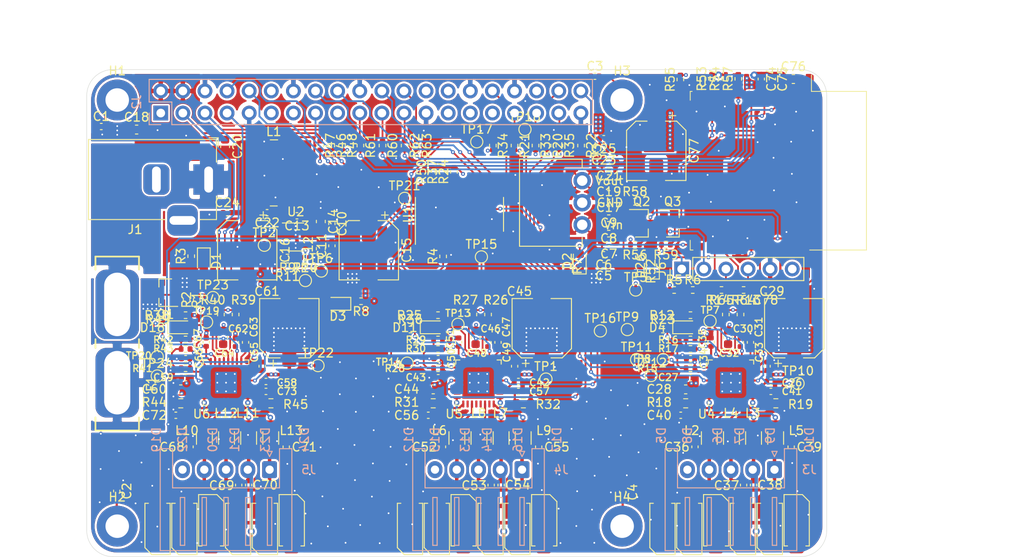
<source format=kicad_pcb>
(kicad_pcb (version 20171130) (host pcbnew 5.1.12-84ad8e8a86~92~ubuntu20.04.1)

  (general
    (thickness 1.6)
    (drawings 15)
    (tracks 1619)
    (zones 0)
    (modules 224)
    (nets 165)
  )

  (page A4)
  (layers
    (0 F.Cu signal)
    (1 In1.Cu power)
    (2 In2.Cu power)
    (31 B.Cu signal)
    (32 B.Adhes user hide)
    (33 F.Adhes user hide)
    (34 B.Paste user hide)
    (35 F.Paste user hide)
    (36 B.SilkS user hide)
    (37 F.SilkS user hide)
    (38 B.Mask user hide)
    (39 F.Mask user hide)
    (40 Dwgs.User user)
    (41 Cmts.User user hide)
    (42 Eco1.User user hide)
    (43 Eco2.User user hide)
    (44 Edge.Cuts user)
    (45 Margin user hide)
    (46 B.CrtYd user hide)
    (47 F.CrtYd user)
    (48 B.Fab user hide)
    (49 F.Fab user hide)
  )

  (setup
    (last_trace_width 0.4)
    (user_trace_width 0.2)
    (user_trace_width 0.25)
    (user_trace_width 0.3)
    (user_trace_width 0.35)
    (user_trace_width 0.4)
    (user_trace_width 0.45)
    (user_trace_width 0.5)
    (user_trace_width 0.6)
    (user_trace_width 0.7)
    (user_trace_width 0.8)
    (user_trace_width 0.9)
    (user_trace_width 1)
    (trace_clearance 0.2)
    (zone_clearance 0.2)
    (zone_45_only no)
    (trace_min 0.127)
    (via_size 0.8)
    (via_drill 0.4)
    (via_min_size 0.45)
    (via_min_drill 0.2)
    (user_via 0.45 0.2)
    (user_via 0.5 0.25)
    (user_via 0.6 0.3)
    (user_via 0.7 0.35)
    (user_via 0.8 0.4)
    (user_via 0.9 0.45)
    (user_via 1 0.5)
    (uvia_size 0.3)
    (uvia_drill 0.1)
    (uvias_allowed no)
    (uvia_min_size 0.2)
    (uvia_min_drill 0.1)
    (edge_width 0.05)
    (segment_width 0.2)
    (pcb_text_width 0.3)
    (pcb_text_size 1.5 1.5)
    (mod_edge_width 0.12)
    (mod_text_size 1 1)
    (mod_text_width 0.15)
    (pad_size 1.524 1.524)
    (pad_drill 0.762)
    (pad_to_mask_clearance 0)
    (aux_axis_origin 0 0)
    (grid_origin 120 116)
    (visible_elements 7FFFFFFF)
    (pcbplotparams
      (layerselection 0x010fc_ffffffff)
      (usegerberextensions false)
      (usegerberattributes true)
      (usegerberadvancedattributes true)
      (creategerberjobfile true)
      (excludeedgelayer true)
      (linewidth 0.100000)
      (plotframeref false)
      (viasonmask false)
      (mode 1)
      (useauxorigin false)
      (hpglpennumber 1)
      (hpglpenspeed 20)
      (hpglpendiameter 15.000000)
      (psnegative false)
      (psa4output false)
      (plotreference true)
      (plotvalue true)
      (plotinvisibletext false)
      (padsonsilk false)
      (subtractmaskfromsilk false)
      (outputformat 1)
      (mirror false)
      (drillshape 0)
      (scaleselection 1)
      (outputdirectory ""))
  )

  (net 0 "")
  (net 1 +12V)
  (net 2 GND)
  (net 3 +5V)
  (net 4 +3V3)
  (net 5 "/Motor driver 0/VREF")
  (net 6 /OA1_0)
  (net 7 /OA2_0)
  (net 8 /OB1_0)
  (net 9 /OB2_0)
  (net 10 "/Motor driver 1/VREF")
  (net 11 /OA1_1)
  (net 12 /OA2_1)
  (net 13 /OB1_1)
  (net 14 /OB2_1)
  (net 15 "/Motor driver 2/VREF")
  (net 16 /OA1_2)
  (net 17 /OA2_2)
  (net 18 /OB1_2)
  (net 19 /OB2_2)
  (net 20 "Net-(D1-Pad1)")
  (net 21 "Net-(D2-Pad1)")
  (net 22 "Net-(D3-Pad1)")
  (net 23 "Net-(D4-Pad1)")
  (net 24 "Net-(D11-Pad1)")
  (net 25 "Net-(D18-Pad1)")
  (net 26 "Net-(D26-Pad1)")
  (net 27 "Net-(F1-Pad1)")
  (net 28 "Net-(F1-Pad2)")
  (net 29 /GPIO2_PI)
  (net 30 /GPIO3_PI)
  (net 31 /GPIO4_PI)
  (net 32 "/UART_TX(14)_PI")
  (net 33 "/UART_RX(15)_PI")
  (net 34 /GPIO17_PI)
  (net 35 /GPIO18_PI)
  (net 36 /GPIO27_PI)
  (net 37 /GPIO22_PI)
  (net 38 /GPIO23_PI)
  (net 39 /GPIO24_PI)
  (net 40 "/MOSI(10)_PI")
  (net 41 "/MISO(9)_PI")
  (net 42 /GPIO25_PI)
  (net 43 "/CLK(11)_PI")
  (net 44 "/CE0(8)_PI")
  (net 45 /GPIO7_PI)
  (net 46 /GPIO0_PI)
  (net 47 /GPIO1_PI)
  (net 48 /GPIO5_PI)
  (net 49 /GPIO6_PI)
  (net 50 "/PWM0(12)_PI")
  (net 51 "/PWM1(13)_PI")
  (net 52 /GPIO19_PI)
  (net 53 /GPIO16_PI)
  (net 54 /GPIO26_PI)
  (net 55 /GPIO20_PI)
  (net 56 /GPIO21_PI)
  (net 57 "Net-(J3-Pad5)")
  (net 58 "Net-(J4-Pad5)")
  (net 59 "Net-(J5-Pad5)")
  (net 60 /ESP8266/~RTS_ESP)
  (net 61 /ESP8266/~DTR_ESP)
  (net 62 /ESP8266/RX_ESP)
  (net 63 /ESP8266/TX_ESP)
  (net 64 "/Motor driver 0/OA1_FILTERED")
  (net 65 "/Motor driver 0/OA2_FILTERED")
  (net 66 "/Motor driver 0/OB1_FILTERED")
  (net 67 "/Motor driver 0/OB2_FILTERED")
  (net 68 "/Motor driver 1/OA1_FILTERED")
  (net 69 "/Motor driver 1/OA2_FILTERED")
  (net 70 "/Motor driver 1/OB1_FILTERED")
  (net 71 "/Motor driver 1/OB2_FILTERED")
  (net 72 "/Motor driver 2/OA1_FILTERED")
  (net 73 "/Motor driver 2/OA2_FILTERED")
  (net 74 "/Motor driver 2/OB1_FILTERED")
  (net 75 "/Motor driver 2/OB2_FILTERED")
  (net 76 "Net-(Q1-Pad1)")
  (net 77 "Net-(Q2-Pad1)")
  (net 78 "Net-(Q3-Pad1)")
  (net 79 /ESP8266/ADC_ESP)
  (net 80 /GPIO4_ESP)
  (net 81 "/Motor driver 0/DIAG")
  (net 82 "/Motor driver 0/VREF_OVR")
  (net 83 "/Motor driver 0/MS1")
  (net 84 "/Motor driver 0/MS2")
  (net 85 "/Motor driver 0/~PDN_UART")
  (net 86 "/Motor driver 1/DIAG")
  (net 87 "/Motor driver 1/VREF_OVR")
  (net 88 "/Motor driver 1/MS1")
  (net 89 "/Motor driver 1/MS2")
  (net 90 "/Motor driver 1/~PDN_UART")
  (net 91 "/Motor driver 2/DIAG")
  (net 92 "/Motor driver 2/VREF_OVR")
  (net 93 "/Motor driver 2/MS1")
  (net 94 "/Motor driver 2/MS2")
  (net 95 "/Motor driver 2/~PDN_UART")
  (net 96 "Net-(U1-Pad1)")
  (net 97 "Net-(U1-Pad2)")
  (net 98 "Net-(U1-Pad4)")
  (net 99 "Net-(U1-Pad5)")
  (net 100 "Net-(U1-Pad12)")
  (net 101 "Net-(U4-Pad2)")
  (net 102 "Net-(U5-Pad2)")
  (net 103 "Net-(U6-Pad2)")
  (net 104 /ESP8266/~RST)
  (net 105 VD)
  (net 106 "Net-(C1-Pad2)")
  (net 107 "Net-(C2-Pad2)")
  (net 108 "Net-(C3-Pad2)")
  (net 109 "Net-(C4-Pad2)")
  (net 110 "Net-(C13-Pad2)")
  (net 111 "Net-(C13-Pad1)")
  (net 112 "Net-(C31-Pad1)")
  (net 113 "Net-(C33-Pad2)")
  (net 114 "Net-(C33-Pad1)")
  (net 115 "Net-(C40-Pad2)")
  (net 116 "Net-(C41-Pad2)")
  (net 117 "Net-(C47-Pad1)")
  (net 118 "Net-(C49-Pad2)")
  (net 119 "Net-(C49-Pad1)")
  (net 120 "Net-(C56-Pad2)")
  (net 121 "Net-(C57-Pad2)")
  (net 122 "Net-(C63-Pad1)")
  (net 123 "Net-(C65-Pad2)")
  (net 124 "Net-(C65-Pad1)")
  (net 125 "Net-(C72-Pad2)")
  (net 126 "Net-(C73-Pad2)")
  (net 127 "Net-(R10-Pad2)")
  (net 128 "/Motor driver 0/V5V_REF")
  (net 129 "/Motor driver 1/V5V_REF")
  (net 130 "/Motor driver 2/V5V_REF")
  (net 131 "Net-(U4-Pad31)")
  (net 132 "Net-(U4-Pad29)")
  (net 133 "Net-(U4-Pad28)")
  (net 134 "Net-(U4-Pad26)")
  (net 135 "Net-(U4-Pad23)")
  (net 136 "Net-(U4-Pad21)")
  (net 137 "Net-(U4-Pad4)")
  (net 138 "Net-(U5-Pad31)")
  (net 139 "Net-(U5-Pad29)")
  (net 140 "Net-(U5-Pad28)")
  (net 141 "Net-(U5-Pad26)")
  (net 142 "Net-(U5-Pad23)")
  (net 143 "Net-(U5-Pad21)")
  (net 144 "Net-(U5-Pad4)")
  (net 145 "Net-(U6-Pad31)")
  (net 146 "Net-(U6-Pad29)")
  (net 147 "Net-(U6-Pad28)")
  (net 148 "Net-(U6-Pad26)")
  (net 149 "Net-(U6-Pad23)")
  (net 150 "Net-(U6-Pad21)")
  (net 151 "Net-(U6-Pad4)")
  (net 152 "Net-(R23-Pad2)")
  (net 153 "Net-(R36-Pad2)")
  (net 154 "Net-(R49-Pad2)")
  (net 155 /ESP8266/GPIO5)
  (net 156 /ESP8266/GPIO0)
  (net 157 /ESP8266/GPIO2)
  (net 158 /ESP8266/EN)
  (net 159 /ESP8266/CS)
  (net 160 /ESP8266/MISO)
  (net 161 /ESP8266/MOSI)
  (net 162 /ESP8266/CLK)
  (net 163 /ESP8266/TX)
  (net 164 /ESP8266/RX)

  (net_class Default "This is the default net class."
    (clearance 0.2)
    (trace_width 0.25)
    (via_dia 0.8)
    (via_drill 0.4)
    (uvia_dia 0.3)
    (uvia_drill 0.1)
    (add_net +12V)
    (add_net +3V3)
    (add_net +5V)
    (add_net "/CE0(8)_PI")
    (add_net "/CLK(11)_PI")
    (add_net /ESP8266/ADC_ESP)
    (add_net /ESP8266/CLK)
    (add_net /ESP8266/CS)
    (add_net /ESP8266/EN)
    (add_net /ESP8266/GPIO0)
    (add_net /ESP8266/GPIO2)
    (add_net /ESP8266/GPIO5)
    (add_net /ESP8266/MISO)
    (add_net /ESP8266/MOSI)
    (add_net /ESP8266/RX)
    (add_net /ESP8266/RX_ESP)
    (add_net /ESP8266/TX)
    (add_net /ESP8266/TX_ESP)
    (add_net /ESP8266/~DTR_ESP)
    (add_net /ESP8266/~RST)
    (add_net /ESP8266/~RTS_ESP)
    (add_net /GPIO0_PI)
    (add_net /GPIO16_PI)
    (add_net /GPIO17_PI)
    (add_net /GPIO18_PI)
    (add_net /GPIO19_PI)
    (add_net /GPIO1_PI)
    (add_net /GPIO20_PI)
    (add_net /GPIO21_PI)
    (add_net /GPIO22_PI)
    (add_net /GPIO23_PI)
    (add_net /GPIO24_PI)
    (add_net /GPIO25_PI)
    (add_net /GPIO26_PI)
    (add_net /GPIO27_PI)
    (add_net /GPIO2_PI)
    (add_net /GPIO3_PI)
    (add_net /GPIO4_ESP)
    (add_net /GPIO4_PI)
    (add_net /GPIO5_PI)
    (add_net /GPIO6_PI)
    (add_net /GPIO7_PI)
    (add_net "/MISO(9)_PI")
    (add_net "/MOSI(10)_PI")
    (add_net "/Motor driver 0/DIAG")
    (add_net "/Motor driver 0/MS1")
    (add_net "/Motor driver 0/MS2")
    (add_net "/Motor driver 0/OA1_FILTERED")
    (add_net "/Motor driver 0/OA2_FILTERED")
    (add_net "/Motor driver 0/OB1_FILTERED")
    (add_net "/Motor driver 0/OB2_FILTERED")
    (add_net "/Motor driver 0/V5V_REF")
    (add_net "/Motor driver 0/VREF")
    (add_net "/Motor driver 0/VREF_OVR")
    (add_net "/Motor driver 0/~PDN_UART")
    (add_net "/Motor driver 1/DIAG")
    (add_net "/Motor driver 1/MS1")
    (add_net "/Motor driver 1/MS2")
    (add_net "/Motor driver 1/OA1_FILTERED")
    (add_net "/Motor driver 1/OA2_FILTERED")
    (add_net "/Motor driver 1/OB1_FILTERED")
    (add_net "/Motor driver 1/OB2_FILTERED")
    (add_net "/Motor driver 1/V5V_REF")
    (add_net "/Motor driver 1/VREF")
    (add_net "/Motor driver 1/VREF_OVR")
    (add_net "/Motor driver 1/~PDN_UART")
    (add_net "/Motor driver 2/DIAG")
    (add_net "/Motor driver 2/MS1")
    (add_net "/Motor driver 2/MS2")
    (add_net "/Motor driver 2/OA1_FILTERED")
    (add_net "/Motor driver 2/OA2_FILTERED")
    (add_net "/Motor driver 2/OB1_FILTERED")
    (add_net "/Motor driver 2/OB2_FILTERED")
    (add_net "/Motor driver 2/V5V_REF")
    (add_net "/Motor driver 2/VREF")
    (add_net "/Motor driver 2/VREF_OVR")
    (add_net "/Motor driver 2/~PDN_UART")
    (add_net /OA1_0)
    (add_net /OA1_1)
    (add_net /OA1_2)
    (add_net /OA2_0)
    (add_net /OA2_1)
    (add_net /OA2_2)
    (add_net /OB1_0)
    (add_net /OB1_1)
    (add_net /OB1_2)
    (add_net /OB2_0)
    (add_net /OB2_1)
    (add_net /OB2_2)
    (add_net "/PWM0(12)_PI")
    (add_net "/PWM1(13)_PI")
    (add_net "/UART_RX(15)_PI")
    (add_net "/UART_TX(14)_PI")
    (add_net GND)
    (add_net "Net-(C1-Pad2)")
    (add_net "Net-(C13-Pad1)")
    (add_net "Net-(C13-Pad2)")
    (add_net "Net-(C2-Pad2)")
    (add_net "Net-(C3-Pad2)")
    (add_net "Net-(C31-Pad1)")
    (add_net "Net-(C33-Pad1)")
    (add_net "Net-(C33-Pad2)")
    (add_net "Net-(C4-Pad2)")
    (add_net "Net-(C40-Pad2)")
    (add_net "Net-(C41-Pad2)")
    (add_net "Net-(C47-Pad1)")
    (add_net "Net-(C49-Pad1)")
    (add_net "Net-(C49-Pad2)")
    (add_net "Net-(C56-Pad2)")
    (add_net "Net-(C57-Pad2)")
    (add_net "Net-(C63-Pad1)")
    (add_net "Net-(C65-Pad1)")
    (add_net "Net-(C65-Pad2)")
    (add_net "Net-(C72-Pad2)")
    (add_net "Net-(C73-Pad2)")
    (add_net "Net-(D1-Pad1)")
    (add_net "Net-(D11-Pad1)")
    (add_net "Net-(D18-Pad1)")
    (add_net "Net-(D2-Pad1)")
    (add_net "Net-(D26-Pad1)")
    (add_net "Net-(D3-Pad1)")
    (add_net "Net-(D4-Pad1)")
    (add_net "Net-(F1-Pad1)")
    (add_net "Net-(F1-Pad2)")
    (add_net "Net-(J3-Pad5)")
    (add_net "Net-(J4-Pad5)")
    (add_net "Net-(J5-Pad5)")
    (add_net "Net-(Q1-Pad1)")
    (add_net "Net-(Q2-Pad1)")
    (add_net "Net-(Q3-Pad1)")
    (add_net "Net-(R10-Pad2)")
    (add_net "Net-(R23-Pad2)")
    (add_net "Net-(R36-Pad2)")
    (add_net "Net-(R49-Pad2)")
    (add_net "Net-(U1-Pad1)")
    (add_net "Net-(U1-Pad12)")
    (add_net "Net-(U1-Pad2)")
    (add_net "Net-(U1-Pad4)")
    (add_net "Net-(U1-Pad5)")
    (add_net "Net-(U4-Pad2)")
    (add_net "Net-(U4-Pad21)")
    (add_net "Net-(U4-Pad23)")
    (add_net "Net-(U4-Pad26)")
    (add_net "Net-(U4-Pad28)")
    (add_net "Net-(U4-Pad29)")
    (add_net "Net-(U4-Pad31)")
    (add_net "Net-(U4-Pad4)")
    (add_net "Net-(U5-Pad2)")
    (add_net "Net-(U5-Pad21)")
    (add_net "Net-(U5-Pad23)")
    (add_net "Net-(U5-Pad26)")
    (add_net "Net-(U5-Pad28)")
    (add_net "Net-(U5-Pad29)")
    (add_net "Net-(U5-Pad31)")
    (add_net "Net-(U5-Pad4)")
    (add_net "Net-(U6-Pad2)")
    (add_net "Net-(U6-Pad21)")
    (add_net "Net-(U6-Pad23)")
    (add_net "Net-(U6-Pad26)")
    (add_net "Net-(U6-Pad28)")
    (add_net "Net-(U6-Pad29)")
    (add_net "Net-(U6-Pad31)")
    (add_net "Net-(U6-Pad4)")
    (add_net VD)
  )

  (module SaMcam_shield:Motor_Driver_Trinamic_TMC2202-WA (layer F.Cu) (tedit 6196AAFE) (tstamp 61A29B1D)
    (at 194 96 180)
    (descr "Motor driver")
    (tags "Motor driver")
    (path /60355F25/60356E5D)
    (attr smd)
    (fp_text reference U4 (at 2.8 -3.6) (layer F.SilkS)
      (effects (font (size 1 1) (thickness 0.15)))
    )
    (fp_text value TMC2202-WA_motor_driver (at 0 3.8) (layer F.Fab)
      (effects (font (size 1 1) (thickness 0.15)))
    )
    (fp_text user %R (at 0 -0.515001) (layer F.Fab)
      (effects (font (size 1 1) (thickness 0.15)))
    )
    (fp_line (start 2.135 -2.61) (end 2.61 -2.61) (layer F.SilkS) (width 0.12))
    (fp_line (start 2.61 -2.61) (end 2.61 -2.135) (layer F.SilkS) (width 0.12))
    (fp_line (start -2.135 2.61) (end -2.61 2.61) (layer F.SilkS) (width 0.12))
    (fp_line (start -2.61 2.61) (end -2.61 2.135) (layer F.SilkS) (width 0.12))
    (fp_line (start 2.135 2.61) (end 2.61 2.61) (layer F.SilkS) (width 0.12))
    (fp_line (start 2.61 2.61) (end 2.61 2.135) (layer F.SilkS) (width 0.12))
    (fp_line (start -2.135 -2.61) (end -2.61 -2.61) (layer F.SilkS) (width 0.12))
    (fp_line (start -1.5 -2.5) (end 2.5 -2.5) (layer F.Fab) (width 0.1))
    (fp_line (start 2.5 -2.5) (end 2.5 2.5) (layer F.Fab) (width 0.1))
    (fp_line (start 2.5 2.5) (end -2.5 2.5) (layer F.Fab) (width 0.1))
    (fp_line (start -2.5 2.5) (end -2.5 -1.5) (layer F.Fab) (width 0.1))
    (fp_line (start -2.5 -1.5) (end -1.5 -2.5) (layer F.Fab) (width 0.1))
    (fp_line (start -3.1 -3.1) (end -3.1 3.1) (layer F.CrtYd) (width 0.05))
    (fp_line (start -3.1 3.1) (end 3.1 3.1) (layer F.CrtYd) (width 0.05))
    (fp_line (start 3.1 3.1) (end 3.1 -3.1) (layer F.CrtYd) (width 0.05))
    (fp_line (start 3.1 -3.1) (end -3.1 -3.1) (layer F.CrtYd) (width 0.05))
    (pad "" smd custom (at 1.425 1.425 180) (size 0.601758 0.601758) (layers F.Paste)
      (options (clearance outline) (anchor circle))
      (primitives
        (gr_poly (pts
           (xy -0.259112 -0.189911) (xy -0.189911 -0.259112) (xy 0.259112 -0.259112) (xy 0.259112 0.259112) (xy -0.259112 0.259112)
) (width 0.167068))
      ))
    (pad "" smd custom (at 1.425 -1.425 180) (size 0.601758 0.601758) (layers F.Paste)
      (options (clearance outline) (anchor circle))
      (primitives
        (gr_poly (pts
           (xy -0.259112 -0.259112) (xy 0.259112 -0.259112) (xy 0.259112 0.259112) (xy -0.189911 0.259112) (xy -0.259112 0.189911)
) (width 0.167068))
      ))
    (pad "" smd custom (at -1.425 1.425 180) (size 0.601758 0.601758) (layers F.Paste)
      (options (clearance outline) (anchor circle))
      (primitives
        (gr_poly (pts
           (xy -0.259112 -0.259112) (xy 0.189911 -0.259112) (xy 0.259112 -0.189911) (xy 0.259112 0.259112) (xy -0.259112 0.259112)
) (width 0.167068))
      ))
    (pad "" smd custom (at -1.425 -1.425 180) (size 0.601758 0.601758) (layers F.Paste)
      (options (clearance outline) (anchor circle))
      (primitives
        (gr_poly (pts
           (xy -0.259112 -0.259112) (xy 0.259112 -0.259112) (xy 0.259112 0.189911) (xy 0.189911 0.259112) (xy -0.259112 0.259112)
) (width 0.167068))
      ))
    (pad "" smd custom (at 0.5 1.425 180) (size 0.612035 0.612035) (layers F.Paste)
      (options (clearance outline) (anchor circle))
      (primitives
        (gr_poly (pts
           (xy -0.329856 -0.2087) (xy -0.269167 -0.269389) (xy 0.269167 -0.269389) (xy 0.329856 -0.2087) (xy 0.329856 0.269389)
           (xy -0.329856 0.269389)) (width 0.146515))
      ))
    (pad "" smd custom (at -0.5 1.425 180) (size 0.612035 0.612035) (layers F.Paste)
      (options (clearance outline) (anchor circle))
      (primitives
        (gr_poly (pts
           (xy -0.329856 -0.2087) (xy -0.269167 -0.269389) (xy 0.269167 -0.269389) (xy 0.329856 -0.2087) (xy 0.329856 0.269389)
           (xy -0.329856 0.269389)) (width 0.146515))
      ))
    (pad "" smd custom (at 0.5 -1.425 180) (size 0.612035 0.612035) (layers F.Paste)
      (options (clearance outline) (anchor circle))
      (primitives
        (gr_poly (pts
           (xy -0.329856 -0.269389) (xy 0.329856 -0.269389) (xy 0.329856 0.2087) (xy 0.269167 0.269389) (xy -0.269167 0.269389)
           (xy -0.329856 0.2087)) (width 0.146515))
      ))
    (pad "" smd custom (at -0.5 -1.425 180) (size 0.612035 0.612035) (layers F.Paste)
      (options (clearance outline) (anchor circle))
      (primitives
        (gr_poly (pts
           (xy -0.329856 -0.269389) (xy 0.329856 -0.269389) (xy 0.329856 0.2087) (xy 0.269167 0.269389) (xy -0.269167 0.269389)
           (xy -0.329856 0.2087)) (width 0.146515))
      ))
    (pad "" smd custom (at 1.425 0.5 180) (size 0.612035 0.612035) (layers F.Paste)
      (options (clearance outline) (anchor circle))
      (primitives
        (gr_poly (pts
           (xy -0.269389 -0.269167) (xy -0.2087 -0.329856) (xy 0.269389 -0.329856) (xy 0.269389 0.329856) (xy -0.2087 0.329856)
           (xy -0.269389 0.269167)) (width 0.146515))
      ))
    (pad "" smd custom (at 1.425 -0.5 180) (size 0.612035 0.612035) (layers F.Paste)
      (options (clearance outline) (anchor circle))
      (primitives
        (gr_poly (pts
           (xy -0.269389 -0.269167) (xy -0.2087 -0.329856) (xy 0.269389 -0.329856) (xy 0.269389 0.329856) (xy -0.2087 0.329856)
           (xy -0.269389 0.269167)) (width 0.146515))
      ))
    (pad "" smd custom (at -1.425 0.5 180) (size 0.612035 0.612035) (layers F.Paste)
      (options (clearance outline) (anchor circle))
      (primitives
        (gr_poly (pts
           (xy -0.269389 -0.329856) (xy 0.2087 -0.329856) (xy 0.269389 -0.269167) (xy 0.269389 0.269167) (xy 0.2087 0.329856)
           (xy -0.269389 0.329856)) (width 0.146515))
      ))
    (pad "" smd custom (at -1.425 -0.5 180) (size 0.612035 0.612035) (layers F.Paste)
      (options (clearance outline) (anchor circle))
      (primitives
        (gr_poly (pts
           (xy -0.269389 -0.329856) (xy 0.2087 -0.329856) (xy 0.269389 -0.269167) (xy 0.269389 0.269167) (xy 0.2087 0.329856)
           (xy -0.269389 0.329856)) (width 0.146515))
      ))
    (pad "" smd roundrect (at 0.5 0.5 180) (size 0.806226 0.806226) (layers F.Paste) (roundrect_rratio 0.25))
    (pad "" smd roundrect (at 0.5 -0.5 180) (size 0.806226 0.806226) (layers F.Paste) (roundrect_rratio 0.25))
    (pad "" smd roundrect (at -0.5 0.5 180) (size 0.806226 0.806226) (layers F.Paste) (roundrect_rratio 0.25))
    (pad "" smd roundrect (at -0.5 -0.5 180) (size 0.806226 0.806226) (layers F.Paste) (roundrect_rratio 0.25))
    (pad 33 smd rect (at 0 0 180) (size 2.5 2.5) (layers B.Cu)
      (net 2 GND))
    (pad 33 thru_hole circle (at 1 1 180) (size 0.5 0.5) (drill 0.2) (layers *.Cu)
      (net 2 GND))
    (pad 33 thru_hole circle (at 0 1 180) (size 0.5 0.5) (drill 0.2) (layers *.Cu)
      (net 2 GND))
    (pad 33 thru_hole circle (at -1 1 180) (size 0.5 0.5) (drill 0.2) (layers *.Cu)
      (net 2 GND))
    (pad 33 thru_hole circle (at 1 0 180) (size 0.5 0.5) (drill 0.2) (layers *.Cu)
      (net 2 GND))
    (pad 33 thru_hole circle (at 0 0 180) (size 0.5 0.5) (drill 0.2) (layers *.Cu)
      (net 2 GND))
    (pad 33 thru_hole circle (at -1 0 180) (size 0.5 0.5) (drill 0.2) (layers *.Cu)
      (net 2 GND))
    (pad 33 thru_hole circle (at 1 -1 180) (size 0.5 0.5) (drill 0.2) (layers *.Cu)
      (net 2 GND))
    (pad 33 thru_hole circle (at 0 -1 180) (size 0.5 0.5) (drill 0.2) (layers *.Cu)
      (net 2 GND))
    (pad 33 thru_hole circle (at -1 -1 180) (size 0.5 0.5) (drill 0.2) (layers *.Cu)
      (net 2 GND))
    (pad 33 smd rect (at 0 0 180) (size 3.7 3.7) (layers F.Cu F.Mask)
      (net 2 GND))
    (pad 32 smd roundrect (at -1.75 -2.45 180) (size 0.25 0.8) (layers F.Cu F.Paste F.Mask) (roundrect_rratio 0.25)
      (net 116 "Net-(C41-Pad2)"))
    (pad 31 smd roundrect (at -1.25 -2.45 180) (size 0.25 0.8) (layers F.Cu F.Paste F.Mask) (roundrect_rratio 0.25)
      (net 131 "Net-(U4-Pad31)"))
    (pad 30 smd roundrect (at -0.75 -2.45 180) (size 0.25 0.8) (layers F.Cu F.Paste F.Mask) (roundrect_rratio 0.25)
      (net 66 "/Motor driver 0/OB1_FILTERED"))
    (pad 29 smd roundrect (at -0.25 -2.45 180) (size 0.25 0.8) (layers F.Cu F.Paste F.Mask) (roundrect_rratio 0.25)
      (net 132 "Net-(U4-Pad29)"))
    (pad 28 smd roundrect (at 0.25 -2.45 180) (size 0.25 0.8) (layers F.Cu F.Paste F.Mask) (roundrect_rratio 0.25)
      (net 133 "Net-(U4-Pad28)"))
    (pad 27 smd roundrect (at 0.75 -2.45 180) (size 0.25 0.8) (layers F.Cu F.Paste F.Mask) (roundrect_rratio 0.25)
      (net 64 "/Motor driver 0/OA1_FILTERED"))
    (pad 26 smd roundrect (at 1.25 -2.45 180) (size 0.25 0.8) (layers F.Cu F.Paste F.Mask) (roundrect_rratio 0.25)
      (net 134 "Net-(U4-Pad26)"))
    (pad 25 smd roundrect (at 1.75 -2.45 180) (size 0.25 0.8) (layers F.Cu F.Paste F.Mask) (roundrect_rratio 0.25)
      (net 115 "Net-(C40-Pad2)"))
    (pad 24 smd roundrect (at 2.45 -1.75 180) (size 0.8 0.25) (layers F.Cu F.Paste F.Mask) (roundrect_rratio 0.25)
      (net 65 "/Motor driver 0/OA2_FILTERED"))
    (pad 23 smd roundrect (at 2.45 -1.25 180) (size 0.8 0.25) (layers F.Cu F.Paste F.Mask) (roundrect_rratio 0.25)
      (net 135 "Net-(U4-Pad23)"))
    (pad 22 smd roundrect (at 2.45 -0.75 180) (size 0.8 0.25) (layers F.Cu F.Paste F.Mask) (roundrect_rratio 0.25)
      (net 1 +12V))
    (pad 21 smd roundrect (at 2.45 -0.25 180) (size 0.8 0.25) (layers F.Cu F.Paste F.Mask) (roundrect_rratio 0.25)
      (net 136 "Net-(U4-Pad21)"))
    (pad 20 smd roundrect (at 2.45 0.25 180) (size 0.8 0.25) (layers F.Cu F.Paste F.Mask) (roundrect_rratio 0.25)
      (net 55 /GPIO20_PI))
    (pad 19 smd roundrect (at 2.45 0.75 180) (size 0.8 0.25) (layers F.Cu F.Paste F.Mask) (roundrect_rratio 0.25)
      (net 2 GND))
    (pad 18 smd roundrect (at 2.45 1.25 180) (size 0.8 0.25) (layers F.Cu F.Paste F.Mask) (roundrect_rratio 0.25)
      (net 5 "/Motor driver 0/VREF"))
    (pad 17 smd roundrect (at 2.45 1.75 180) (size 0.8 0.25) (layers F.Cu F.Paste F.Mask) (roundrect_rratio 0.25)
      (net 51 "/PWM1(13)_PI"))
    (pad 16 smd roundrect (at 1.75 2.45 180) (size 0.25 0.8) (layers F.Cu F.Paste F.Mask) (roundrect_rratio 0.25)
      (net 105 VD))
    (pad 15 smd roundrect (at 1.25 2.45 180) (size 0.25 0.8) (layers F.Cu F.Paste F.Mask) (roundrect_rratio 0.25)
      (net 152 "Net-(R23-Pad2)"))
    (pad 14 smd roundrect (at 0.75 2.45 180) (size 0.25 0.8) (layers F.Cu F.Paste F.Mask) (roundrect_rratio 0.25)
      (net 2 GND))
    (pad 13 smd roundrect (at 0.25 2.45 180) (size 0.25 0.8) (layers F.Cu F.Paste F.Mask) (roundrect_rratio 0.25)
      (net 81 "/Motor driver 0/DIAG"))
    (pad 12 smd roundrect (at -0.25 2.45 180) (size 0.25 0.8) (layers F.Cu F.Paste F.Mask) (roundrect_rratio 0.25)
      (net 84 "/Motor driver 0/MS2"))
    (pad 11 smd roundrect (at -0.75 2.45 180) (size 0.25 0.8) (layers F.Cu F.Paste F.Mask) (roundrect_rratio 0.25)
      (net 83 "/Motor driver 0/MS1"))
    (pad 10 smd roundrect (at -1.25 2.45 180) (size 0.25 0.8) (layers F.Cu F.Paste F.Mask) (roundrect_rratio 0.25)
      (net 128 "/Motor driver 0/V5V_REF"))
    (pad 9 smd roundrect (at -1.75 2.45 180) (size 0.25 0.8) (layers F.Cu F.Paste F.Mask) (roundrect_rratio 0.25)
      (net 112 "Net-(C31-Pad1)"))
    (pad 8 smd roundrect (at -2.45 1.75 180) (size 0.8 0.25) (layers F.Cu F.Paste F.Mask) (roundrect_rratio 0.25)
      (net 114 "Net-(C33-Pad1)"))
    (pad 7 smd roundrect (at -2.45 1.25 180) (size 0.8 0.25) (layers F.Cu F.Paste F.Mask) (roundrect_rratio 0.25)
      (net 113 "Net-(C33-Pad2)"))
    (pad 6 smd roundrect (at -2.45 0.75 180) (size 0.8 0.25) (layers F.Cu F.Paste F.Mask) (roundrect_rratio 0.25)
      (net 2 GND))
    (pad 5 smd roundrect (at -2.45 0.25 180) (size 0.8 0.25) (layers F.Cu F.Paste F.Mask) (roundrect_rratio 0.25)
      (net 56 /GPIO21_PI))
    (pad 4 smd roundrect (at -2.45 -0.25 180) (size 0.8 0.25) (layers F.Cu F.Paste F.Mask) (roundrect_rratio 0.25)
      (net 137 "Net-(U4-Pad4)"))
    (pad 3 smd roundrect (at -2.45 -0.75 180) (size 0.8 0.25) (layers F.Cu F.Paste F.Mask) (roundrect_rratio 0.25)
      (net 1 +12V))
    (pad 2 smd roundrect (at -2.45 -1.25 180) (size 0.8 0.25) (layers F.Cu F.Paste F.Mask) (roundrect_rratio 0.25)
      (net 101 "Net-(U4-Pad2)"))
    (pad 1 smd roundrect (at -2.45 -1.75 180) (size 0.8 0.25) (layers F.Cu F.Paste F.Mask) (roundrect_rratio 0.25)
      (net 67 "/Motor driver 0/OB2_FILTERED"))
    (model ${KIPRJMOD}/packages3d/Motor_Driver_Trinamic_TMC2202-WA.stp
      (at (xyz 0 0 0))
      (scale (xyz 1 1 1))
      (rotate (xyz 0 0 0))
    )
  )

  (module RF_Module:ESP-WROOM-02 (layer F.Cu) (tedit 5B5B45D7) (tstamp 61AB7658)
    (at 196.342 71.628 270)
    (descr http://espressif.com/sites/default/files/documentation/0c-esp-wroom-02_datasheet_en.pdf)
    (tags "ESP WROOM-02 espressif esp8266ex")
    (path /61A0DE56/61A1CA55)
    (attr smd)
    (fp_text reference U7 (at -10.17 5.13) (layer F.SilkS)
      (effects (font (size 1 1) (thickness 0.15)))
    )
    (fp_text value ESP-WROOM-02 (at 0 8.33 90) (layer F.Fab)
      (effects (font (size 1 1) (thickness 0.15)))
    )
    (fp_text user %R (at 0 0 90) (layer F.Fab)
      (effects (font (size 1 1) (thickness 0.15)))
    )
    (fp_text user "KEEP-OUT ZONE" (at 0 -16 90) (layer Cmts.User)
      (effects (font (size 1 1) (thickness 0.15)))
    )
    (fp_text user Antenna (at 0 -10 90) (layer Cmts.User)
      (effects (font (size 1 1) (thickness 0.15)))
    )
    (fp_text user "5 mm" (at 11.8 -11.2 90) (layer Cmts.User)
      (effects (font (size 0.5 0.5) (thickness 0.1)))
    )
    (fp_text user "5 mm" (at -11.2 -11.2 90) (layer Cmts.User)
      (effects (font (size 0.5 0.5) (thickness 0.1)))
    )
    (fp_text user "5 mm" (at 7.8 -15.9) (layer Cmts.User)
      (effects (font (size 0.5 0.5) (thickness 0.1)))
    )
    (fp_line (start -9.12 -6.9) (end -11 -6.9) (layer F.SilkS) (width 0.1))
    (fp_line (start -9.12 -13.22) (end -9.12 -6.9) (layer F.SilkS) (width 0.1))
    (fp_line (start 9.12 -13.22) (end 9.12 -6.7) (layer F.SilkS) (width 0.1))
    (fp_line (start -9.12 -13.22) (end 9.12 -13.22) (layer F.SilkS) (width 0.1))
    (fp_line (start 8 7.02) (end 9.12 7.02) (layer F.SilkS) (width 0.1))
    (fp_line (start 9.12 6.7) (end 9.12 7) (layer F.SilkS) (width 0.1))
    (fp_line (start -9.12 7.02) (end -8.1 7.02) (layer F.SilkS) (width 0.1))
    (fp_line (start -9.12 6.8) (end -9.12 7.02) (layer F.SilkS) (width 0.1))
    (fp_line (start 8.3 -17.9) (end 8.1 -17.7) (layer Cmts.User) (width 0.1))
    (fp_line (start 8.3 -13.3) (end 8.3 -17.9) (layer Cmts.User) (width 0.1))
    (fp_line (start 8.3 -17.9) (end 8.5 -17.7) (layer Cmts.User) (width 0.1))
    (fp_line (start 8.3 -13.3) (end 8.5 -13.5) (layer Cmts.User) (width 0.1))
    (fp_line (start 8.3 -13.3) (end 8.1 -13.5) (layer Cmts.User) (width 0.1))
    (fp_line (start -9.2 -10.7) (end -9.4 -10.9) (layer Cmts.User) (width 0.1))
    (fp_line (start -13.8 -10.7) (end -9.2 -10.7) (layer Cmts.User) (width 0.1))
    (fp_line (start -9.2 -10.7) (end -9.4 -10.5) (layer Cmts.User) (width 0.1))
    (fp_line (start -13.8 -10.7) (end -13.6 -10.5) (layer Cmts.User) (width 0.1))
    (fp_line (start -13.8 -10.7) (end -13.6 -10.9) (layer Cmts.User) (width 0.1))
    (fp_line (start 9.2 -10.7) (end 9.4 -10.5) (layer Cmts.User) (width 0.1))
    (fp_line (start 9.2 -10.7) (end 9.4 -10.9) (layer Cmts.User) (width 0.1))
    (fp_line (start 13.8 -10.7) (end 13.6 -10.5) (layer Cmts.User) (width 0.1))
    (fp_line (start 13.8 -10.7) (end 13.6 -10.9) (layer Cmts.User) (width 0.1))
    (fp_line (start 9.2 -10.7) (end 13.8 -10.7) (layer Cmts.User) (width 0.1))
    (fp_line (start 14 -8.41) (end 12 -6.795) (layer Dwgs.User) (width 0.1))
    (fp_line (start 14 -10.025) (end 10 -6.795) (layer Dwgs.User) (width 0.1))
    (fp_line (start 14 -11.64) (end 8 -6.795) (layer Dwgs.User) (width 0.1))
    (fp_line (start 14 -13.255) (end 6 -6.795) (layer Dwgs.User) (width 0.1))
    (fp_line (start 14 -14.87) (end 4 -6.795) (layer Dwgs.User) (width 0.1))
    (fp_line (start 14 -16.485) (end 2 -6.795) (layer Dwgs.User) (width 0.1))
    (fp_line (start 14 -18.1) (end 0 -6.795) (layer Dwgs.User) (width 0.1))
    (fp_line (start 12 -18.1) (end -2 -6.795) (layer Dwgs.User) (width 0.1))
    (fp_line (start 10 -18.1) (end -4 -6.795) (layer Dwgs.User) (width 0.1))
    (fp_line (start 8 -18.1) (end -6 -6.795) (layer Dwgs.User) (width 0.1))
    (fp_line (start -8 -6.795) (end 6 -18.1) (layer Dwgs.User) (width 0.1))
    (fp_line (start 4 -18.1) (end -10 -6.795) (layer Dwgs.User) (width 0.1))
    (fp_line (start 2 -18.1) (end -12 -6.795) (layer Dwgs.User) (width 0.1))
    (fp_line (start 0 -18.1) (end -14 -6.795) (layer Dwgs.User) (width 0.1))
    (fp_line (start -2 -18.1) (end -14 -8.41) (layer Dwgs.User) (width 0.1))
    (fp_line (start -4 -18.1) (end -14 -10.025) (layer Dwgs.User) (width 0.1))
    (fp_line (start -6 -18.1) (end -14 -11.64) (layer Dwgs.User) (width 0.1))
    (fp_line (start -8 -18.1) (end -14 -13.255) (layer Dwgs.User) (width 0.1))
    (fp_line (start -10 -18.1) (end -14 -14.87) (layer Dwgs.User) (width 0.1))
    (fp_line (start -12 -18.1) (end -14 -16.485) (layer Dwgs.User) (width 0.1))
    (fp_line (start 9.41 -6.55) (end 14.25 -6.55) (layer F.CrtYd) (width 0.05))
    (fp_line (start -14.25 -6.55) (end -9.41 -6.55) (layer F.CrtYd) (width 0.05))
    (fp_line (start 14.25 -18.35) (end 14.25 -6.55) (layer F.CrtYd) (width 0.05))
    (fp_line (start -14.25 -18.35) (end -14.25 -6.55) (layer F.CrtYd) (width 0.05))
    (fp_line (start 14 -18.1) (end -14 -18.1) (layer Dwgs.User) (width 0.1))
    (fp_line (start 14 -6.8) (end 14 -18.1) (layer Dwgs.User) (width 0.1))
    (fp_line (start -9 -13.1) (end 9 -13.1) (layer Dwgs.User) (width 0.1))
    (fp_line (start 9 -13.1) (end 9 -6.78) (layer Dwgs.User) (width 0.1))
    (fp_line (start 14 -6.8) (end -14 -6.8) (layer Dwgs.User) (width 0.1))
    (fp_line (start -9 -6.8) (end -9 -13.1) (layer Dwgs.User) (width 0.1))
    (fp_line (start -8.5 -7) (end -9 -6.5) (layer F.Fab) (width 0.1))
    (fp_line (start -9 -7.5) (end -8.5 -7) (layer F.Fab) (width 0.1))
    (fp_line (start -9 -6.5) (end -9 6.9) (layer F.Fab) (width 0.1))
    (fp_line (start -14.25 -18.35) (end 14.25 -18.35) (layer F.CrtYd) (width 0.05))
    (fp_line (start 9.41 -6.55) (end 9.41 7.15) (layer F.CrtYd) (width 0.05))
    (fp_line (start -9.41 7.15) (end 9.41 7.15) (layer F.CrtYd) (width 0.05))
    (fp_line (start -9.41 7.15) (end -9.41 -6.55) (layer F.CrtYd) (width 0.05))
    (fp_line (start -9 -13.1) (end 9 -13.1) (layer F.Fab) (width 0.1))
    (fp_line (start -9 -13.1) (end -9 -7.5) (layer F.Fab) (width 0.1))
    (fp_line (start -9 6.9) (end 9 6.9) (layer F.Fab) (width 0.1))
    (fp_line (start 9 6.9) (end 9 -13.1) (layer F.Fab) (width 0.1))
    (fp_line (start -14 -6.8) (end -14 -18.1) (layer Dwgs.User) (width 0.1))
    (pad 19 smd rect (at 1.12 0.58 270) (size 4.3 4.3) (layers F.Cu F.Paste F.Mask)
      (net 2 GND))
    (pad 1 smd rect (at -8.7375 -6 270) (size 0.85 0.9125) (layers F.Cu F.Paste F.Mask)
      (net 4 +3V3))
    (pad 2 smd rect (at -8.7375 -4.5 270) (size 0.85 0.9125) (layers F.Cu F.Paste F.Mask)
      (net 158 /ESP8266/EN))
    (pad 3 smd rect (at -8.7375 -3 270) (size 0.85 0.9125) (layers F.Cu F.Paste F.Mask)
      (net 162 /ESP8266/CLK))
    (pad 4 smd rect (at -8.7375 -1.5 270) (size 0.85 0.9125) (layers F.Cu F.Paste F.Mask)
      (net 160 /ESP8266/MISO))
    (pad 5 smd rect (at -8.7375 0 270) (size 0.85 0.9125) (layers F.Cu F.Paste F.Mask)
      (net 161 /ESP8266/MOSI))
    (pad 6 smd rect (at -8.7375 1.5 270) (size 0.85 0.9125) (layers F.Cu F.Paste F.Mask)
      (net 159 /ESP8266/CS))
    (pad 7 smd rect (at -8.7375 3 270) (size 0.85 0.9125) (layers F.Cu F.Paste F.Mask)
      (net 157 /ESP8266/GPIO2))
    (pad 8 smd rect (at -8.7375 4.5 270) (size 0.85 0.9125) (layers F.Cu F.Paste F.Mask)
      (net 156 /ESP8266/GPIO0))
    (pad 9 smd rect (at -8.7375 6 270) (size 0.85 0.9125) (layers F.Cu F.Paste F.Mask)
      (net 2 GND))
    (pad 10 smd rect (at 8.7375 6 270) (size 0.85 0.9125) (layers F.Cu F.Paste F.Mask)
      (net 80 /GPIO4_ESP))
    (pad 11 smd rect (at 8.7375 4.5 270) (size 0.85 0.9125) (layers F.Cu F.Paste F.Mask)
      (net 164 /ESP8266/RX))
    (pad 12 smd rect (at 8.7375 3 270) (size 0.85 0.9125) (layers F.Cu F.Paste F.Mask)
      (net 163 /ESP8266/TX))
    (pad 13 smd rect (at 8.7375 1.5 270) (size 0.85 0.9125) (layers F.Cu F.Paste F.Mask)
      (net 2 GND))
    (pad 14 smd rect (at 8.7375 0 270) (size 0.85 0.9125) (layers F.Cu F.Paste F.Mask)
      (net 155 /ESP8266/GPIO5))
    (pad 15 smd rect (at 8.7375 -1.5 270) (size 0.85 0.9125) (layers F.Cu F.Paste F.Mask)
      (net 104 /ESP8266/~RST))
    (pad 16 smd rect (at 8.7375 -3 270) (size 0.85 0.9125) (layers F.Cu F.Paste F.Mask)
      (net 79 /ESP8266/ADC_ESP))
    (pad 17 smd rect (at 8.7375 -4.5 270) (size 0.85 0.9125) (layers F.Cu F.Paste F.Mask)
      (net 104 /ESP8266/~RST))
    (pad 18 smd rect (at 8.7375 -6 270) (size 0.85 0.9125) (layers F.Cu F.Paste F.Mask)
      (net 2 GND))
    (model ${KISYS3DMOD}/RF_Module.3dshapes/ESP-WROOM-02.wrl
      (at (xyz 0 0 0))
      (scale (xyz 1 1 1))
      (rotate (xyz 0 0 0))
    )
  )

  (module SaMcam_shield:Switching_Reg_3V3_500mA_Gaptec_LMO78_0.5A (layer F.Cu) (tedit 61AB716A) (tstamp 61AB7B32)
    (at 176.911 75.311 90)
    (path /60C6E8D2/618BC799)
    (fp_text reference U3 (at 5.8 1.7 90) (layer F.SilkS)
      (effects (font (size 1 1) (thickness 0.15)))
    )
    (fp_text value LMO78_0.5A (at 0 -9 90) (layer F.Fab)
      (effects (font (size 1 1) (thickness 0.15)))
    )
    (fp_text user Vout (at 2.54 4.826) (layer F.SilkS)
      (effects (font (size 1 1) (thickness 0.15)) (justify right))
    )
    (fp_text user GND (at 0 4.826) (layer F.SilkS)
      (effects (font (size 1 1) (thickness 0.15)) (justify right))
    )
    (fp_text user Vin (at -2.54 4.826) (layer F.SilkS)
      (effects (font (size 1 1) (thickness 0.15)) (justify right))
    )
    (fp_line (start 5 -7.2) (end 5 0) (layer F.SilkS) (width 0.12))
    (fp_line (start -4 0) (end -5 0) (layer F.SilkS) (width 0.12))
    (fp_line (start -5 -7.2) (end -5 0) (layer F.SilkS) (width 0.12))
    (fp_line (start -5 -7.2) (end 5 -7.2) (layer F.SilkS) (width 0.12))
    (fp_line (start 5 0) (end 4 0) (layer F.SilkS) (width 0.12))
    (fp_line (start -4 0) (end -5 0) (layer F.CrtYd) (width 0.05))
    (fp_line (start -5 0) (end -5 -7.2) (layer F.CrtYd) (width 0.05))
    (fp_line (start -5 -7.2) (end 5 -7.2) (layer F.CrtYd) (width 0.05))
    (fp_line (start 5 -7.2) (end 5 0) (layer F.CrtYd) (width 0.05))
    (fp_line (start 5 0) (end 4 0) (layer F.CrtYd) (width 0.05))
    (pad 3 thru_hole circle (at 2.54 0 90) (size 2 2) (drill 1.2) (layers *.Cu *.Mask)
      (net 4 +3V3))
    (pad 2 thru_hole circle (at 0 0 90) (size 2 2) (drill 1.2) (layers *.Cu *.Mask)
      (net 2 GND))
    (pad 1 thru_hole circle (at -2.54 0 90) (size 2 2) (drill 1.2) (layers *.Cu *.Mask)
      (net 1 +12V))
    (model ${KIPRJMOD}/packages3d/Switching_Reg_3V3_500mA_Gaptec_LMO78_0.5A.stp
      (at (xyz 0 0 0))
      (scale (xyz 1 1 1))
      (rotate (xyz 0 0 0))
    )
  )

  (module SaMcam_shield:CP_Elec_6.3x3 (layer F.Cu) (tedit 61A007AF) (tstamp 61960436)
    (at 185.42 69.342 270)
    (descr "SMD capacitor, aluminum electrolytic, Nichicon, 6.3x3.0mm")
    (tags "capacitor electrolytic")
    (path /61A0DE56/61A1CAB1)
    (attr smd)
    (fp_text reference C77 (at 0 -4.35 90) (layer F.SilkS)
      (effects (font (size 1 1) (thickness 0.15)))
    )
    (fp_text value "100 uF" (at 0 4.35 90) (layer F.Fab)
      (effects (font (size 1 1) (thickness 0.15)))
    )
    (fp_text user %R (at 0 0 90) (layer F.Fab)
      (effects (font (size 1 1) (thickness 0.15)))
    )
    (fp_line (start -4.7 1.05) (end -3.55 1.05) (layer F.CrtYd) (width 0.05))
    (fp_line (start -4.7 -1.05) (end -4.7 1.05) (layer F.CrtYd) (width 0.05))
    (fp_line (start -3.55 -1.05) (end -4.7 -1.05) (layer F.CrtYd) (width 0.05))
    (fp_line (start -3.55 1.05) (end -3.55 2.4) (layer F.CrtYd) (width 0.05))
    (fp_line (start -3.55 -2.4) (end -3.55 -1.05) (layer F.CrtYd) (width 0.05))
    (fp_line (start -3.55 -2.4) (end -2.4 -3.55) (layer F.CrtYd) (width 0.05))
    (fp_line (start -3.55 2.4) (end -2.4 3.55) (layer F.CrtYd) (width 0.05))
    (fp_line (start -2.4 -3.55) (end 3.55 -3.55) (layer F.CrtYd) (width 0.05))
    (fp_line (start -2.4 3.55) (end 3.55 3.55) (layer F.CrtYd) (width 0.05))
    (fp_line (start 3.55 1.05) (end 3.55 3.55) (layer F.CrtYd) (width 0.05))
    (fp_line (start 4.7 1.05) (end 3.55 1.05) (layer F.CrtYd) (width 0.05))
    (fp_line (start 4.7 -1.05) (end 4.7 1.05) (layer F.CrtYd) (width 0.05))
    (fp_line (start 3.55 -1.05) (end 4.7 -1.05) (layer F.CrtYd) (width 0.05))
    (fp_line (start 3.55 -3.55) (end 3.55 -1.05) (layer F.CrtYd) (width 0.05))
    (fp_line (start -4.04375 -2.24125) (end -4.04375 -1.45375) (layer F.SilkS) (width 0.12))
    (fp_line (start -4.4375 -1.8475) (end -3.65 -1.8475) (layer F.SilkS) (width 0.12))
    (fp_line (start -3.41 2.345563) (end -2.345563 3.41) (layer F.SilkS) (width 0.12))
    (fp_line (start -3.41 -2.345563) (end -2.345563 -3.41) (layer F.SilkS) (width 0.12))
    (fp_line (start -3.41 -2.345563) (end -3.41 -1.06) (layer F.SilkS) (width 0.12))
    (fp_line (start -3.41 2.345563) (end -3.41 1.06) (layer F.SilkS) (width 0.12))
    (fp_line (start -2.345563 3.41) (end 3.41 3.41) (layer F.SilkS) (width 0.12))
    (fp_line (start -2.345563 -3.41) (end 3.41 -3.41) (layer F.SilkS) (width 0.12))
    (fp_line (start 3.41 -3.41) (end 3.41 -1.06) (layer F.SilkS) (width 0.12))
    (fp_line (start 3.41 3.41) (end 3.41 1.06) (layer F.SilkS) (width 0.12))
    (fp_line (start -2.389838 -1.645) (end -2.389838 -1.015) (layer F.Fab) (width 0.1))
    (fp_line (start -2.704838 -1.33) (end -2.074838 -1.33) (layer F.Fab) (width 0.1))
    (fp_line (start -3.3 2.3) (end -2.3 3.3) (layer F.Fab) (width 0.1))
    (fp_line (start -3.3 -2.3) (end -2.3 -3.3) (layer F.Fab) (width 0.1))
    (fp_line (start -3.3 -2.3) (end -3.3 2.3) (layer F.Fab) (width 0.1))
    (fp_line (start -2.3 3.3) (end 3.3 3.3) (layer F.Fab) (width 0.1))
    (fp_line (start -2.3 -3.3) (end 3.3 -3.3) (layer F.Fab) (width 0.1))
    (fp_line (start 3.3 -3.3) (end 3.3 3.3) (layer F.Fab) (width 0.1))
    (fp_circle (center 0 0) (end 3.15 0) (layer F.Fab) (width 0.1))
    (pad 2 smd roundrect (at 2.7 0 270) (size 3.5 1.6) (layers F.Cu F.Paste F.Mask) (roundrect_rratio 0.15625)
      (net 2 GND))
    (pad 1 smd roundrect (at -2.7 0 270) (size 3.5 1.6) (layers F.Cu F.Paste F.Mask) (roundrect_rratio 0.15625)
      (net 4 +3V3))
    (model ${KIPRJMOD}/packages3d/CP_Elec_6.3x3.stp
      (at (xyz 0 0 0))
      (scale (xyz 1 1 1))
      (rotate (xyz -90 0 180))
    )
  )

  (module SaMcam_shield:CP_Elec_6.3x3 (layer F.Cu) (tedit 61A007AF) (tstamp 6196030F)
    (at 143.2696 89.7382 90)
    (descr "SMD capacitor, aluminum electrolytic, Nichicon, 6.3x3.0mm")
    (tags "capacitor electrolytic")
    (path /606B5506/604F4568)
    (attr smd)
    (fp_text reference C61 (at 4.2382 -2.5696 180) (layer F.SilkS)
      (effects (font (size 1 1) (thickness 0.15)))
    )
    (fp_text value "100 uF" (at 0 4.35 90) (layer F.Fab)
      (effects (font (size 1 1) (thickness 0.15)))
    )
    (fp_text user %R (at 0 0 90) (layer F.Fab)
      (effects (font (size 1 1) (thickness 0.15)))
    )
    (fp_line (start -4.7 1.05) (end -3.55 1.05) (layer F.CrtYd) (width 0.05))
    (fp_line (start -4.7 -1.05) (end -4.7 1.05) (layer F.CrtYd) (width 0.05))
    (fp_line (start -3.55 -1.05) (end -4.7 -1.05) (layer F.CrtYd) (width 0.05))
    (fp_line (start -3.55 1.05) (end -3.55 2.4) (layer F.CrtYd) (width 0.05))
    (fp_line (start -3.55 -2.4) (end -3.55 -1.05) (layer F.CrtYd) (width 0.05))
    (fp_line (start -3.55 -2.4) (end -2.4 -3.55) (layer F.CrtYd) (width 0.05))
    (fp_line (start -3.55 2.4) (end -2.4 3.55) (layer F.CrtYd) (width 0.05))
    (fp_line (start -2.4 -3.55) (end 3.55 -3.55) (layer F.CrtYd) (width 0.05))
    (fp_line (start -2.4 3.55) (end 3.55 3.55) (layer F.CrtYd) (width 0.05))
    (fp_line (start 3.55 1.05) (end 3.55 3.55) (layer F.CrtYd) (width 0.05))
    (fp_line (start 4.7 1.05) (end 3.55 1.05) (layer F.CrtYd) (width 0.05))
    (fp_line (start 4.7 -1.05) (end 4.7 1.05) (layer F.CrtYd) (width 0.05))
    (fp_line (start 3.55 -1.05) (end 4.7 -1.05) (layer F.CrtYd) (width 0.05))
    (fp_line (start 3.55 -3.55) (end 3.55 -1.05) (layer F.CrtYd) (width 0.05))
    (fp_line (start -4.04375 -2.24125) (end -4.04375 -1.45375) (layer F.SilkS) (width 0.12))
    (fp_line (start -4.4375 -1.8475) (end -3.65 -1.8475) (layer F.SilkS) (width 0.12))
    (fp_line (start -3.41 2.345563) (end -2.345563 3.41) (layer F.SilkS) (width 0.12))
    (fp_line (start -3.41 -2.345563) (end -2.345563 -3.41) (layer F.SilkS) (width 0.12))
    (fp_line (start -3.41 -2.345563) (end -3.41 -1.06) (layer F.SilkS) (width 0.12))
    (fp_line (start -3.41 2.345563) (end -3.41 1.06) (layer F.SilkS) (width 0.12))
    (fp_line (start -2.345563 3.41) (end 3.41 3.41) (layer F.SilkS) (width 0.12))
    (fp_line (start -2.345563 -3.41) (end 3.41 -3.41) (layer F.SilkS) (width 0.12))
    (fp_line (start 3.41 -3.41) (end 3.41 -1.06) (layer F.SilkS) (width 0.12))
    (fp_line (start 3.41 3.41) (end 3.41 1.06) (layer F.SilkS) (width 0.12))
    (fp_line (start -2.389838 -1.645) (end -2.389838 -1.015) (layer F.Fab) (width 0.1))
    (fp_line (start -2.704838 -1.33) (end -2.074838 -1.33) (layer F.Fab) (width 0.1))
    (fp_line (start -3.3 2.3) (end -2.3 3.3) (layer F.Fab) (width 0.1))
    (fp_line (start -3.3 -2.3) (end -2.3 -3.3) (layer F.Fab) (width 0.1))
    (fp_line (start -3.3 -2.3) (end -3.3 2.3) (layer F.Fab) (width 0.1))
    (fp_line (start -2.3 3.3) (end 3.3 3.3) (layer F.Fab) (width 0.1))
    (fp_line (start -2.3 -3.3) (end 3.3 -3.3) (layer F.Fab) (width 0.1))
    (fp_line (start 3.3 -3.3) (end 3.3 3.3) (layer F.Fab) (width 0.1))
    (fp_circle (center 0 0) (end 3.15 0) (layer F.Fab) (width 0.1))
    (pad 2 smd roundrect (at 2.7 0 90) (size 3.5 1.6) (layers F.Cu F.Paste F.Mask) (roundrect_rratio 0.15625)
      (net 2 GND))
    (pad 1 smd roundrect (at -2.7 0 90) (size 3.5 1.6) (layers F.Cu F.Paste F.Mask) (roundrect_rratio 0.15625)
      (net 1 +12V))
    (model ${KIPRJMOD}/packages3d/CP_Elec_6.3x3.stp
      (at (xyz 0 0 0))
      (scale (xyz 1 1 1))
      (rotate (xyz -90 0 180))
    )
  )

  (module SaMcam_shield:CP_Elec_6.3x3 (layer F.Cu) (tedit 61A007AF) (tstamp 619601E8)
    (at 172.2696 89.7382 90)
    (descr "SMD capacitor, aluminum electrolytic, Nichicon, 6.3x3.0mm")
    (tags "capacitor electrolytic")
    (path /606B2804/604F4568)
    (attr smd)
    (fp_text reference C45 (at 4.2382 -2.5696 180) (layer F.SilkS)
      (effects (font (size 1 1) (thickness 0.15)))
    )
    (fp_text value "100 uF" (at 0 4.35 90) (layer F.Fab)
      (effects (font (size 1 1) (thickness 0.15)))
    )
    (fp_text user %R (at 0 0 90) (layer F.Fab)
      (effects (font (size 1 1) (thickness 0.15)))
    )
    (fp_line (start -4.7 1.05) (end -3.55 1.05) (layer F.CrtYd) (width 0.05))
    (fp_line (start -4.7 -1.05) (end -4.7 1.05) (layer F.CrtYd) (width 0.05))
    (fp_line (start -3.55 -1.05) (end -4.7 -1.05) (layer F.CrtYd) (width 0.05))
    (fp_line (start -3.55 1.05) (end -3.55 2.4) (layer F.CrtYd) (width 0.05))
    (fp_line (start -3.55 -2.4) (end -3.55 -1.05) (layer F.CrtYd) (width 0.05))
    (fp_line (start -3.55 -2.4) (end -2.4 -3.55) (layer F.CrtYd) (width 0.05))
    (fp_line (start -3.55 2.4) (end -2.4 3.55) (layer F.CrtYd) (width 0.05))
    (fp_line (start -2.4 -3.55) (end 3.55 -3.55) (layer F.CrtYd) (width 0.05))
    (fp_line (start -2.4 3.55) (end 3.55 3.55) (layer F.CrtYd) (width 0.05))
    (fp_line (start 3.55 1.05) (end 3.55 3.55) (layer F.CrtYd) (width 0.05))
    (fp_line (start 4.7 1.05) (end 3.55 1.05) (layer F.CrtYd) (width 0.05))
    (fp_line (start 4.7 -1.05) (end 4.7 1.05) (layer F.CrtYd) (width 0.05))
    (fp_line (start 3.55 -1.05) (end 4.7 -1.05) (layer F.CrtYd) (width 0.05))
    (fp_line (start 3.55 -3.55) (end 3.55 -1.05) (layer F.CrtYd) (width 0.05))
    (fp_line (start -4.04375 -2.24125) (end -4.04375 -1.45375) (layer F.SilkS) (width 0.12))
    (fp_line (start -4.4375 -1.8475) (end -3.65 -1.8475) (layer F.SilkS) (width 0.12))
    (fp_line (start -3.41 2.345563) (end -2.345563 3.41) (layer F.SilkS) (width 0.12))
    (fp_line (start -3.41 -2.345563) (end -2.345563 -3.41) (layer F.SilkS) (width 0.12))
    (fp_line (start -3.41 -2.345563) (end -3.41 -1.06) (layer F.SilkS) (width 0.12))
    (fp_line (start -3.41 2.345563) (end -3.41 1.06) (layer F.SilkS) (width 0.12))
    (fp_line (start -2.345563 3.41) (end 3.41 3.41) (layer F.SilkS) (width 0.12))
    (fp_line (start -2.345563 -3.41) (end 3.41 -3.41) (layer F.SilkS) (width 0.12))
    (fp_line (start 3.41 -3.41) (end 3.41 -1.06) (layer F.SilkS) (width 0.12))
    (fp_line (start 3.41 3.41) (end 3.41 1.06) (layer F.SilkS) (width 0.12))
    (fp_line (start -2.389838 -1.645) (end -2.389838 -1.015) (layer F.Fab) (width 0.1))
    (fp_line (start -2.704838 -1.33) (end -2.074838 -1.33) (layer F.Fab) (width 0.1))
    (fp_line (start -3.3 2.3) (end -2.3 3.3) (layer F.Fab) (width 0.1))
    (fp_line (start -3.3 -2.3) (end -2.3 -3.3) (layer F.Fab) (width 0.1))
    (fp_line (start -3.3 -2.3) (end -3.3 2.3) (layer F.Fab) (width 0.1))
    (fp_line (start -2.3 3.3) (end 3.3 3.3) (layer F.Fab) (width 0.1))
    (fp_line (start -2.3 -3.3) (end 3.3 -3.3) (layer F.Fab) (width 0.1))
    (fp_line (start 3.3 -3.3) (end 3.3 3.3) (layer F.Fab) (width 0.1))
    (fp_circle (center 0 0) (end 3.15 0) (layer F.Fab) (width 0.1))
    (pad 2 smd roundrect (at 2.7 0 90) (size 3.5 1.6) (layers F.Cu F.Paste F.Mask) (roundrect_rratio 0.15625)
      (net 2 GND))
    (pad 1 smd roundrect (at -2.7 0 90) (size 3.5 1.6) (layers F.Cu F.Paste F.Mask) (roundrect_rratio 0.15625)
      (net 1 +12V))
    (model ${KIPRJMOD}/packages3d/CP_Elec_6.3x3.stp
      (at (xyz 0 0 0))
      (scale (xyz 1 1 1))
      (rotate (xyz -90 0 180))
    )
  )

  (module SaMcam_shield:CP_Elec_6.3x3 (layer F.Cu) (tedit 61A007AF) (tstamp 619D9BCF)
    (at 201.2696 89.7382 90)
    (descr "SMD capacitor, aluminum electrolytic, Nichicon, 6.3x3.0mm")
    (tags "capacitor electrolytic")
    (path /60355F25/604F4568)
    (attr smd)
    (fp_text reference C29 (at 4.2382 -2.5696 180) (layer F.SilkS)
      (effects (font (size 1 1) (thickness 0.15)))
    )
    (fp_text value "100 uF" (at 0 4.35 90) (layer F.Fab)
      (effects (font (size 1 1) (thickness 0.15)))
    )
    (fp_text user %R (at 0 0 90) (layer F.Fab)
      (effects (font (size 1 1) (thickness 0.15)))
    )
    (fp_line (start -4.7 1.05) (end -3.55 1.05) (layer F.CrtYd) (width 0.05))
    (fp_line (start -4.7 -1.05) (end -4.7 1.05) (layer F.CrtYd) (width 0.05))
    (fp_line (start -3.55 -1.05) (end -4.7 -1.05) (layer F.CrtYd) (width 0.05))
    (fp_line (start -3.55 1.05) (end -3.55 2.4) (layer F.CrtYd) (width 0.05))
    (fp_line (start -3.55 -2.4) (end -3.55 -1.05) (layer F.CrtYd) (width 0.05))
    (fp_line (start -3.55 -2.4) (end -2.4 -3.55) (layer F.CrtYd) (width 0.05))
    (fp_line (start -3.55 2.4) (end -2.4 3.55) (layer F.CrtYd) (width 0.05))
    (fp_line (start -2.4 -3.55) (end 3.55 -3.55) (layer F.CrtYd) (width 0.05))
    (fp_line (start -2.4 3.55) (end 3.55 3.55) (layer F.CrtYd) (width 0.05))
    (fp_line (start 3.55 1.05) (end 3.55 3.55) (layer F.CrtYd) (width 0.05))
    (fp_line (start 4.7 1.05) (end 3.55 1.05) (layer F.CrtYd) (width 0.05))
    (fp_line (start 4.7 -1.05) (end 4.7 1.05) (layer F.CrtYd) (width 0.05))
    (fp_line (start 3.55 -1.05) (end 4.7 -1.05) (layer F.CrtYd) (width 0.05))
    (fp_line (start 3.55 -3.55) (end 3.55 -1.05) (layer F.CrtYd) (width 0.05))
    (fp_line (start -4.04375 -2.24125) (end -4.04375 -1.45375) (layer F.SilkS) (width 0.12))
    (fp_line (start -4.4375 -1.8475) (end -3.65 -1.8475) (layer F.SilkS) (width 0.12))
    (fp_line (start -3.41 2.345563) (end -2.345563 3.41) (layer F.SilkS) (width 0.12))
    (fp_line (start -3.41 -2.345563) (end -2.345563 -3.41) (layer F.SilkS) (width 0.12))
    (fp_line (start -3.41 -2.345563) (end -3.41 -1.06) (layer F.SilkS) (width 0.12))
    (fp_line (start -3.41 2.345563) (end -3.41 1.06) (layer F.SilkS) (width 0.12))
    (fp_line (start -2.345563 3.41) (end 3.41 3.41) (layer F.SilkS) (width 0.12))
    (fp_line (start -2.345563 -3.41) (end 3.41 -3.41) (layer F.SilkS) (width 0.12))
    (fp_line (start 3.41 -3.41) (end 3.41 -1.06) (layer F.SilkS) (width 0.12))
    (fp_line (start 3.41 3.41) (end 3.41 1.06) (layer F.SilkS) (width 0.12))
    (fp_line (start -2.389838 -1.645) (end -2.389838 -1.015) (layer F.Fab) (width 0.1))
    (fp_line (start -2.704838 -1.33) (end -2.074838 -1.33) (layer F.Fab) (width 0.1))
    (fp_line (start -3.3 2.3) (end -2.3 3.3) (layer F.Fab) (width 0.1))
    (fp_line (start -3.3 -2.3) (end -2.3 -3.3) (layer F.Fab) (width 0.1))
    (fp_line (start -3.3 -2.3) (end -3.3 2.3) (layer F.Fab) (width 0.1))
    (fp_line (start -2.3 3.3) (end 3.3 3.3) (layer F.Fab) (width 0.1))
    (fp_line (start -2.3 -3.3) (end 3.3 -3.3) (layer F.Fab) (width 0.1))
    (fp_line (start 3.3 -3.3) (end 3.3 3.3) (layer F.Fab) (width 0.1))
    (fp_circle (center 0 0) (end 3.15 0) (layer F.Fab) (width 0.1))
    (pad 2 smd roundrect (at 2.7 0 90) (size 3.5 1.6) (layers F.Cu F.Paste F.Mask) (roundrect_rratio 0.15625)
      (net 2 GND))
    (pad 1 smd roundrect (at -2.7 0 90) (size 3.5 1.6) (layers F.Cu F.Paste F.Mask) (roundrect_rratio 0.15625)
      (net 1 +12V))
    (model ${KIPRJMOD}/packages3d/CP_Elec_6.3x3.stp
      (at (xyz 0 0 0))
      (scale (xyz 1 1 1))
      (rotate (xyz -90 0 180))
    )
  )

  (module SaMcam_shield:CP_Elec_6.3x3 (layer F.Cu) (tedit 61A007AF) (tstamp 61A4BEE3)
    (at 138.43 80.772 270)
    (descr "SMD capacitor, aluminum electrolytic, Nichicon, 6.3x3.0mm")
    (tags "capacitor electrolytic")
    (path /60C6E8D2/604BCA5A)
    (attr smd)
    (fp_text reference C16 (at 0 -4.35 90) (layer F.SilkS)
      (effects (font (size 1 1) (thickness 0.15)))
    )
    (fp_text value "100 uF" (at 0 4.35 90) (layer F.Fab)
      (effects (font (size 1 1) (thickness 0.15)))
    )
    (fp_text user %R (at 0 0 90) (layer F.Fab)
      (effects (font (size 1 1) (thickness 0.15)))
    )
    (fp_line (start -4.7 1.05) (end -3.55 1.05) (layer F.CrtYd) (width 0.05))
    (fp_line (start -4.7 -1.05) (end -4.7 1.05) (layer F.CrtYd) (width 0.05))
    (fp_line (start -3.55 -1.05) (end -4.7 -1.05) (layer F.CrtYd) (width 0.05))
    (fp_line (start -3.55 1.05) (end -3.55 2.4) (layer F.CrtYd) (width 0.05))
    (fp_line (start -3.55 -2.4) (end -3.55 -1.05) (layer F.CrtYd) (width 0.05))
    (fp_line (start -3.55 -2.4) (end -2.4 -3.55) (layer F.CrtYd) (width 0.05))
    (fp_line (start -3.55 2.4) (end -2.4 3.55) (layer F.CrtYd) (width 0.05))
    (fp_line (start -2.4 -3.55) (end 3.55 -3.55) (layer F.CrtYd) (width 0.05))
    (fp_line (start -2.4 3.55) (end 3.55 3.55) (layer F.CrtYd) (width 0.05))
    (fp_line (start 3.55 1.05) (end 3.55 3.55) (layer F.CrtYd) (width 0.05))
    (fp_line (start 4.7 1.05) (end 3.55 1.05) (layer F.CrtYd) (width 0.05))
    (fp_line (start 4.7 -1.05) (end 4.7 1.05) (layer F.CrtYd) (width 0.05))
    (fp_line (start 3.55 -1.05) (end 4.7 -1.05) (layer F.CrtYd) (width 0.05))
    (fp_line (start 3.55 -3.55) (end 3.55 -1.05) (layer F.CrtYd) (width 0.05))
    (fp_line (start -4.04375 -2.24125) (end -4.04375 -1.45375) (layer F.SilkS) (width 0.12))
    (fp_line (start -4.4375 -1.8475) (end -3.65 -1.8475) (layer F.SilkS) (width 0.12))
    (fp_line (start -3.41 2.345563) (end -2.345563 3.41) (layer F.SilkS) (width 0.12))
    (fp_line (start -3.41 -2.345563) (end -2.345563 -3.41) (layer F.SilkS) (width 0.12))
    (fp_line (start -3.41 -2.345563) (end -3.41 -1.06) (layer F.SilkS) (width 0.12))
    (fp_line (start -3.41 2.345563) (end -3.41 1.06) (layer F.SilkS) (width 0.12))
    (fp_line (start -2.345563 3.41) (end 3.41 3.41) (layer F.SilkS) (width 0.12))
    (fp_line (start -2.345563 -3.41) (end 3.41 -3.41) (layer F.SilkS) (width 0.12))
    (fp_line (start 3.41 -3.41) (end 3.41 -1.06) (layer F.SilkS) (width 0.12))
    (fp_line (start 3.41 3.41) (end 3.41 1.06) (layer F.SilkS) (width 0.12))
    (fp_line (start -2.389838 -1.645) (end -2.389838 -1.015) (layer F.Fab) (width 0.1))
    (fp_line (start -2.704838 -1.33) (end -2.074838 -1.33) (layer F.Fab) (width 0.1))
    (fp_line (start -3.3 2.3) (end -2.3 3.3) (layer F.Fab) (width 0.1))
    (fp_line (start -3.3 -2.3) (end -2.3 -3.3) (layer F.Fab) (width 0.1))
    (fp_line (start -3.3 -2.3) (end -3.3 2.3) (layer F.Fab) (width 0.1))
    (fp_line (start -2.3 3.3) (end 3.3 3.3) (layer F.Fab) (width 0.1))
    (fp_line (start -2.3 -3.3) (end 3.3 -3.3) (layer F.Fab) (width 0.1))
    (fp_line (start 3.3 -3.3) (end 3.3 3.3) (layer F.Fab) (width 0.1))
    (fp_circle (center 0 0) (end 3.15 0) (layer F.Fab) (width 0.1))
    (pad 2 smd roundrect (at 2.7 0 270) (size 3.5 1.6) (layers F.Cu F.Paste F.Mask) (roundrect_rratio 0.15625)
      (net 2 GND))
    (pad 1 smd roundrect (at -2.7 0 270) (size 3.5 1.6) (layers F.Cu F.Paste F.Mask) (roundrect_rratio 0.15625)
      (net 3 +5V))
    (model ${KIPRJMOD}/packages3d/CP_Elec_6.3x3.stp
      (at (xyz 0 0 0))
      (scale (xyz 1 1 1))
      (rotate (xyz -90 0 180))
    )
  )

  (module SaMcam_shield:CP_Elec_6.3x3 (layer F.Cu) (tedit 61A007AF) (tstamp 61A46D33)
    (at 152.4 80.772 270)
    (descr "SMD capacitor, aluminum electrolytic, Nichicon, 6.3x3.0mm")
    (tags "capacitor electrolytic")
    (path /60C6E8D2/60456F66)
    (attr smd)
    (fp_text reference C15 (at 0 -4.35 90) (layer F.SilkS)
      (effects (font (size 1 1) (thickness 0.15)))
    )
    (fp_text value "100 uF" (at 0 4.35 90) (layer F.Fab)
      (effects (font (size 1 1) (thickness 0.15)))
    )
    (fp_text user %R (at 0 0 90) (layer F.Fab)
      (effects (font (size 1 1) (thickness 0.15)))
    )
    (fp_line (start -4.7 1.05) (end -3.55 1.05) (layer F.CrtYd) (width 0.05))
    (fp_line (start -4.7 -1.05) (end -4.7 1.05) (layer F.CrtYd) (width 0.05))
    (fp_line (start -3.55 -1.05) (end -4.7 -1.05) (layer F.CrtYd) (width 0.05))
    (fp_line (start -3.55 1.05) (end -3.55 2.4) (layer F.CrtYd) (width 0.05))
    (fp_line (start -3.55 -2.4) (end -3.55 -1.05) (layer F.CrtYd) (width 0.05))
    (fp_line (start -3.55 -2.4) (end -2.4 -3.55) (layer F.CrtYd) (width 0.05))
    (fp_line (start -3.55 2.4) (end -2.4 3.55) (layer F.CrtYd) (width 0.05))
    (fp_line (start -2.4 -3.55) (end 3.55 -3.55) (layer F.CrtYd) (width 0.05))
    (fp_line (start -2.4 3.55) (end 3.55 3.55) (layer F.CrtYd) (width 0.05))
    (fp_line (start 3.55 1.05) (end 3.55 3.55) (layer F.CrtYd) (width 0.05))
    (fp_line (start 4.7 1.05) (end 3.55 1.05) (layer F.CrtYd) (width 0.05))
    (fp_line (start 4.7 -1.05) (end 4.7 1.05) (layer F.CrtYd) (width 0.05))
    (fp_line (start 3.55 -1.05) (end 4.7 -1.05) (layer F.CrtYd) (width 0.05))
    (fp_line (start 3.55 -3.55) (end 3.55 -1.05) (layer F.CrtYd) (width 0.05))
    (fp_line (start -4.04375 -2.24125) (end -4.04375 -1.45375) (layer F.SilkS) (width 0.12))
    (fp_line (start -4.4375 -1.8475) (end -3.65 -1.8475) (layer F.SilkS) (width 0.12))
    (fp_line (start -3.41 2.345563) (end -2.345563 3.41) (layer F.SilkS) (width 0.12))
    (fp_line (start -3.41 -2.345563) (end -2.345563 -3.41) (layer F.SilkS) (width 0.12))
    (fp_line (start -3.41 -2.345563) (end -3.41 -1.06) (layer F.SilkS) (width 0.12))
    (fp_line (start -3.41 2.345563) (end -3.41 1.06) (layer F.SilkS) (width 0.12))
    (fp_line (start -2.345563 3.41) (end 3.41 3.41) (layer F.SilkS) (width 0.12))
    (fp_line (start -2.345563 -3.41) (end 3.41 -3.41) (layer F.SilkS) (width 0.12))
    (fp_line (start 3.41 -3.41) (end 3.41 -1.06) (layer F.SilkS) (width 0.12))
    (fp_line (start 3.41 3.41) (end 3.41 1.06) (layer F.SilkS) (width 0.12))
    (fp_line (start -2.389838 -1.645) (end -2.389838 -1.015) (layer F.Fab) (width 0.1))
    (fp_line (start -2.704838 -1.33) (end -2.074838 -1.33) (layer F.Fab) (width 0.1))
    (fp_line (start -3.3 2.3) (end -2.3 3.3) (layer F.Fab) (width 0.1))
    (fp_line (start -3.3 -2.3) (end -2.3 -3.3) (layer F.Fab) (width 0.1))
    (fp_line (start -3.3 -2.3) (end -3.3 2.3) (layer F.Fab) (width 0.1))
    (fp_line (start -2.3 3.3) (end 3.3 3.3) (layer F.Fab) (width 0.1))
    (fp_line (start -2.3 -3.3) (end 3.3 -3.3) (layer F.Fab) (width 0.1))
    (fp_line (start 3.3 -3.3) (end 3.3 3.3) (layer F.Fab) (width 0.1))
    (fp_circle (center 0 0) (end 3.15 0) (layer F.Fab) (width 0.1))
    (pad 2 smd roundrect (at 2.7 0 270) (size 3.5 1.6) (layers F.Cu F.Paste F.Mask) (roundrect_rratio 0.15625)
      (net 2 GND))
    (pad 1 smd roundrect (at -2.7 0 270) (size 3.5 1.6) (layers F.Cu F.Paste F.Mask) (roundrect_rratio 0.15625)
      (net 1 +12V))
    (model ${KIPRJMOD}/packages3d/CP_Elec_6.3x3.stp
      (at (xyz 0 0 0))
      (scale (xyz 1 1 1))
      (rotate (xyz -90 0 180))
    )
  )

  (module Resistor_SMD:R_0402_1005Metric (layer F.Cu) (tedit 5F68FEEE) (tstamp 61A04CA3)
    (at 128.182 89.8906)
    (descr "Resistor SMD 0402 (1005 Metric), square (rectangular) end terminal, IPC_7351 nominal, (Body size source: IPC-SM-782 page 72, https://www.pcb-3d.com/wordpress/wp-content/uploads/ipc-sm-782a_amendment_1_and_2.pdf), generated with kicad-footprint-generator")
    (tags resistor)
    (path /606B5506/61A30EF2)
    (attr smd)
    (fp_text reference R49 (at 0 -1.17) (layer F.SilkS)
      (effects (font (size 1 1) (thickness 0.15)))
    )
    (fp_text value 470R (at 0 1.17) (layer F.Fab)
      (effects (font (size 1 1) (thickness 0.15)))
    )
    (fp_text user %R (at 0 0) (layer F.Fab)
      (effects (font (size 0.26 0.26) (thickness 0.04)))
    )
    (fp_line (start -0.525 0.27) (end -0.525 -0.27) (layer F.Fab) (width 0.1))
    (fp_line (start -0.525 -0.27) (end 0.525 -0.27) (layer F.Fab) (width 0.1))
    (fp_line (start 0.525 -0.27) (end 0.525 0.27) (layer F.Fab) (width 0.1))
    (fp_line (start 0.525 0.27) (end -0.525 0.27) (layer F.Fab) (width 0.1))
    (fp_line (start -0.153641 -0.38) (end 0.153641 -0.38) (layer F.SilkS) (width 0.12))
    (fp_line (start -0.153641 0.38) (end 0.153641 0.38) (layer F.SilkS) (width 0.12))
    (fp_line (start -0.93 0.47) (end -0.93 -0.47) (layer F.CrtYd) (width 0.05))
    (fp_line (start -0.93 -0.47) (end 0.93 -0.47) (layer F.CrtYd) (width 0.05))
    (fp_line (start 0.93 -0.47) (end 0.93 0.47) (layer F.CrtYd) (width 0.05))
    (fp_line (start 0.93 0.47) (end -0.93 0.47) (layer F.CrtYd) (width 0.05))
    (pad 2 smd roundrect (at 0.51 0) (size 0.54 0.64) (layers F.Cu F.Paste F.Mask) (roundrect_rratio 0.25)
      (net 154 "Net-(R49-Pad2)"))
    (pad 1 smd roundrect (at -0.51 0) (size 0.54 0.64) (layers F.Cu F.Paste F.Mask) (roundrect_rratio 0.25)
      (net 95 "/Motor driver 2/~PDN_UART"))
    (model ${KISYS3DMOD}/Resistor_SMD.3dshapes/R_0402_1005Metric.wrl
      (at (xyz 0 0 0))
      (scale (xyz 1 1 1))
      (rotate (xyz 0 0 0))
    )
  )

  (module Resistor_SMD:R_0402_1005Metric (layer F.Cu) (tedit 5F68FEEE) (tstamp 61A04BD2)
    (at 157.182 89.8906)
    (descr "Resistor SMD 0402 (1005 Metric), square (rectangular) end terminal, IPC_7351 nominal, (Body size source: IPC-SM-782 page 72, https://www.pcb-3d.com/wordpress/wp-content/uploads/ipc-sm-782a_amendment_1_and_2.pdf), generated with kicad-footprint-generator")
    (tags resistor)
    (path /606B2804/61A30EF2)
    (attr smd)
    (fp_text reference R36 (at 0 -1.17) (layer F.SilkS)
      (effects (font (size 1 1) (thickness 0.15)))
    )
    (fp_text value 470R (at 0 1.17) (layer F.Fab)
      (effects (font (size 1 1) (thickness 0.15)))
    )
    (fp_text user %R (at 0 0) (layer F.Fab)
      (effects (font (size 0.26 0.26) (thickness 0.04)))
    )
    (fp_line (start -0.525 0.27) (end -0.525 -0.27) (layer F.Fab) (width 0.1))
    (fp_line (start -0.525 -0.27) (end 0.525 -0.27) (layer F.Fab) (width 0.1))
    (fp_line (start 0.525 -0.27) (end 0.525 0.27) (layer F.Fab) (width 0.1))
    (fp_line (start 0.525 0.27) (end -0.525 0.27) (layer F.Fab) (width 0.1))
    (fp_line (start -0.153641 -0.38) (end 0.153641 -0.38) (layer F.SilkS) (width 0.12))
    (fp_line (start -0.153641 0.38) (end 0.153641 0.38) (layer F.SilkS) (width 0.12))
    (fp_line (start -0.93 0.47) (end -0.93 -0.47) (layer F.CrtYd) (width 0.05))
    (fp_line (start -0.93 -0.47) (end 0.93 -0.47) (layer F.CrtYd) (width 0.05))
    (fp_line (start 0.93 -0.47) (end 0.93 0.47) (layer F.CrtYd) (width 0.05))
    (fp_line (start 0.93 0.47) (end -0.93 0.47) (layer F.CrtYd) (width 0.05))
    (pad 2 smd roundrect (at 0.51 0) (size 0.54 0.64) (layers F.Cu F.Paste F.Mask) (roundrect_rratio 0.25)
      (net 153 "Net-(R36-Pad2)"))
    (pad 1 smd roundrect (at -0.51 0) (size 0.54 0.64) (layers F.Cu F.Paste F.Mask) (roundrect_rratio 0.25)
      (net 90 "/Motor driver 1/~PDN_UART"))
    (model ${KISYS3DMOD}/Resistor_SMD.3dshapes/R_0402_1005Metric.wrl
      (at (xyz 0 0 0))
      (scale (xyz 1 1 1))
      (rotate (xyz 0 0 0))
    )
  )

  (module Resistor_SMD:R_0402_1005Metric (layer F.Cu) (tedit 5F68FEEE) (tstamp 61A04B01)
    (at 186.182 89.8906)
    (descr "Resistor SMD 0402 (1005 Metric), square (rectangular) end terminal, IPC_7351 nominal, (Body size source: IPC-SM-782 page 72, https://www.pcb-3d.com/wordpress/wp-content/uploads/ipc-sm-782a_amendment_1_and_2.pdf), generated with kicad-footprint-generator")
    (tags resistor)
    (path /60355F25/61A30EF2)
    (attr smd)
    (fp_text reference R23 (at 0 -1.17) (layer F.SilkS)
      (effects (font (size 1 1) (thickness 0.15)))
    )
    (fp_text value 470R (at 0 1.17) (layer F.Fab)
      (effects (font (size 1 1) (thickness 0.15)))
    )
    (fp_text user %R (at 0 0) (layer F.Fab)
      (effects (font (size 0.26 0.26) (thickness 0.04)))
    )
    (fp_line (start -0.525 0.27) (end -0.525 -0.27) (layer F.Fab) (width 0.1))
    (fp_line (start -0.525 -0.27) (end 0.525 -0.27) (layer F.Fab) (width 0.1))
    (fp_line (start 0.525 -0.27) (end 0.525 0.27) (layer F.Fab) (width 0.1))
    (fp_line (start 0.525 0.27) (end -0.525 0.27) (layer F.Fab) (width 0.1))
    (fp_line (start -0.153641 -0.38) (end 0.153641 -0.38) (layer F.SilkS) (width 0.12))
    (fp_line (start -0.153641 0.38) (end 0.153641 0.38) (layer F.SilkS) (width 0.12))
    (fp_line (start -0.93 0.47) (end -0.93 -0.47) (layer F.CrtYd) (width 0.05))
    (fp_line (start -0.93 -0.47) (end 0.93 -0.47) (layer F.CrtYd) (width 0.05))
    (fp_line (start 0.93 -0.47) (end 0.93 0.47) (layer F.CrtYd) (width 0.05))
    (fp_line (start 0.93 0.47) (end -0.93 0.47) (layer F.CrtYd) (width 0.05))
    (pad 2 smd roundrect (at 0.51 0) (size 0.54 0.64) (layers F.Cu F.Paste F.Mask) (roundrect_rratio 0.25)
      (net 152 "Net-(R23-Pad2)"))
    (pad 1 smd roundrect (at -0.51 0) (size 0.54 0.64) (layers F.Cu F.Paste F.Mask) (roundrect_rratio 0.25)
      (net 85 "/Motor driver 0/~PDN_UART"))
    (model ${KISYS3DMOD}/Resistor_SMD.3dshapes/R_0402_1005Metric.wrl
      (at (xyz 0 0 0))
      (scale (xyz 1 1 1))
      (rotate (xyz 0 0 0))
    )
  )

  (module Resistor_SMD:R_0402_1005Metric (layer F.Cu) (tedit 5F68FEEE) (tstamp 61960C24)
    (at 135.411866 88.1634 90)
    (descr "Resistor SMD 0402 (1005 Metric), square (rectangular) end terminal, IPC_7351 nominal, (Body size source: IPC-SM-782 page 72, https://www.pcb-3d.com/wordpress/wp-content/uploads/ipc-sm-782a_amendment_1_and_2.pdf), generated with kicad-footprint-generator")
    (tags resistor)
    (path /606B5506/61B62C1C)
    (attr smd)
    (fp_text reference R40 (at 1.6634 -0.911866 180) (layer F.SilkS)
      (effects (font (size 1 1) (thickness 0.15)))
    )
    (fp_text value "3.4 k" (at 0 1.17 90) (layer F.Fab)
      (effects (font (size 1 1) (thickness 0.15)))
    )
    (fp_text user %R (at 0 0 90) (layer F.Fab)
      (effects (font (size 0.26 0.26) (thickness 0.04)))
    )
    (fp_line (start -0.525 0.27) (end -0.525 -0.27) (layer F.Fab) (width 0.1))
    (fp_line (start -0.525 -0.27) (end 0.525 -0.27) (layer F.Fab) (width 0.1))
    (fp_line (start 0.525 -0.27) (end 0.525 0.27) (layer F.Fab) (width 0.1))
    (fp_line (start 0.525 0.27) (end -0.525 0.27) (layer F.Fab) (width 0.1))
    (fp_line (start -0.153641 -0.38) (end 0.153641 -0.38) (layer F.SilkS) (width 0.12))
    (fp_line (start -0.153641 0.38) (end 0.153641 0.38) (layer F.SilkS) (width 0.12))
    (fp_line (start -0.93 0.47) (end -0.93 -0.47) (layer F.CrtYd) (width 0.05))
    (fp_line (start -0.93 -0.47) (end 0.93 -0.47) (layer F.CrtYd) (width 0.05))
    (fp_line (start 0.93 -0.47) (end 0.93 0.47) (layer F.CrtYd) (width 0.05))
    (fp_line (start 0.93 0.47) (end -0.93 0.47) (layer F.CrtYd) (width 0.05))
    (pad 2 smd roundrect (at 0.51 0 90) (size 0.54 0.64) (layers F.Cu F.Paste F.Mask) (roundrect_rratio 0.25)
      (net 105 VD))
    (pad 1 smd roundrect (at -0.51 0 90) (size 0.54 0.64) (layers F.Cu F.Paste F.Mask) (roundrect_rratio 0.25)
      (net 94 "/Motor driver 2/MS2"))
    (model ${KISYS3DMOD}/Resistor_SMD.3dshapes/R_0402_1005Metric.wrl
      (at (xyz 0 0 0))
      (scale (xyz 1 1 1))
      (rotate (xyz 0 0 0))
    )
  )

  (module Resistor_SMD:R_0402_1005Metric (layer F.Cu) (tedit 5F68FEEE) (tstamp 61960C13)
    (at 137.0974 88.1634 90)
    (descr "Resistor SMD 0402 (1005 Metric), square (rectangular) end terminal, IPC_7351 nominal, (Body size source: IPC-SM-782 page 72, https://www.pcb-3d.com/wordpress/wp-content/uploads/ipc-sm-782a_amendment_1_and_2.pdf), generated with kicad-footprint-generator")
    (tags resistor)
    (path /606B5506/6039C2BD)
    (attr smd)
    (fp_text reference R39 (at 1.6634 0.9026 180) (layer F.SilkS)
      (effects (font (size 1 1) (thickness 0.15)))
    )
    (fp_text value "3.4 k" (at 0 1.17 90) (layer F.Fab)
      (effects (font (size 1 1) (thickness 0.15)))
    )
    (fp_text user %R (at 0 0 90) (layer F.Fab)
      (effects (font (size 0.26 0.26) (thickness 0.04)))
    )
    (fp_line (start -0.525 0.27) (end -0.525 -0.27) (layer F.Fab) (width 0.1))
    (fp_line (start -0.525 -0.27) (end 0.525 -0.27) (layer F.Fab) (width 0.1))
    (fp_line (start 0.525 -0.27) (end 0.525 0.27) (layer F.Fab) (width 0.1))
    (fp_line (start 0.525 0.27) (end -0.525 0.27) (layer F.Fab) (width 0.1))
    (fp_line (start -0.153641 -0.38) (end 0.153641 -0.38) (layer F.SilkS) (width 0.12))
    (fp_line (start -0.153641 0.38) (end 0.153641 0.38) (layer F.SilkS) (width 0.12))
    (fp_line (start -0.93 0.47) (end -0.93 -0.47) (layer F.CrtYd) (width 0.05))
    (fp_line (start -0.93 -0.47) (end 0.93 -0.47) (layer F.CrtYd) (width 0.05))
    (fp_line (start 0.93 -0.47) (end 0.93 0.47) (layer F.CrtYd) (width 0.05))
    (fp_line (start 0.93 0.47) (end -0.93 0.47) (layer F.CrtYd) (width 0.05))
    (pad 2 smd roundrect (at 0.51 0 90) (size 0.54 0.64) (layers F.Cu F.Paste F.Mask) (roundrect_rratio 0.25)
      (net 105 VD))
    (pad 1 smd roundrect (at -0.51 0 90) (size 0.54 0.64) (layers F.Cu F.Paste F.Mask) (roundrect_rratio 0.25)
      (net 93 "/Motor driver 2/MS1"))
    (model ${KISYS3DMOD}/Resistor_SMD.3dshapes/R_0402_1005Metric.wrl
      (at (xyz 0 0 0))
      (scale (xyz 1 1 1))
      (rotate (xyz 0 0 0))
    )
  )

  (module Resistor_SMD:R_0402_1005Metric (layer F.Cu) (tedit 5F68FEEE) (tstamp 61960B36)
    (at 164.411866 88.1634 90)
    (descr "Resistor SMD 0402 (1005 Metric), square (rectangular) end terminal, IPC_7351 nominal, (Body size source: IPC-SM-782 page 72, https://www.pcb-3d.com/wordpress/wp-content/uploads/ipc-sm-782a_amendment_1_and_2.pdf), generated with kicad-footprint-generator")
    (tags resistor)
    (path /606B2804/61B62C1C)
    (attr smd)
    (fp_text reference R27 (at 1.6634 -0.911866 180) (layer F.SilkS)
      (effects (font (size 1 1) (thickness 0.15)))
    )
    (fp_text value "3.4 k" (at 0 1.17 90) (layer F.Fab)
      (effects (font (size 1 1) (thickness 0.15)))
    )
    (fp_text user %R (at 0 0 90) (layer F.Fab)
      (effects (font (size 0.26 0.26) (thickness 0.04)))
    )
    (fp_line (start -0.525 0.27) (end -0.525 -0.27) (layer F.Fab) (width 0.1))
    (fp_line (start -0.525 -0.27) (end 0.525 -0.27) (layer F.Fab) (width 0.1))
    (fp_line (start 0.525 -0.27) (end 0.525 0.27) (layer F.Fab) (width 0.1))
    (fp_line (start 0.525 0.27) (end -0.525 0.27) (layer F.Fab) (width 0.1))
    (fp_line (start -0.153641 -0.38) (end 0.153641 -0.38) (layer F.SilkS) (width 0.12))
    (fp_line (start -0.153641 0.38) (end 0.153641 0.38) (layer F.SilkS) (width 0.12))
    (fp_line (start -0.93 0.47) (end -0.93 -0.47) (layer F.CrtYd) (width 0.05))
    (fp_line (start -0.93 -0.47) (end 0.93 -0.47) (layer F.CrtYd) (width 0.05))
    (fp_line (start 0.93 -0.47) (end 0.93 0.47) (layer F.CrtYd) (width 0.05))
    (fp_line (start 0.93 0.47) (end -0.93 0.47) (layer F.CrtYd) (width 0.05))
    (pad 2 smd roundrect (at 0.51 0 90) (size 0.54 0.64) (layers F.Cu F.Paste F.Mask) (roundrect_rratio 0.25)
      (net 105 VD))
    (pad 1 smd roundrect (at -0.51 0 90) (size 0.54 0.64) (layers F.Cu F.Paste F.Mask) (roundrect_rratio 0.25)
      (net 89 "/Motor driver 1/MS2"))
    (model ${KISYS3DMOD}/Resistor_SMD.3dshapes/R_0402_1005Metric.wrl
      (at (xyz 0 0 0))
      (scale (xyz 1 1 1))
      (rotate (xyz 0 0 0))
    )
  )

  (module Resistor_SMD:R_0402_1005Metric (layer F.Cu) (tedit 5F68FEEE) (tstamp 61960B25)
    (at 166.0974 88.1634 90)
    (descr "Resistor SMD 0402 (1005 Metric), square (rectangular) end terminal, IPC_7351 nominal, (Body size source: IPC-SM-782 page 72, https://www.pcb-3d.com/wordpress/wp-content/uploads/ipc-sm-782a_amendment_1_and_2.pdf), generated with kicad-footprint-generator")
    (tags resistor)
    (path /606B2804/6039C2BD)
    (attr smd)
    (fp_text reference R26 (at 1.6634 0.9026 180) (layer F.SilkS)
      (effects (font (size 1 1) (thickness 0.15)))
    )
    (fp_text value "3.4 k" (at 0 1.17 90) (layer F.Fab)
      (effects (font (size 1 1) (thickness 0.15)))
    )
    (fp_text user %R (at 0 0 90) (layer F.Fab)
      (effects (font (size 0.26 0.26) (thickness 0.04)))
    )
    (fp_line (start -0.525 0.27) (end -0.525 -0.27) (layer F.Fab) (width 0.1))
    (fp_line (start -0.525 -0.27) (end 0.525 -0.27) (layer F.Fab) (width 0.1))
    (fp_line (start 0.525 -0.27) (end 0.525 0.27) (layer F.Fab) (width 0.1))
    (fp_line (start 0.525 0.27) (end -0.525 0.27) (layer F.Fab) (width 0.1))
    (fp_line (start -0.153641 -0.38) (end 0.153641 -0.38) (layer F.SilkS) (width 0.12))
    (fp_line (start -0.153641 0.38) (end 0.153641 0.38) (layer F.SilkS) (width 0.12))
    (fp_line (start -0.93 0.47) (end -0.93 -0.47) (layer F.CrtYd) (width 0.05))
    (fp_line (start -0.93 -0.47) (end 0.93 -0.47) (layer F.CrtYd) (width 0.05))
    (fp_line (start 0.93 -0.47) (end 0.93 0.47) (layer F.CrtYd) (width 0.05))
    (fp_line (start 0.93 0.47) (end -0.93 0.47) (layer F.CrtYd) (width 0.05))
    (pad 2 smd roundrect (at 0.51 0 90) (size 0.54 0.64) (layers F.Cu F.Paste F.Mask) (roundrect_rratio 0.25)
      (net 105 VD))
    (pad 1 smd roundrect (at -0.51 0 90) (size 0.54 0.64) (layers F.Cu F.Paste F.Mask) (roundrect_rratio 0.25)
      (net 88 "/Motor driver 1/MS1"))
    (model ${KISYS3DMOD}/Resistor_SMD.3dshapes/R_0402_1005Metric.wrl
      (at (xyz 0 0 0))
      (scale (xyz 1 1 1))
      (rotate (xyz 0 0 0))
    )
  )

  (module Resistor_SMD:R_0402_1005Metric (layer F.Cu) (tedit 5F68FEEE) (tstamp 61960A48)
    (at 193.411866 88.1634 90)
    (descr "Resistor SMD 0402 (1005 Metric), square (rectangular) end terminal, IPC_7351 nominal, (Body size source: IPC-SM-782 page 72, https://www.pcb-3d.com/wordpress/wp-content/uploads/ipc-sm-782a_amendment_1_and_2.pdf), generated with kicad-footprint-generator")
    (tags resistor)
    (path /60355F25/61B62C1C)
    (attr smd)
    (fp_text reference R14 (at 1.6634 -0.911866 180) (layer F.SilkS)
      (effects (font (size 1 1) (thickness 0.15)))
    )
    (fp_text value "3.4 k" (at 0 1.17 90) (layer F.Fab)
      (effects (font (size 1 1) (thickness 0.15)))
    )
    (fp_text user %R (at 0 0 90) (layer F.Fab)
      (effects (font (size 0.26 0.26) (thickness 0.04)))
    )
    (fp_line (start -0.525 0.27) (end -0.525 -0.27) (layer F.Fab) (width 0.1))
    (fp_line (start -0.525 -0.27) (end 0.525 -0.27) (layer F.Fab) (width 0.1))
    (fp_line (start 0.525 -0.27) (end 0.525 0.27) (layer F.Fab) (width 0.1))
    (fp_line (start 0.525 0.27) (end -0.525 0.27) (layer F.Fab) (width 0.1))
    (fp_line (start -0.153641 -0.38) (end 0.153641 -0.38) (layer F.SilkS) (width 0.12))
    (fp_line (start -0.153641 0.38) (end 0.153641 0.38) (layer F.SilkS) (width 0.12))
    (fp_line (start -0.93 0.47) (end -0.93 -0.47) (layer F.CrtYd) (width 0.05))
    (fp_line (start -0.93 -0.47) (end 0.93 -0.47) (layer F.CrtYd) (width 0.05))
    (fp_line (start 0.93 -0.47) (end 0.93 0.47) (layer F.CrtYd) (width 0.05))
    (fp_line (start 0.93 0.47) (end -0.93 0.47) (layer F.CrtYd) (width 0.05))
    (pad 2 smd roundrect (at 0.51 0 90) (size 0.54 0.64) (layers F.Cu F.Paste F.Mask) (roundrect_rratio 0.25)
      (net 105 VD))
    (pad 1 smd roundrect (at -0.51 0 90) (size 0.54 0.64) (layers F.Cu F.Paste F.Mask) (roundrect_rratio 0.25)
      (net 84 "/Motor driver 0/MS2"))
    (model ${KISYS3DMOD}/Resistor_SMD.3dshapes/R_0402_1005Metric.wrl
      (at (xyz 0 0 0))
      (scale (xyz 1 1 1))
      (rotate (xyz 0 0 0))
    )
  )

  (module Resistor_SMD:R_0402_1005Metric (layer F.Cu) (tedit 5F68FEEE) (tstamp 61960A37)
    (at 195.0974 88.1634 90)
    (descr "Resistor SMD 0402 (1005 Metric), square (rectangular) end terminal, IPC_7351 nominal, (Body size source: IPC-SM-782 page 72, https://www.pcb-3d.com/wordpress/wp-content/uploads/ipc-sm-782a_amendment_1_and_2.pdf), generated with kicad-footprint-generator")
    (tags resistor)
    (path /60355F25/6039C2BD)
    (attr smd)
    (fp_text reference R13 (at 1.6634 0.9026 180) (layer F.SilkS)
      (effects (font (size 1 1) (thickness 0.15)))
    )
    (fp_text value "3.4 k" (at 0 1.17 90) (layer F.Fab)
      (effects (font (size 1 1) (thickness 0.15)))
    )
    (fp_text user %R (at 0 0 90) (layer F.Fab)
      (effects (font (size 0.26 0.26) (thickness 0.04)))
    )
    (fp_line (start -0.525 0.27) (end -0.525 -0.27) (layer F.Fab) (width 0.1))
    (fp_line (start -0.525 -0.27) (end 0.525 -0.27) (layer F.Fab) (width 0.1))
    (fp_line (start 0.525 -0.27) (end 0.525 0.27) (layer F.Fab) (width 0.1))
    (fp_line (start 0.525 0.27) (end -0.525 0.27) (layer F.Fab) (width 0.1))
    (fp_line (start -0.153641 -0.38) (end 0.153641 -0.38) (layer F.SilkS) (width 0.12))
    (fp_line (start -0.153641 0.38) (end 0.153641 0.38) (layer F.SilkS) (width 0.12))
    (fp_line (start -0.93 0.47) (end -0.93 -0.47) (layer F.CrtYd) (width 0.05))
    (fp_line (start -0.93 -0.47) (end 0.93 -0.47) (layer F.CrtYd) (width 0.05))
    (fp_line (start 0.93 -0.47) (end 0.93 0.47) (layer F.CrtYd) (width 0.05))
    (fp_line (start 0.93 0.47) (end -0.93 0.47) (layer F.CrtYd) (width 0.05))
    (pad 2 smd roundrect (at 0.51 0 90) (size 0.54 0.64) (layers F.Cu F.Paste F.Mask) (roundrect_rratio 0.25)
      (net 105 VD))
    (pad 1 smd roundrect (at -0.51 0 90) (size 0.54 0.64) (layers F.Cu F.Paste F.Mask) (roundrect_rratio 0.25)
      (net 83 "/Motor driver 0/MS1"))
    (model ${KISYS3DMOD}/Resistor_SMD.3dshapes/R_0402_1005Metric.wrl
      (at (xyz 0 0 0))
      (scale (xyz 1 1 1))
      (rotate (xyz 0 0 0))
    )
  )

  (module Resistor_SMD:R_0402_1005Metric (layer F.Cu) (tedit 5F68FEEE) (tstamp 6196096B)
    (at 151.511 86.636499 180)
    (descr "Resistor SMD 0402 (1005 Metric), square (rectangular) end terminal, IPC_7351 nominal, (Body size source: IPC-SM-782 page 72, https://www.pcb-3d.com/wordpress/wp-content/uploads/ipc-sm-782a_amendment_1_and_2.pdf), generated with kicad-footprint-generator")
    (tags resistor)
    (path /60C6E8D2/60569285)
    (attr smd)
    (fp_text reference R8 (at 0 -1.17) (layer F.SilkS)
      (effects (font (size 1 1) (thickness 0.15)))
    )
    (fp_text value "3.4 k" (at 0 1.17) (layer F.Fab)
      (effects (font (size 1 1) (thickness 0.15)))
    )
    (fp_text user %R (at 0 0) (layer F.Fab)
      (effects (font (size 0.26 0.26) (thickness 0.04)))
    )
    (fp_line (start -0.525 0.27) (end -0.525 -0.27) (layer F.Fab) (width 0.1))
    (fp_line (start -0.525 -0.27) (end 0.525 -0.27) (layer F.Fab) (width 0.1))
    (fp_line (start 0.525 -0.27) (end 0.525 0.27) (layer F.Fab) (width 0.1))
    (fp_line (start 0.525 0.27) (end -0.525 0.27) (layer F.Fab) (width 0.1))
    (fp_line (start -0.153641 -0.38) (end 0.153641 -0.38) (layer F.SilkS) (width 0.12))
    (fp_line (start -0.153641 0.38) (end 0.153641 0.38) (layer F.SilkS) (width 0.12))
    (fp_line (start -0.93 0.47) (end -0.93 -0.47) (layer F.CrtYd) (width 0.05))
    (fp_line (start -0.93 -0.47) (end 0.93 -0.47) (layer F.CrtYd) (width 0.05))
    (fp_line (start 0.93 -0.47) (end 0.93 0.47) (layer F.CrtYd) (width 0.05))
    (fp_line (start 0.93 0.47) (end -0.93 0.47) (layer F.CrtYd) (width 0.05))
    (pad 2 smd roundrect (at 0.51 0 180) (size 0.54 0.64) (layers F.Cu F.Paste F.Mask) (roundrect_rratio 0.25)
      (net 22 "Net-(D3-Pad1)"))
    (pad 1 smd roundrect (at -0.51 0 180) (size 0.54 0.64) (layers F.Cu F.Paste F.Mask) (roundrect_rratio 0.25)
      (net 2 GND))
    (model ${KISYS3DMOD}/Resistor_SMD.3dshapes/R_0402_1005Metric.wrl
      (at (xyz 0 0 0))
      (scale (xyz 1 1 1))
      (rotate (xyz 0 0 0))
    )
  )

  (module Resistor_SMD:R_0402_1005Metric (layer F.Cu) (tedit 5F68FEEE) (tstamp 61960949)
    (at 189.611 85.344)
    (descr "Resistor SMD 0402 (1005 Metric), square (rectangular) end terminal, IPC_7351 nominal, (Body size source: IPC-SM-782 page 72, https://www.pcb-3d.com/wordpress/wp-content/uploads/ipc-sm-782a_amendment_1_and_2.pdf), generated with kicad-footprint-generator")
    (tags resistor)
    (path /61E0003C)
    (attr smd)
    (fp_text reference R6 (at 0 -1.17) (layer F.SilkS)
      (effects (font (size 1 1) (thickness 0.15)))
    )
    (fp_text value "3.4 k" (at 0 1.17) (layer F.Fab)
      (effects (font (size 1 1) (thickness 0.15)))
    )
    (fp_text user %R (at 0 0) (layer F.Fab)
      (effects (font (size 0.26 0.26) (thickness 0.04)))
    )
    (fp_line (start -0.525 0.27) (end -0.525 -0.27) (layer F.Fab) (width 0.1))
    (fp_line (start -0.525 -0.27) (end 0.525 -0.27) (layer F.Fab) (width 0.1))
    (fp_line (start 0.525 -0.27) (end 0.525 0.27) (layer F.Fab) (width 0.1))
    (fp_line (start 0.525 0.27) (end -0.525 0.27) (layer F.Fab) (width 0.1))
    (fp_line (start -0.153641 -0.38) (end 0.153641 -0.38) (layer F.SilkS) (width 0.12))
    (fp_line (start -0.153641 0.38) (end 0.153641 0.38) (layer F.SilkS) (width 0.12))
    (fp_line (start -0.93 0.47) (end -0.93 -0.47) (layer F.CrtYd) (width 0.05))
    (fp_line (start -0.93 -0.47) (end 0.93 -0.47) (layer F.CrtYd) (width 0.05))
    (fp_line (start 0.93 -0.47) (end 0.93 0.47) (layer F.CrtYd) (width 0.05))
    (fp_line (start 0.93 0.47) (end -0.93 0.47) (layer F.CrtYd) (width 0.05))
    (pad 2 smd roundrect (at 0.51 0) (size 0.54 0.64) (layers F.Cu F.Paste F.Mask) (roundrect_rratio 0.25)
      (net 2 GND))
    (pad 1 smd roundrect (at -0.51 0) (size 0.54 0.64) (layers F.Cu F.Paste F.Mask) (roundrect_rratio 0.25)
      (net 79 /ESP8266/ADC_ESP))
    (model ${KISYS3DMOD}/Resistor_SMD.3dshapes/R_0402_1005Metric.wrl
      (at (xyz 0 0 0))
      (scale (xyz 1 1 1))
      (rotate (xyz 0 0 0))
    )
  )

  (module SaMcam_shield:TVS_Diode_Wuerth_824501241 (layer F.Cu) (tedit 61B2565D) (tstamp 619B77BD)
    (at 192.2492 112.368 270)
    (descr "Diode SMD 2114 (3652 Metric), square (rectangular) end terminal, IPC_7351 nominal, (Body size from: http://datasheets.avx.com/schottky.pdf), generated with kicad-footprint-generator")
    (tags diode)
    (path /60355F25/605D9B55)
    (attr smd)
    (fp_text reference D6 (at -11.368 -0.222 90) (layer B.SilkS)
      (effects (font (size 1 1) (thickness 0.15)) (justify left mirror))
    )
    (fp_text value D_TVS (at 0 2.82 90) (layer F.Fab)
      (effects (font (size 1 1) (thickness 0.15)))
    )
    (fp_text user %R (at 0 0 90) (layer F.Fab)
      (effects (font (size 1 1) (thickness 0.15)))
    )
    (fp_line (start 3.5 1.4) (end -3.6 1.4) (layer F.CrtYd) (width 0.05))
    (fp_line (start 3.5 -1.5) (end 3.5 1.4) (layer F.CrtYd) (width 0.05))
    (fp_line (start -3.6 -1.5) (end 3.5 -1.5) (layer F.CrtYd) (width 0.05))
    (fp_line (start -3.6 1.4) (end -3.6 -1.5) (layer F.CrtYd) (width 0.05))
    (fp_line (start -3.5 1.4) (end 2.4 1.4) (layer F.SilkS) (width 0.12))
    (fp_line (start -3.5 -0.7) (end -3.5 1.4) (layer F.SilkS) (width 0.12))
    (fp_line (start 2.4 -1.5) (end -2.7 -1.5) (layer F.SilkS) (width 0.12))
    (fp_line (start 2.4 1.4) (end 2.4 -1.5) (layer F.Fab) (width 0.1))
    (fp_line (start -3.5 1.4) (end 2.4 1.4) (layer F.Fab) (width 0.1))
    (fp_line (start -3.5 -0.7) (end -3.5 1.4) (layer F.Fab) (width 0.1))
    (fp_line (start -2.7 -1.5) (end -3.5 -0.7) (layer F.Fab) (width 0.1))
    (fp_line (start 2.4 -1.5) (end -2.7 -1.5) (layer F.Fab) (width 0.1))
    (fp_line (start -2.7 -1.5) (end -3.5 -0.7) (layer F.SilkS) (width 0.12))
    (fp_line (start 2.4 1.4) (end 2.4 1) (layer F.SilkS) (width 0.12))
    (fp_line (start 2.4 -1.1) (end 2.4 -1.5) (layer F.SilkS) (width 0.12))
    (pad 2 smd roundrect (at 2.1 0 270) (size 2.3 1.7) (layers F.Cu F.Paste F.Mask) (roundrect_rratio 0.149)
      (net 7 /OA2_0))
    (pad 1 smd roundrect (at -2.1 0 270) (size 2.3 1.7) (layers F.Cu F.Paste F.Mask) (roundrect_rratio 0.149)
      (net 6 /OA1_0))
    (model ${KIPRJMOD}/packages3d/TVS_Diode_Wuerth_824501241.stp
      (offset (xyz 0 0 1.2))
      (scale (xyz 1 1 1))
      (rotate (xyz -90 0 0))
    )
  )

  (module SaMcam_shield:TVS_Diode_Wuerth_824501241 (layer F.Cu) (tedit 61B2565D) (tstamp 61A06631)
    (at 189.2656 112.268 90)
    (descr "Diode SMD 2114 (3652 Metric), square (rectangular) end terminal, IPC_7351 nominal, (Body size from: http://datasheets.avx.com/schottky.pdf), generated with kicad-footprint-generator")
    (tags diode)
    (path /60355F25/6066420F)
    (attr smd)
    (fp_text reference D8 (at 11.268 -0.2656 90) (layer B.SilkS)
      (effects (font (size 1 1) (thickness 0.15)) (justify left mirror))
    )
    (fp_text value D_TVS (at 0 2.82 90) (layer F.Fab)
      (effects (font (size 1 1) (thickness 0.15)))
    )
    (fp_text user %R (at 0 0 90) (layer F.Fab)
      (effects (font (size 1 1) (thickness 0.15)))
    )
    (fp_line (start 3.5 1.4) (end -3.6 1.4) (layer F.CrtYd) (width 0.05))
    (fp_line (start 3.5 -1.5) (end 3.5 1.4) (layer F.CrtYd) (width 0.05))
    (fp_line (start -3.6 -1.5) (end 3.5 -1.5) (layer F.CrtYd) (width 0.05))
    (fp_line (start -3.6 1.4) (end -3.6 -1.5) (layer F.CrtYd) (width 0.05))
    (fp_line (start -3.5 1.4) (end 2.4 1.4) (layer F.SilkS) (width 0.12))
    (fp_line (start -3.5 -0.7) (end -3.5 1.4) (layer F.SilkS) (width 0.12))
    (fp_line (start 2.4 -1.5) (end -2.7 -1.5) (layer F.SilkS) (width 0.12))
    (fp_line (start 2.4 1.4) (end 2.4 -1.5) (layer F.Fab) (width 0.1))
    (fp_line (start -3.5 1.4) (end 2.4 1.4) (layer F.Fab) (width 0.1))
    (fp_line (start -3.5 -0.7) (end -3.5 1.4) (layer F.Fab) (width 0.1))
    (fp_line (start -2.7 -1.5) (end -3.5 -0.7) (layer F.Fab) (width 0.1))
    (fp_line (start 2.4 -1.5) (end -2.7 -1.5) (layer F.Fab) (width 0.1))
    (fp_line (start -2.7 -1.5) (end -3.5 -0.7) (layer F.SilkS) (width 0.12))
    (fp_line (start 2.4 1.4) (end 2.4 1) (layer F.SilkS) (width 0.12))
    (fp_line (start 2.4 -1.1) (end 2.4 -1.5) (layer F.SilkS) (width 0.12))
    (pad 2 smd roundrect (at 2.1 0 90) (size 2.3 1.7) (layers F.Cu F.Paste F.Mask) (roundrect_rratio 0.149)
      (net 8 /OB1_0))
    (pad 1 smd roundrect (at -2.1 0 90) (size 2.3 1.7) (layers F.Cu F.Paste F.Mask) (roundrect_rratio 0.149)
      (net 2 GND))
    (model ${KIPRJMOD}/packages3d/TVS_Diode_Wuerth_824501241.stp
      (offset (xyz 0 0 1.2))
      (scale (xyz 1 1 1))
      (rotate (xyz -90 0 0))
    )
  )

  (module SaMcam_shield:TVS_Diode_Wuerth_824501241 (layer F.Cu) (tedit 61B2565D) (tstamp 619B3D28)
    (at 186.182 112.268 90)
    (descr "Diode SMD 2114 (3652 Metric), square (rectangular) end terminal, IPC_7351 nominal, (Body size from: http://datasheets.avx.com/schottky.pdf), generated with kicad-footprint-generator")
    (tags diode)
    (path /60355F25/605F9627)
    (attr smd)
    (fp_text reference D5 (at 11.268 -0.182 90) (layer B.SilkS)
      (effects (font (size 1 1) (thickness 0.15)) (justify left mirror))
    )
    (fp_text value D_TVS (at 0 2.82 90) (layer F.Fab)
      (effects (font (size 1 1) (thickness 0.15)))
    )
    (fp_text user %R (at 0 0 90) (layer F.Fab)
      (effects (font (size 1 1) (thickness 0.15)))
    )
    (fp_line (start 3.5 1.4) (end -3.6 1.4) (layer F.CrtYd) (width 0.05))
    (fp_line (start 3.5 -1.5) (end 3.5 1.4) (layer F.CrtYd) (width 0.05))
    (fp_line (start -3.6 -1.5) (end 3.5 -1.5) (layer F.CrtYd) (width 0.05))
    (fp_line (start -3.6 1.4) (end -3.6 -1.5) (layer F.CrtYd) (width 0.05))
    (fp_line (start -3.5 1.4) (end 2.4 1.4) (layer F.SilkS) (width 0.12))
    (fp_line (start -3.5 -0.7) (end -3.5 1.4) (layer F.SilkS) (width 0.12))
    (fp_line (start 2.4 -1.5) (end -2.7 -1.5) (layer F.SilkS) (width 0.12))
    (fp_line (start 2.4 1.4) (end 2.4 -1.5) (layer F.Fab) (width 0.1))
    (fp_line (start -3.5 1.4) (end 2.4 1.4) (layer F.Fab) (width 0.1))
    (fp_line (start -3.5 -0.7) (end -3.5 1.4) (layer F.Fab) (width 0.1))
    (fp_line (start -2.7 -1.5) (end -3.5 -0.7) (layer F.Fab) (width 0.1))
    (fp_line (start 2.4 -1.5) (end -2.7 -1.5) (layer F.Fab) (width 0.1))
    (fp_line (start -2.7 -1.5) (end -3.5 -0.7) (layer F.SilkS) (width 0.12))
    (fp_line (start 2.4 1.4) (end 2.4 1) (layer F.SilkS) (width 0.12))
    (fp_line (start 2.4 -1.1) (end 2.4 -1.5) (layer F.SilkS) (width 0.12))
    (pad 2 smd roundrect (at 2.1 0 90) (size 2.3 1.7) (layers F.Cu F.Paste F.Mask) (roundrect_rratio 0.149)
      (net 6 /OA1_0))
    (pad 1 smd roundrect (at -2.1 0 90) (size 2.3 1.7) (layers F.Cu F.Paste F.Mask) (roundrect_rratio 0.149)
      (net 2 GND))
    (model ${KIPRJMOD}/packages3d/TVS_Diode_Wuerth_824501241.stp
      (offset (xyz 0 0 1.2))
      (scale (xyz 1 1 1))
      (rotate (xyz -90 0 0))
    )
  )

  (module Capacitor_SMD:C_0402_1005Metric (layer F.Cu) (tedit 5F68FEEE) (tstamp 6196BD20)
    (at 121.666 66.548)
    (descr "Capacitor SMD 0402 (1005 Metric), square (rectangular) end terminal, IPC_7351 nominal, (Body size source: IPC-SM-782 page 76, https://www.pcb-3d.com/wordpress/wp-content/uploads/ipc-sm-782a_amendment_1_and_2.pdf), generated with kicad-footprint-generator")
    (tags capacitor)
    (path /61E92A71)
    (attr smd)
    (fp_text reference C1 (at 0 -1.16) (layer F.SilkS)
      (effects (font (size 1 1) (thickness 0.15)))
    )
    (fp_text value "100 nF" (at 0 1.16) (layer F.Fab)
      (effects (font (size 1 1) (thickness 0.15)))
    )
    (fp_text user %R (at 0 0) (layer F.Fab)
      (effects (font (size 0.25 0.25) (thickness 0.04)))
    )
    (fp_line (start -0.5 0.25) (end -0.5 -0.25) (layer F.Fab) (width 0.1))
    (fp_line (start -0.5 -0.25) (end 0.5 -0.25) (layer F.Fab) (width 0.1))
    (fp_line (start 0.5 -0.25) (end 0.5 0.25) (layer F.Fab) (width 0.1))
    (fp_line (start 0.5 0.25) (end -0.5 0.25) (layer F.Fab) (width 0.1))
    (fp_line (start -0.107836 -0.36) (end 0.107836 -0.36) (layer F.SilkS) (width 0.12))
    (fp_line (start -0.107836 0.36) (end 0.107836 0.36) (layer F.SilkS) (width 0.12))
    (fp_line (start -0.91 0.46) (end -0.91 -0.46) (layer F.CrtYd) (width 0.05))
    (fp_line (start -0.91 -0.46) (end 0.91 -0.46) (layer F.CrtYd) (width 0.05))
    (fp_line (start 0.91 -0.46) (end 0.91 0.46) (layer F.CrtYd) (width 0.05))
    (fp_line (start 0.91 0.46) (end -0.91 0.46) (layer F.CrtYd) (width 0.05))
    (pad 2 smd roundrect (at 0.48 0) (size 0.56 0.62) (layers F.Cu F.Paste F.Mask) (roundrect_rratio 0.25)
      (net 106 "Net-(C1-Pad2)"))
    (pad 1 smd roundrect (at -0.48 0) (size 0.56 0.62) (layers F.Cu F.Paste F.Mask) (roundrect_rratio 0.25)
      (net 2 GND))
    (model ${KISYS3DMOD}/Capacitor_SMD.3dshapes/C_0402_1005Metric.wrl
      (at (xyz 0 0 0))
      (scale (xyz 1 1 1))
      (rotate (xyz 0 0 0))
    )
  )

  (module Capacitor_SMD:C_0402_1005Metric (layer F.Cu) (tedit 5F68FEEE) (tstamp 6196BD31)
    (at 123.444 108.458 270)
    (descr "Capacitor SMD 0402 (1005 Metric), square (rectangular) end terminal, IPC_7351 nominal, (Body size source: IPC-SM-782 page 76, https://www.pcb-3d.com/wordpress/wp-content/uploads/ipc-sm-782a_amendment_1_and_2.pdf), generated with kicad-footprint-generator")
    (tags capacitor)
    (path /61E9DDA2)
    (attr smd)
    (fp_text reference C2 (at 0 -1.16 90) (layer F.SilkS)
      (effects (font (size 1 1) (thickness 0.15)))
    )
    (fp_text value "100 nF" (at 0 1.16 90) (layer F.Fab)
      (effects (font (size 1 1) (thickness 0.15)))
    )
    (fp_text user %R (at 0 0 90) (layer F.Fab)
      (effects (font (size 0.25 0.25) (thickness 0.04)))
    )
    (fp_line (start -0.5 0.25) (end -0.5 -0.25) (layer F.Fab) (width 0.1))
    (fp_line (start -0.5 -0.25) (end 0.5 -0.25) (layer F.Fab) (width 0.1))
    (fp_line (start 0.5 -0.25) (end 0.5 0.25) (layer F.Fab) (width 0.1))
    (fp_line (start 0.5 0.25) (end -0.5 0.25) (layer F.Fab) (width 0.1))
    (fp_line (start -0.107836 -0.36) (end 0.107836 -0.36) (layer F.SilkS) (width 0.12))
    (fp_line (start -0.107836 0.36) (end 0.107836 0.36) (layer F.SilkS) (width 0.12))
    (fp_line (start -0.91 0.46) (end -0.91 -0.46) (layer F.CrtYd) (width 0.05))
    (fp_line (start -0.91 -0.46) (end 0.91 -0.46) (layer F.CrtYd) (width 0.05))
    (fp_line (start 0.91 -0.46) (end 0.91 0.46) (layer F.CrtYd) (width 0.05))
    (fp_line (start 0.91 0.46) (end -0.91 0.46) (layer F.CrtYd) (width 0.05))
    (pad 2 smd roundrect (at 0.48 0 270) (size 0.56 0.62) (layers F.Cu F.Paste F.Mask) (roundrect_rratio 0.25)
      (net 107 "Net-(C2-Pad2)"))
    (pad 1 smd roundrect (at -0.48 0 270) (size 0.56 0.62) (layers F.Cu F.Paste F.Mask) (roundrect_rratio 0.25)
      (net 2 GND))
    (model ${KISYS3DMOD}/Capacitor_SMD.3dshapes/C_0402_1005Metric.wrl
      (at (xyz 0 0 0))
      (scale (xyz 1 1 1))
      (rotate (xyz 0 0 0))
    )
  )

  (module Capacitor_SMD:C_0402_1005Metric (layer F.Cu) (tedit 5F68FEEE) (tstamp 6196BD42)
    (at 178.3715 60.7695)
    (descr "Capacitor SMD 0402 (1005 Metric), square (rectangular) end terminal, IPC_7351 nominal, (Body size source: IPC-SM-782 page 76, https://www.pcb-3d.com/wordpress/wp-content/uploads/ipc-sm-782a_amendment_1_and_2.pdf), generated with kicad-footprint-generator")
    (tags capacitor)
    (path /61EA4F00)
    (attr smd)
    (fp_text reference C3 (at 0 -1.16) (layer F.SilkS)
      (effects (font (size 1 1) (thickness 0.15)))
    )
    (fp_text value "100 nF" (at 0 1.16) (layer F.Fab)
      (effects (font (size 1 1) (thickness 0.15)))
    )
    (fp_text user %R (at 0 0) (layer F.Fab)
      (effects (font (size 0.25 0.25) (thickness 0.04)))
    )
    (fp_line (start -0.5 0.25) (end -0.5 -0.25) (layer F.Fab) (width 0.1))
    (fp_line (start -0.5 -0.25) (end 0.5 -0.25) (layer F.Fab) (width 0.1))
    (fp_line (start 0.5 -0.25) (end 0.5 0.25) (layer F.Fab) (width 0.1))
    (fp_line (start 0.5 0.25) (end -0.5 0.25) (layer F.Fab) (width 0.1))
    (fp_line (start -0.107836 -0.36) (end 0.107836 -0.36) (layer F.SilkS) (width 0.12))
    (fp_line (start -0.107836 0.36) (end 0.107836 0.36) (layer F.SilkS) (width 0.12))
    (fp_line (start -0.91 0.46) (end -0.91 -0.46) (layer F.CrtYd) (width 0.05))
    (fp_line (start -0.91 -0.46) (end 0.91 -0.46) (layer F.CrtYd) (width 0.05))
    (fp_line (start 0.91 -0.46) (end 0.91 0.46) (layer F.CrtYd) (width 0.05))
    (fp_line (start 0.91 0.46) (end -0.91 0.46) (layer F.CrtYd) (width 0.05))
    (pad 2 smd roundrect (at 0.48 0) (size 0.56 0.62) (layers F.Cu F.Paste F.Mask) (roundrect_rratio 0.25)
      (net 108 "Net-(C3-Pad2)"))
    (pad 1 smd roundrect (at -0.48 0) (size 0.56 0.62) (layers F.Cu F.Paste F.Mask) (roundrect_rratio 0.25)
      (net 2 GND))
    (model ${KISYS3DMOD}/Capacitor_SMD.3dshapes/C_0402_1005Metric.wrl
      (at (xyz 0 0 0))
      (scale (xyz 1 1 1))
      (rotate (xyz 0 0 0))
    )
  )

  (module Capacitor_SMD:C_0402_1005Metric (layer F.Cu) (tedit 5F68FEEE) (tstamp 6196BD53)
    (at 181.5592 108.585 270)
    (descr "Capacitor SMD 0402 (1005 Metric), square (rectangular) end terminal, IPC_7351 nominal, (Body size source: IPC-SM-782 page 76, https://www.pcb-3d.com/wordpress/wp-content/uploads/ipc-sm-782a_amendment_1_and_2.pdf), generated with kicad-footprint-generator")
    (tags capacitor)
    (path /61EAC382)
    (attr smd)
    (fp_text reference C4 (at 0 -1.16 90) (layer F.SilkS)
      (effects (font (size 1 1) (thickness 0.15)))
    )
    (fp_text value "100 nF" (at 0 1.16 90) (layer F.Fab)
      (effects (font (size 1 1) (thickness 0.15)))
    )
    (fp_text user %R (at 0 0 90) (layer F.Fab)
      (effects (font (size 0.25 0.25) (thickness 0.04)))
    )
    (fp_line (start -0.5 0.25) (end -0.5 -0.25) (layer F.Fab) (width 0.1))
    (fp_line (start -0.5 -0.25) (end 0.5 -0.25) (layer F.Fab) (width 0.1))
    (fp_line (start 0.5 -0.25) (end 0.5 0.25) (layer F.Fab) (width 0.1))
    (fp_line (start 0.5 0.25) (end -0.5 0.25) (layer F.Fab) (width 0.1))
    (fp_line (start -0.107836 -0.36) (end 0.107836 -0.36) (layer F.SilkS) (width 0.12))
    (fp_line (start -0.107836 0.36) (end 0.107836 0.36) (layer F.SilkS) (width 0.12))
    (fp_line (start -0.91 0.46) (end -0.91 -0.46) (layer F.CrtYd) (width 0.05))
    (fp_line (start -0.91 -0.46) (end 0.91 -0.46) (layer F.CrtYd) (width 0.05))
    (fp_line (start 0.91 -0.46) (end 0.91 0.46) (layer F.CrtYd) (width 0.05))
    (fp_line (start 0.91 0.46) (end -0.91 0.46) (layer F.CrtYd) (width 0.05))
    (pad 2 smd roundrect (at 0.48 0 270) (size 0.56 0.62) (layers F.Cu F.Paste F.Mask) (roundrect_rratio 0.25)
      (net 109 "Net-(C4-Pad2)"))
    (pad 1 smd roundrect (at -0.48 0 270) (size 0.56 0.62) (layers F.Cu F.Paste F.Mask) (roundrect_rratio 0.25)
      (net 2 GND))
    (model ${KISYS3DMOD}/Capacitor_SMD.3dshapes/C_0402_1005Metric.wrl
      (at (xyz 0 0 0))
      (scale (xyz 1 1 1))
      (rotate (xyz 0 0 0))
    )
  )

  (module MountingHole:MountingHole_2.7mm_M2.5_DIN965_Pad (layer F.Cu) (tedit 56D1B4CB) (tstamp 6196BD5B)
    (at 123.5 63.5)
    (descr "Mounting Hole 2.7mm, M2.5, DIN965")
    (tags "mounting hole 2.7mm m2.5 din965")
    (path /61E84F2A)
    (attr virtual)
    (fp_text reference H1 (at 0 -3.35) (layer F.SilkS)
      (effects (font (size 1 1) (thickness 0.15)))
    )
    (fp_text value MountingHole_Pad (at 0 3.35) (layer F.Fab)
      (effects (font (size 1 1) (thickness 0.15)))
    )
    (fp_text user %R (at 0.3 0) (layer F.Fab)
      (effects (font (size 1 1) (thickness 0.15)))
    )
    (fp_circle (center 0 0) (end 2.35 0) (layer Cmts.User) (width 0.15))
    (fp_circle (center 0 0) (end 2.6 0) (layer F.CrtYd) (width 0.05))
    (pad 1 thru_hole circle (at 0 0) (size 4.7 4.7) (drill 2.7) (layers *.Cu *.Mask)
      (net 106 "Net-(C1-Pad2)"))
  )

  (module MountingHole:MountingHole_2.7mm_M2.5_DIN965_Pad (layer F.Cu) (tedit 56D1B4CB) (tstamp 6196BD63)
    (at 123.5 112.5)
    (descr "Mounting Hole 2.7mm, M2.5, DIN965")
    (tags "mounting hole 2.7mm m2.5 din965")
    (path /61E9DD95)
    (attr virtual)
    (fp_text reference H2 (at 0 -3.35) (layer F.SilkS)
      (effects (font (size 1 1) (thickness 0.15)))
    )
    (fp_text value MountingHole_Pad (at 0 3.35) (layer F.Fab)
      (effects (font (size 1 1) (thickness 0.15)))
    )
    (fp_text user %R (at 0.3 0) (layer F.Fab)
      (effects (font (size 1 1) (thickness 0.15)))
    )
    (fp_circle (center 0 0) (end 2.35 0) (layer Cmts.User) (width 0.15))
    (fp_circle (center 0 0) (end 2.6 0) (layer F.CrtYd) (width 0.05))
    (pad 1 thru_hole circle (at 0 0) (size 4.7 4.7) (drill 2.7) (layers *.Cu *.Mask)
      (net 107 "Net-(C2-Pad2)"))
  )

  (module MountingHole:MountingHole_2.7mm_M2.5_DIN965_Pad (layer F.Cu) (tedit 56D1B4CB) (tstamp 6196BD6B)
    (at 181.5 63.5)
    (descr "Mounting Hole 2.7mm, M2.5, DIN965")
    (tags "mounting hole 2.7mm m2.5 din965")
    (path /61EA4EF3)
    (attr virtual)
    (fp_text reference H3 (at 0 -3.35) (layer F.SilkS)
      (effects (font (size 1 1) (thickness 0.15)))
    )
    (fp_text value MountingHole_Pad (at 0 3.35) (layer F.Fab)
      (effects (font (size 1 1) (thickness 0.15)))
    )
    (fp_text user %R (at 0.3 0) (layer F.Fab)
      (effects (font (size 1 1) (thickness 0.15)))
    )
    (fp_circle (center 0 0) (end 2.35 0) (layer Cmts.User) (width 0.15))
    (fp_circle (center 0 0) (end 2.6 0) (layer F.CrtYd) (width 0.05))
    (pad 1 thru_hole circle (at 0 0) (size 4.7 4.7) (drill 2.7) (layers *.Cu *.Mask)
      (net 108 "Net-(C3-Pad2)"))
  )

  (module MountingHole:MountingHole_2.7mm_M2.5_DIN965_Pad (layer F.Cu) (tedit 56D1B4CB) (tstamp 6196BD73)
    (at 181.5 112.5)
    (descr "Mounting Hole 2.7mm, M2.5, DIN965")
    (tags "mounting hole 2.7mm m2.5 din965")
    (path /61EAC375)
    (attr virtual)
    (fp_text reference H4 (at 0 -3.35) (layer F.SilkS)
      (effects (font (size 1 1) (thickness 0.15)))
    )
    (fp_text value MountingHole_Pad (at 0 3.35) (layer F.Fab)
      (effects (font (size 1 1) (thickness 0.15)))
    )
    (fp_text user %R (at 0.3 0) (layer F.Fab)
      (effects (font (size 1 1) (thickness 0.15)))
    )
    (fp_circle (center 0 0) (end 2.35 0) (layer Cmts.User) (width 0.15))
    (fp_circle (center 0 0) (end 2.6 0) (layer F.CrtYd) (width 0.05))
    (pad 1 thru_hole circle (at 0 0) (size 4.7 4.7) (drill 2.7) (layers *.Cu *.Mask)
      (net 109 "Net-(C4-Pad2)"))
  )

  (module LED_SMD:LED_0603_1608Metric (layer F.Cu) (tedit 5F68FEF1) (tstamp 6196045A)
    (at 133.45 81.9946 270)
    (descr "LED SMD 0603 (1608 Metric), square (rectangular) end terminal, IPC_7351 nominal, (Body size source: http://www.tortai-tech.com/upload/download/2011102023233369053.pdf), generated with kicad-footprint-generator")
    (tags LED)
    (path /60620F72)
    (attr smd)
    (fp_text reference D1 (at 0 -1.43 90) (layer F.SilkS)
      (effects (font (size 1 1) (thickness 0.15)))
    )
    (fp_text value Green (at 0 1.43 90) (layer F.Fab)
      (effects (font (size 1 1) (thickness 0.15)))
    )
    (fp_text user %R (at 0 0 90) (layer F.Fab)
      (effects (font (size 0.4 0.4) (thickness 0.06)))
    )
    (fp_line (start 0.8 -0.4) (end -0.5 -0.4) (layer F.Fab) (width 0.1))
    (fp_line (start -0.5 -0.4) (end -0.8 -0.1) (layer F.Fab) (width 0.1))
    (fp_line (start -0.8 -0.1) (end -0.8 0.4) (layer F.Fab) (width 0.1))
    (fp_line (start -0.8 0.4) (end 0.8 0.4) (layer F.Fab) (width 0.1))
    (fp_line (start 0.8 0.4) (end 0.8 -0.4) (layer F.Fab) (width 0.1))
    (fp_line (start 0.8 -0.735) (end -1.485 -0.735) (layer F.SilkS) (width 0.12))
    (fp_line (start -1.485 -0.735) (end -1.485 0.735) (layer F.SilkS) (width 0.12))
    (fp_line (start -1.485 0.735) (end 0.8 0.735) (layer F.SilkS) (width 0.12))
    (fp_line (start -1.48 0.73) (end -1.48 -0.73) (layer F.CrtYd) (width 0.05))
    (fp_line (start -1.48 -0.73) (end 1.48 -0.73) (layer F.CrtYd) (width 0.05))
    (fp_line (start 1.48 -0.73) (end 1.48 0.73) (layer F.CrtYd) (width 0.05))
    (fp_line (start 1.48 0.73) (end -1.48 0.73) (layer F.CrtYd) (width 0.05))
    (pad 2 smd roundrect (at 0.7875 0 270) (size 0.875 0.95) (layers F.Cu F.Paste F.Mask) (roundrect_rratio 0.25)
      (net 1 +12V))
    (pad 1 smd roundrect (at -0.7875 0 270) (size 0.875 0.95) (layers F.Cu F.Paste F.Mask) (roundrect_rratio 0.25)
      (net 20 "Net-(D1-Pad1)"))
    (model ${KISYS3DMOD}/LED_SMD.3dshapes/LED_0603_1608Metric.wrl
      (at (xyz 0 0 0))
      (scale (xyz 1 1 1))
      (rotate (xyz 0 0 0))
    )
  )

  (module LED_SMD:LED_0603_1608Metric (layer F.Cu) (tedit 5F68FEF1) (tstamp 6196046D)
    (at 176.6316 82.0166 90)
    (descr "LED SMD 0603 (1608 Metric), square (rectangular) end terminal, IPC_7351 nominal, (Body size source: http://www.tortai-tech.com/upload/download/2011102023233369053.pdf), generated with kicad-footprint-generator")
    (tags LED)
    (path /60C6E8D2/61991582)
    (attr smd)
    (fp_text reference D2 (at 0 -1.43 90) (layer F.SilkS)
      (effects (font (size 1 1) (thickness 0.15)))
    )
    (fp_text value Green (at 0 1.43 90) (layer F.Fab)
      (effects (font (size 1 1) (thickness 0.15)))
    )
    (fp_text user %R (at 0 0 90) (layer F.Fab)
      (effects (font (size 0.4 0.4) (thickness 0.06)))
    )
    (fp_line (start 0.8 -0.4) (end -0.5 -0.4) (layer F.Fab) (width 0.1))
    (fp_line (start -0.5 -0.4) (end -0.8 -0.1) (layer F.Fab) (width 0.1))
    (fp_line (start -0.8 -0.1) (end -0.8 0.4) (layer F.Fab) (width 0.1))
    (fp_line (start -0.8 0.4) (end 0.8 0.4) (layer F.Fab) (width 0.1))
    (fp_line (start 0.8 0.4) (end 0.8 -0.4) (layer F.Fab) (width 0.1))
    (fp_line (start 0.8 -0.735) (end -1.485 -0.735) (layer F.SilkS) (width 0.12))
    (fp_line (start -1.485 -0.735) (end -1.485 0.735) (layer F.SilkS) (width 0.12))
    (fp_line (start -1.485 0.735) (end 0.8 0.735) (layer F.SilkS) (width 0.12))
    (fp_line (start -1.48 0.73) (end -1.48 -0.73) (layer F.CrtYd) (width 0.05))
    (fp_line (start -1.48 -0.73) (end 1.48 -0.73) (layer F.CrtYd) (width 0.05))
    (fp_line (start 1.48 -0.73) (end 1.48 0.73) (layer F.CrtYd) (width 0.05))
    (fp_line (start 1.48 0.73) (end -1.48 0.73) (layer F.CrtYd) (width 0.05))
    (pad 2 smd roundrect (at 0.7875 0 90) (size 0.875 0.95) (layers F.Cu F.Paste F.Mask) (roundrect_rratio 0.25)
      (net 4 +3V3))
    (pad 1 smd roundrect (at -0.7875 0 90) (size 0.875 0.95) (layers F.Cu F.Paste F.Mask) (roundrect_rratio 0.25)
      (net 21 "Net-(D2-Pad1)"))
    (model ${KISYS3DMOD}/LED_SMD.3dshapes/LED_0603_1608Metric.wrl
      (at (xyz 0 0 0))
      (scale (xyz 1 1 1))
      (rotate (xyz 0 0 0))
    )
  )

  (module LED_SMD:LED_0603_1608Metric (layer F.Cu) (tedit 5F68FEF1) (tstamp 61960480)
    (at 148.844 86.9315 180)
    (descr "LED SMD 0603 (1608 Metric), square (rectangular) end terminal, IPC_7351 nominal, (Body size source: http://www.tortai-tech.com/upload/download/2011102023233369053.pdf), generated with kicad-footprint-generator")
    (tags LED)
    (path /60C6E8D2/6056928C)
    (attr smd)
    (fp_text reference D3 (at 0 -1.43) (layer F.SilkS)
      (effects (font (size 1 1) (thickness 0.15)))
    )
    (fp_text value Green (at 0 1.43) (layer F.Fab)
      (effects (font (size 1 1) (thickness 0.15)))
    )
    (fp_text user %R (at 0 0) (layer F.Fab)
      (effects (font (size 0.4 0.4) (thickness 0.06)))
    )
    (fp_line (start 0.8 -0.4) (end -0.5 -0.4) (layer F.Fab) (width 0.1))
    (fp_line (start -0.5 -0.4) (end -0.8 -0.1) (layer F.Fab) (width 0.1))
    (fp_line (start -0.8 -0.1) (end -0.8 0.4) (layer F.Fab) (width 0.1))
    (fp_line (start -0.8 0.4) (end 0.8 0.4) (layer F.Fab) (width 0.1))
    (fp_line (start 0.8 0.4) (end 0.8 -0.4) (layer F.Fab) (width 0.1))
    (fp_line (start 0.8 -0.735) (end -1.485 -0.735) (layer F.SilkS) (width 0.12))
    (fp_line (start -1.485 -0.735) (end -1.485 0.735) (layer F.SilkS) (width 0.12))
    (fp_line (start -1.485 0.735) (end 0.8 0.735) (layer F.SilkS) (width 0.12))
    (fp_line (start -1.48 0.73) (end -1.48 -0.73) (layer F.CrtYd) (width 0.05))
    (fp_line (start -1.48 -0.73) (end 1.48 -0.73) (layer F.CrtYd) (width 0.05))
    (fp_line (start 1.48 -0.73) (end 1.48 0.73) (layer F.CrtYd) (width 0.05))
    (fp_line (start 1.48 0.73) (end -1.48 0.73) (layer F.CrtYd) (width 0.05))
    (pad 2 smd roundrect (at 0.7875 0 180) (size 0.875 0.95) (layers F.Cu F.Paste F.Mask) (roundrect_rratio 0.25)
      (net 3 +5V))
    (pad 1 smd roundrect (at -0.7875 0 180) (size 0.875 0.95) (layers F.Cu F.Paste F.Mask) (roundrect_rratio 0.25)
      (net 22 "Net-(D3-Pad1)"))
    (model ${KISYS3DMOD}/LED_SMD.3dshapes/LED_0603_1608Metric.wrl
      (at (xyz 0 0 0))
      (scale (xyz 1 1 1))
      (rotate (xyz 0 0 0))
    )
  )

  (module LED_SMD:LED_0603_1608Metric (layer F.Cu) (tedit 5F68FEF1) (tstamp 61ADF8EF)
    (at 188.8 89.635474)
    (descr "LED SMD 0603 (1608 Metric), square (rectangular) end terminal, IPC_7351 nominal, (Body size source: http://www.tortai-tech.com/upload/download/2011102023233369053.pdf), generated with kicad-footprint-generator")
    (tags LED)
    (path /60355F25/604A7277)
    (attr smd)
    (fp_text reference D4 (at -3.253 0.026526) (layer F.SilkS)
      (effects (font (size 1 1) (thickness 0.15)))
    )
    (fp_text value Red (at 0 1.43) (layer F.Fab)
      (effects (font (size 1 1) (thickness 0.15)))
    )
    (fp_text user %R (at 0 0) (layer F.Fab)
      (effects (font (size 0.4 0.4) (thickness 0.06)))
    )
    (fp_line (start 0.8 -0.4) (end -0.5 -0.4) (layer F.Fab) (width 0.1))
    (fp_line (start -0.5 -0.4) (end -0.8 -0.1) (layer F.Fab) (width 0.1))
    (fp_line (start -0.8 -0.1) (end -0.8 0.4) (layer F.Fab) (width 0.1))
    (fp_line (start -0.8 0.4) (end 0.8 0.4) (layer F.Fab) (width 0.1))
    (fp_line (start 0.8 0.4) (end 0.8 -0.4) (layer F.Fab) (width 0.1))
    (fp_line (start 0.8 -0.735) (end -1.485 -0.735) (layer F.SilkS) (width 0.12))
    (fp_line (start -1.485 -0.735) (end -1.485 0.735) (layer F.SilkS) (width 0.12))
    (fp_line (start -1.485 0.735) (end 0.8 0.735) (layer F.SilkS) (width 0.12))
    (fp_line (start -1.48 0.73) (end -1.48 -0.73) (layer F.CrtYd) (width 0.05))
    (fp_line (start -1.48 -0.73) (end 1.48 -0.73) (layer F.CrtYd) (width 0.05))
    (fp_line (start 1.48 -0.73) (end 1.48 0.73) (layer F.CrtYd) (width 0.05))
    (fp_line (start 1.48 0.73) (end -1.48 0.73) (layer F.CrtYd) (width 0.05))
    (pad 2 smd roundrect (at 0.7875 0) (size 0.875 0.95) (layers F.Cu F.Paste F.Mask) (roundrect_rratio 0.25)
      (net 81 "/Motor driver 0/DIAG"))
    (pad 1 smd roundrect (at -0.7875 0) (size 0.875 0.95) (layers F.Cu F.Paste F.Mask) (roundrect_rratio 0.25)
      (net 23 "Net-(D4-Pad1)"))
    (model ${KISYS3DMOD}/LED_SMD.3dshapes/LED_0603_1608Metric.wrl
      (at (xyz 0 0 0))
      (scale (xyz 1 1 1))
      (rotate (xyz 0 0 0))
    )
  )

  (module LED_SMD:LED_0603_1608Metric (layer F.Cu) (tedit 5F68FEF1) (tstamp 61960518)
    (at 159.8 89.635474)
    (descr "LED SMD 0603 (1608 Metric), square (rectangular) end terminal, IPC_7351 nominal, (Body size source: http://www.tortai-tech.com/upload/download/2011102023233369053.pdf), generated with kicad-footprint-generator")
    (tags LED)
    (path /606B2804/604A7277)
    (attr smd)
    (fp_text reference D11 (at -3.253 0.026526) (layer F.SilkS)
      (effects (font (size 1 1) (thickness 0.15)))
    )
    (fp_text value Red (at 0 1.43) (layer F.Fab)
      (effects (font (size 1 1) (thickness 0.15)))
    )
    (fp_text user %R (at 0 0) (layer F.Fab)
      (effects (font (size 0.4 0.4) (thickness 0.06)))
    )
    (fp_line (start 0.8 -0.4) (end -0.5 -0.4) (layer F.Fab) (width 0.1))
    (fp_line (start -0.5 -0.4) (end -0.8 -0.1) (layer F.Fab) (width 0.1))
    (fp_line (start -0.8 -0.1) (end -0.8 0.4) (layer F.Fab) (width 0.1))
    (fp_line (start -0.8 0.4) (end 0.8 0.4) (layer F.Fab) (width 0.1))
    (fp_line (start 0.8 0.4) (end 0.8 -0.4) (layer F.Fab) (width 0.1))
    (fp_line (start 0.8 -0.735) (end -1.485 -0.735) (layer F.SilkS) (width 0.12))
    (fp_line (start -1.485 -0.735) (end -1.485 0.735) (layer F.SilkS) (width 0.12))
    (fp_line (start -1.485 0.735) (end 0.8 0.735) (layer F.SilkS) (width 0.12))
    (fp_line (start -1.48 0.73) (end -1.48 -0.73) (layer F.CrtYd) (width 0.05))
    (fp_line (start -1.48 -0.73) (end 1.48 -0.73) (layer F.CrtYd) (width 0.05))
    (fp_line (start 1.48 -0.73) (end 1.48 0.73) (layer F.CrtYd) (width 0.05))
    (fp_line (start 1.48 0.73) (end -1.48 0.73) (layer F.CrtYd) (width 0.05))
    (pad 2 smd roundrect (at 0.7875 0) (size 0.875 0.95) (layers F.Cu F.Paste F.Mask) (roundrect_rratio 0.25)
      (net 86 "/Motor driver 1/DIAG"))
    (pad 1 smd roundrect (at -0.7875 0) (size 0.875 0.95) (layers F.Cu F.Paste F.Mask) (roundrect_rratio 0.25)
      (net 24 "Net-(D11-Pad1)"))
    (model ${KISYS3DMOD}/LED_SMD.3dshapes/LED_0603_1608Metric.wrl
      (at (xyz 0 0 0))
      (scale (xyz 1 1 1))
      (rotate (xyz 0 0 0))
    )
  )

  (module LED_SMD:LED_0603_1608Metric (layer F.Cu) (tedit 5F68FEF1) (tstamp 6196059D)
    (at 130.8 89.635474)
    (descr "LED SMD 0603 (1608 Metric), square (rectangular) end terminal, IPC_7351 nominal, (Body size source: http://www.tortai-tech.com/upload/download/2011102023233369053.pdf), generated with kicad-footprint-generator")
    (tags LED)
    (path /606B5506/604A7277)
    (attr smd)
    (fp_text reference D18 (at -3.253 0.026526) (layer F.SilkS)
      (effects (font (size 1 1) (thickness 0.15)))
    )
    (fp_text value Red (at 0 1.43) (layer F.Fab)
      (effects (font (size 1 1) (thickness 0.15)))
    )
    (fp_text user %R (at 0 0) (layer F.Fab)
      (effects (font (size 0.4 0.4) (thickness 0.06)))
    )
    (fp_line (start 0.8 -0.4) (end -0.5 -0.4) (layer F.Fab) (width 0.1))
    (fp_line (start -0.5 -0.4) (end -0.8 -0.1) (layer F.Fab) (width 0.1))
    (fp_line (start -0.8 -0.1) (end -0.8 0.4) (layer F.Fab) (width 0.1))
    (fp_line (start -0.8 0.4) (end 0.8 0.4) (layer F.Fab) (width 0.1))
    (fp_line (start 0.8 0.4) (end 0.8 -0.4) (layer F.Fab) (width 0.1))
    (fp_line (start 0.8 -0.735) (end -1.485 -0.735) (layer F.SilkS) (width 0.12))
    (fp_line (start -1.485 -0.735) (end -1.485 0.735) (layer F.SilkS) (width 0.12))
    (fp_line (start -1.485 0.735) (end 0.8 0.735) (layer F.SilkS) (width 0.12))
    (fp_line (start -1.48 0.73) (end -1.48 -0.73) (layer F.CrtYd) (width 0.05))
    (fp_line (start -1.48 -0.73) (end 1.48 -0.73) (layer F.CrtYd) (width 0.05))
    (fp_line (start 1.48 -0.73) (end 1.48 0.73) (layer F.CrtYd) (width 0.05))
    (fp_line (start 1.48 0.73) (end -1.48 0.73) (layer F.CrtYd) (width 0.05))
    (pad 2 smd roundrect (at 0.7875 0) (size 0.875 0.95) (layers F.Cu F.Paste F.Mask) (roundrect_rratio 0.25)
      (net 91 "/Motor driver 2/DIAG"))
    (pad 1 smd roundrect (at -0.7875 0) (size 0.875 0.95) (layers F.Cu F.Paste F.Mask) (roundrect_rratio 0.25)
      (net 25 "Net-(D18-Pad1)"))
    (model ${KISYS3DMOD}/LED_SMD.3dshapes/LED_0603_1608Metric.wrl
      (at (xyz 0 0 0))
      (scale (xyz 1 1 1))
      (rotate (xyz 0 0 0))
    )
  )

  (module LED_SMD:LED_0603_1608Metric (layer F.Cu) (tedit 5F68FEF1) (tstamp 61960635)
    (at 185.039 82.597 90)
    (descr "LED SMD 0603 (1608 Metric), square (rectangular) end terminal, IPC_7351 nominal, (Body size source: http://www.tortai-tech.com/upload/download/2011102023233369053.pdf), generated with kicad-footprint-generator")
    (tags LED)
    (path /61A0DE56/61BF61D4)
    (attr smd)
    (fp_text reference D26 (at 0 -1.43 90) (layer F.SilkS)
      (effects (font (size 1 1) (thickness 0.15)))
    )
    (fp_text value Blue (at 0 1.43 90) (layer F.Fab)
      (effects (font (size 1 1) (thickness 0.15)))
    )
    (fp_text user %R (at 0 0 90) (layer F.Fab)
      (effects (font (size 0.4 0.4) (thickness 0.06)))
    )
    (fp_line (start 0.8 -0.4) (end -0.5 -0.4) (layer F.Fab) (width 0.1))
    (fp_line (start -0.5 -0.4) (end -0.8 -0.1) (layer F.Fab) (width 0.1))
    (fp_line (start -0.8 -0.1) (end -0.8 0.4) (layer F.Fab) (width 0.1))
    (fp_line (start -0.8 0.4) (end 0.8 0.4) (layer F.Fab) (width 0.1))
    (fp_line (start 0.8 0.4) (end 0.8 -0.4) (layer F.Fab) (width 0.1))
    (fp_line (start 0.8 -0.735) (end -1.485 -0.735) (layer F.SilkS) (width 0.12))
    (fp_line (start -1.485 -0.735) (end -1.485 0.735) (layer F.SilkS) (width 0.12))
    (fp_line (start -1.485 0.735) (end 0.8 0.735) (layer F.SilkS) (width 0.12))
    (fp_line (start -1.48 0.73) (end -1.48 -0.73) (layer F.CrtYd) (width 0.05))
    (fp_line (start -1.48 -0.73) (end 1.48 -0.73) (layer F.CrtYd) (width 0.05))
    (fp_line (start 1.48 -0.73) (end 1.48 0.73) (layer F.CrtYd) (width 0.05))
    (fp_line (start 1.48 0.73) (end -1.48 0.73) (layer F.CrtYd) (width 0.05))
    (pad 2 smd roundrect (at 0.7875 0 90) (size 0.875 0.95) (layers F.Cu F.Paste F.Mask) (roundrect_rratio 0.25)
      (net 155 /ESP8266/GPIO5))
    (pad 1 smd roundrect (at -0.7875 0 90) (size 0.875 0.95) (layers F.Cu F.Paste F.Mask) (roundrect_rratio 0.25)
      (net 26 "Net-(D26-Pad1)"))
    (model ${KISYS3DMOD}/LED_SMD.3dshapes/LED_0603_1608Metric.wrl
      (at (xyz 0 0 0))
      (scale (xyz 1 1 1))
      (rotate (xyz 0 0 0))
    )
  )

  (module SaMcam_shield:Fuse_Blade_Holder_Keystone (layer F.Cu) (tedit 61ACA2BC) (tstamp 61AE9FC5)
    (at 123.5 91.5 270)
    (descr "Cheapest car blade fuse holder I found. ")
    (tags "car blade fuse")
    (path /60C5F065)
    (fp_text reference F1 (at 4.65 -3.9 90) (layer F.SilkS)
      (effects (font (size 1 1) (thickness 0.15)))
    )
    (fp_text value "Blade fuse holder" (at 4.6 4 90) (layer F.Fab)
      (effects (font (size 1 1) (thickness 0.15)))
    )
    (fp_text user %R (at 4.75 -1.5 90) (layer F.Fab)
      (effects (font (size 1 1) (thickness 0.15)))
    )
    (fp_line (start -0.5 2.5) (end 0.5 2.5) (layer F.SilkS) (width 0.2))
    (fp_line (start -0.5 -2.5) (end 0.5 -2.5) (layer F.SilkS) (width 0.2))
    (fp_line (start 8.5 2.5) (end 10 2.5) (layer F.SilkS) (width 0.2))
    (fp_line (start 8.5 -2.5) (end 10 -2.5) (layer F.SilkS) (width 0.2))
    (fp_line (start -10 2.5) (end -10 -2.5) (layer F.SilkS) (width 0.2))
    (fp_line (start -8.5 2.5) (end -10 2.5) (layer F.SilkS) (width 0.2))
    (fp_line (start 10 -2.5) (end 10 2.5) (layer F.SilkS) (width 0.2))
    (fp_line (start -10 -2.5) (end -8.5 -2.5) (layer F.SilkS) (width 0.2))
    (fp_line (start -10 3.5) (end -10 -3.5) (layer F.CrtYd) (width 0.05))
    (fp_line (start -10 3.5) (end 10 3.5) (layer F.CrtYd) (width 0.05))
    (fp_line (start -9.7 3) (end -9.7 -3) (layer F.Fab) (width 0.1))
    (fp_line (start 9.6 3) (end 9.6 -3) (layer F.Fab) (width 0.1))
    (fp_line (start -9.7 -3) (end 9.6 -3) (layer F.Fab) (width 0.1))
    (fp_line (start -9.7 3) (end 9.6 3) (layer F.Fab) (width 0.1))
    (fp_line (start -10 -3.5) (end 10 -3.5) (layer F.CrtYd) (width 0.05))
    (fp_line (start 10 3.5) (end 10 -3.5) (layer F.CrtYd) (width 0.05))
    (pad 2 thru_hole roundrect (at 4.5 0 270) (size 8 5) (drill oval 7.3 3) (layers *.Cu *.Mask) (roundrect_rratio 0.25)
      (net 28 "Net-(F1-Pad2)"))
    (pad 1 thru_hole roundrect (at -4.5 0 270) (size 8 5) (drill oval 7.3 3) (layers *.Cu *.Mask) (roundrect_rratio 0.25)
      (net 27 "Net-(F1-Pad1)"))
    (model ${KIPRJMOD}/packages3d/Fuse_Blade_Holder_Keystone.stp
      (offset (xyz 0 1 -3.5))
      (scale (xyz 1 1 1))
      (rotate (xyz -90 0 0))
    )
    (model ${KIPRJMOD}/packages3d/Blade_Fuse_Big.stp
      (offset (xyz 0 0 20))
      (scale (xyz 1 1 1))
      (rotate (xyz -90 0 90))
    )
  )

  (module Connector_PinSocket_2.54mm:PinSocket_2x20_P2.54mm_Vertical (layer B.Cu) (tedit 5A19A433) (tstamp 6196A3C2)
    (at 128.5 65 270)
    (descr "Through hole straight socket strip, 2x20, 2.54mm pitch, double cols (from Kicad 4.0.7), script generated")
    (tags "Through hole socket strip THT 2x20 2.54mm double row")
    (path /605E9069)
    (fp_text reference J2 (at -1.27 2.77 270) (layer B.SilkS)
      (effects (font (size 1 1) (thickness 0.15)) (justify mirror))
    )
    (fp_text value Conn_02x20_Odd_Even (at -1.27 -51.03 270) (layer B.Fab)
      (effects (font (size 1 1) (thickness 0.15)) (justify mirror))
    )
    (fp_text user %R (at -1.27 -24.13) (layer B.Fab)
      (effects (font (size 1 1) (thickness 0.15)) (justify mirror))
    )
    (fp_line (start -3.81 1.27) (end 0.27 1.27) (layer B.Fab) (width 0.1))
    (fp_line (start 0.27 1.27) (end 1.27 0.27) (layer B.Fab) (width 0.1))
    (fp_line (start 1.27 0.27) (end 1.27 -49.53) (layer B.Fab) (width 0.1))
    (fp_line (start 1.27 -49.53) (end -3.81 -49.53) (layer B.Fab) (width 0.1))
    (fp_line (start -3.81 -49.53) (end -3.81 1.27) (layer B.Fab) (width 0.1))
    (fp_line (start -3.87 1.33) (end -1.27 1.33) (layer B.SilkS) (width 0.12))
    (fp_line (start -3.87 1.33) (end -3.87 -49.59) (layer B.SilkS) (width 0.12))
    (fp_line (start -3.87 -49.59) (end 1.33 -49.59) (layer B.SilkS) (width 0.12))
    (fp_line (start 1.33 -1.27) (end 1.33 -49.59) (layer B.SilkS) (width 0.12))
    (fp_line (start -1.27 -1.27) (end 1.33 -1.27) (layer B.SilkS) (width 0.12))
    (fp_line (start -1.27 1.33) (end -1.27 -1.27) (layer B.SilkS) (width 0.12))
    (fp_line (start 1.33 1.33) (end 1.33 0) (layer B.SilkS) (width 0.12))
    (fp_line (start 0 1.33) (end 1.33 1.33) (layer B.SilkS) (width 0.12))
    (fp_line (start -4.34 1.8) (end 1.76 1.8) (layer B.CrtYd) (width 0.05))
    (fp_line (start 1.76 1.8) (end 1.76 -50) (layer B.CrtYd) (width 0.05))
    (fp_line (start 1.76 -50) (end -4.34 -50) (layer B.CrtYd) (width 0.05))
    (fp_line (start -4.34 -50) (end -4.34 1.8) (layer B.CrtYd) (width 0.05))
    (pad 40 thru_hole oval (at -2.54 -48.26 270) (size 1.7 1.7) (drill 1) (layers *.Cu *.Mask)
      (net 56 /GPIO21_PI))
    (pad 39 thru_hole oval (at 0 -48.26 270) (size 1.7 1.7) (drill 1) (layers *.Cu *.Mask)
      (net 2 GND))
    (pad 38 thru_hole oval (at -2.54 -45.72 270) (size 1.7 1.7) (drill 1) (layers *.Cu *.Mask)
      (net 55 /GPIO20_PI))
    (pad 37 thru_hole oval (at 0 -45.72 270) (size 1.7 1.7) (drill 1) (layers *.Cu *.Mask)
      (net 54 /GPIO26_PI))
    (pad 36 thru_hole oval (at -2.54 -43.18 270) (size 1.7 1.7) (drill 1) (layers *.Cu *.Mask)
      (net 53 /GPIO16_PI))
    (pad 35 thru_hole oval (at 0 -43.18 270) (size 1.7 1.7) (drill 1) (layers *.Cu *.Mask)
      (net 52 /GPIO19_PI))
    (pad 34 thru_hole oval (at -2.54 -40.64 270) (size 1.7 1.7) (drill 1) (layers *.Cu *.Mask)
      (net 2 GND))
    (pad 33 thru_hole oval (at 0 -40.64 270) (size 1.7 1.7) (drill 1) (layers *.Cu *.Mask)
      (net 51 "/PWM1(13)_PI"))
    (pad 32 thru_hole oval (at -2.54 -38.1 270) (size 1.7 1.7) (drill 1) (layers *.Cu *.Mask)
      (net 50 "/PWM0(12)_PI"))
    (pad 31 thru_hole oval (at 0 -38.1 270) (size 1.7 1.7) (drill 1) (layers *.Cu *.Mask)
      (net 49 /GPIO6_PI))
    (pad 30 thru_hole oval (at -2.54 -35.56 270) (size 1.7 1.7) (drill 1) (layers *.Cu *.Mask)
      (net 2 GND))
    (pad 29 thru_hole oval (at 0 -35.56 270) (size 1.7 1.7) (drill 1) (layers *.Cu *.Mask)
      (net 48 /GPIO5_PI))
    (pad 28 thru_hole oval (at -2.54 -33.02 270) (size 1.7 1.7) (drill 1) (layers *.Cu *.Mask)
      (net 47 /GPIO1_PI))
    (pad 27 thru_hole oval (at 0 -33.02 270) (size 1.7 1.7) (drill 1) (layers *.Cu *.Mask)
      (net 46 /GPIO0_PI))
    (pad 26 thru_hole oval (at -2.54 -30.48 270) (size 1.7 1.7) (drill 1) (layers *.Cu *.Mask)
      (net 45 /GPIO7_PI))
    (pad 25 thru_hole oval (at 0 -30.48 270) (size 1.7 1.7) (drill 1) (layers *.Cu *.Mask)
      (net 2 GND))
    (pad 24 thru_hole oval (at -2.54 -27.94 270) (size 1.7 1.7) (drill 1) (layers *.Cu *.Mask)
      (net 44 "/CE0(8)_PI"))
    (pad 23 thru_hole oval (at 0 -27.94 270) (size 1.7 1.7) (drill 1) (layers *.Cu *.Mask)
      (net 43 "/CLK(11)_PI"))
    (pad 22 thru_hole oval (at -2.54 -25.4 270) (size 1.7 1.7) (drill 1) (layers *.Cu *.Mask)
      (net 42 /GPIO25_PI))
    (pad 21 thru_hole oval (at 0 -25.4 270) (size 1.7 1.7) (drill 1) (layers *.Cu *.Mask)
      (net 41 "/MISO(9)_PI"))
    (pad 20 thru_hole oval (at -2.54 -22.86 270) (size 1.7 1.7) (drill 1) (layers *.Cu *.Mask)
      (net 2 GND))
    (pad 19 thru_hole oval (at 0 -22.86 270) (size 1.7 1.7) (drill 1) (layers *.Cu *.Mask)
      (net 40 "/MOSI(10)_PI"))
    (pad 18 thru_hole oval (at -2.54 -20.32 270) (size 1.7 1.7) (drill 1) (layers *.Cu *.Mask)
      (net 39 /GPIO24_PI))
    (pad 17 thru_hole oval (at 0 -20.32 270) (size 1.7 1.7) (drill 1) (layers *.Cu *.Mask)
      (net 105 VD))
    (pad 16 thru_hole oval (at -2.54 -17.78 270) (size 1.7 1.7) (drill 1) (layers *.Cu *.Mask)
      (net 38 /GPIO23_PI))
    (pad 15 thru_hole oval (at 0 -17.78 270) (size 1.7 1.7) (drill 1) (layers *.Cu *.Mask)
      (net 37 /GPIO22_PI))
    (pad 14 thru_hole oval (at -2.54 -15.24 270) (size 1.7 1.7) (drill 1) (layers *.Cu *.Mask)
      (net 2 GND))
    (pad 13 thru_hole oval (at 0 -15.24 270) (size 1.7 1.7) (drill 1) (layers *.Cu *.Mask)
      (net 36 /GPIO27_PI))
    (pad 12 thru_hole oval (at -2.54 -12.7 270) (size 1.7 1.7) (drill 1) (layers *.Cu *.Mask)
      (net 35 /GPIO18_PI))
    (pad 11 thru_hole oval (at 0 -12.7 270) (size 1.7 1.7) (drill 1) (layers *.Cu *.Mask)
      (net 34 /GPIO17_PI))
    (pad 10 thru_hole oval (at -2.54 -10.16 270) (size 1.7 1.7) (drill 1) (layers *.Cu *.Mask)
      (net 33 "/UART_RX(15)_PI"))
    (pad 9 thru_hole oval (at 0 -10.16 270) (size 1.7 1.7) (drill 1) (layers *.Cu *.Mask)
      (net 2 GND))
    (pad 8 thru_hole oval (at -2.54 -7.62 270) (size 1.7 1.7) (drill 1) (layers *.Cu *.Mask)
      (net 32 "/UART_TX(14)_PI"))
    (pad 7 thru_hole oval (at 0 -7.62 270) (size 1.7 1.7) (drill 1) (layers *.Cu *.Mask)
      (net 31 /GPIO4_PI))
    (pad 6 thru_hole oval (at -2.54 -5.08 270) (size 1.7 1.7) (drill 1) (layers *.Cu *.Mask)
      (net 2 GND))
    (pad 5 thru_hole oval (at 0 -5.08 270) (size 1.7 1.7) (drill 1) (layers *.Cu *.Mask)
      (net 30 /GPIO3_PI))
    (pad 4 thru_hole oval (at -2.54 -2.54 270) (size 1.7 1.7) (drill 1) (layers *.Cu *.Mask)
      (net 3 +5V))
    (pad 3 thru_hole oval (at 0 -2.54 270) (size 1.7 1.7) (drill 1) (layers *.Cu *.Mask)
      (net 29 /GPIO2_PI))
    (pad 2 thru_hole oval (at -2.54 0 270) (size 1.7 1.7) (drill 1) (layers *.Cu *.Mask)
      (net 3 +5V))
    (pad 1 thru_hole rect (at 0 0 270) (size 1.7 1.7) (drill 1) (layers *.Cu *.Mask)
      (net 105 VD))
    (model ${KISYS3DMOD}/Connector_PinSocket_2.54mm.3dshapes/PinSocket_2x20_P2.54mm_Vertical.wrl
      (at (xyz 0 0 0))
      (scale (xyz 1 1 1))
      (rotate (xyz 0 0 0))
    )
  )

  (module Connector_JST:JST_XH_S5B-XH-A_1x05_P2.50mm_Horizontal (layer B.Cu) (tedit 5C281475) (tstamp 619B7873)
    (at 199 106 180)
    (descr "JST XH series connector, S5B-XH-A (http://www.jst-mfg.com/product/pdf/eng/eXH.pdf), generated with kicad-footprint-generator")
    (tags "connector JST XH horizontal")
    (path /60A9936A)
    (fp_text reference J3 (at -4 0 180) (layer B.SilkS)
      (effects (font (size 1 1) (thickness 0.15)) (justify mirror))
    )
    (fp_text value Conn_01x05_Male (at 5 -10.4 180) (layer B.Fab)
      (effects (font (size 1 1) (thickness 0.15)) (justify mirror))
    )
    (fp_text user %R (at 5 -3.45 180) (layer B.Fab)
      (effects (font (size 1 1) (thickness 0.15)) (justify mirror))
    )
    (fp_line (start -2.95 2.8) (end -2.95 -9.7) (layer B.CrtYd) (width 0.05))
    (fp_line (start -2.95 -9.7) (end 12.95 -9.7) (layer B.CrtYd) (width 0.05))
    (fp_line (start 12.95 -9.7) (end 12.95 2.8) (layer B.CrtYd) (width 0.05))
    (fp_line (start 12.95 2.8) (end -2.95 2.8) (layer B.CrtYd) (width 0.05))
    (fp_line (start 5 -9.31) (end -2.56 -9.31) (layer B.SilkS) (width 0.12))
    (fp_line (start -2.56 -9.31) (end -2.56 2.41) (layer B.SilkS) (width 0.12))
    (fp_line (start -2.56 2.41) (end -1.14 2.41) (layer B.SilkS) (width 0.12))
    (fp_line (start -1.14 2.41) (end -1.14 -2.09) (layer B.SilkS) (width 0.12))
    (fp_line (start -1.14 -2.09) (end 5 -2.09) (layer B.SilkS) (width 0.12))
    (fp_line (start 5 -9.31) (end 12.56 -9.31) (layer B.SilkS) (width 0.12))
    (fp_line (start 12.56 -9.31) (end 12.56 2.41) (layer B.SilkS) (width 0.12))
    (fp_line (start 12.56 2.41) (end 11.14 2.41) (layer B.SilkS) (width 0.12))
    (fp_line (start 11.14 2.41) (end 11.14 -2.09) (layer B.SilkS) (width 0.12))
    (fp_line (start 11.14 -2.09) (end 5 -2.09) (layer B.SilkS) (width 0.12))
    (fp_line (start 5 -9.2) (end -2.45 -9.2) (layer B.Fab) (width 0.1))
    (fp_line (start -2.45 -9.2) (end -2.45 2.3) (layer B.Fab) (width 0.1))
    (fp_line (start -2.45 2.3) (end -1.25 2.3) (layer B.Fab) (width 0.1))
    (fp_line (start -1.25 2.3) (end -1.25 -2.2) (layer B.Fab) (width 0.1))
    (fp_line (start -1.25 -2.2) (end 5 -2.2) (layer B.Fab) (width 0.1))
    (fp_line (start 5 -9.2) (end 12.45 -9.2) (layer B.Fab) (width 0.1))
    (fp_line (start 12.45 -9.2) (end 12.45 2.3) (layer B.Fab) (width 0.1))
    (fp_line (start 12.45 2.3) (end 11.25 2.3) (layer B.Fab) (width 0.1))
    (fp_line (start 11.25 2.3) (end 11.25 -2.2) (layer B.Fab) (width 0.1))
    (fp_line (start 11.25 -2.2) (end 5 -2.2) (layer B.Fab) (width 0.1))
    (fp_line (start -0.25 -3.2) (end -0.25 -8.7) (layer B.SilkS) (width 0.12))
    (fp_line (start -0.25 -8.7) (end 0.25 -8.7) (layer B.SilkS) (width 0.12))
    (fp_line (start 0.25 -8.7) (end 0.25 -3.2) (layer B.SilkS) (width 0.12))
    (fp_line (start 0.25 -3.2) (end -0.25 -3.2) (layer B.SilkS) (width 0.12))
    (fp_line (start 2.25 -3.2) (end 2.25 -8.7) (layer B.SilkS) (width 0.12))
    (fp_line (start 2.25 -8.7) (end 2.75 -8.7) (layer B.SilkS) (width 0.12))
    (fp_line (start 2.75 -8.7) (end 2.75 -3.2) (layer B.SilkS) (width 0.12))
    (fp_line (start 2.75 -3.2) (end 2.25 -3.2) (layer B.SilkS) (width 0.12))
    (fp_line (start 4.75 -3.2) (end 4.75 -8.7) (layer B.SilkS) (width 0.12))
    (fp_line (start 4.75 -8.7) (end 5.25 -8.7) (layer B.SilkS) (width 0.12))
    (fp_line (start 5.25 -8.7) (end 5.25 -3.2) (layer B.SilkS) (width 0.12))
    (fp_line (start 5.25 -3.2) (end 4.75 -3.2) (layer B.SilkS) (width 0.12))
    (fp_line (start 7.25 -3.2) (end 7.25 -8.7) (layer B.SilkS) (width 0.12))
    (fp_line (start 7.25 -8.7) (end 7.75 -8.7) (layer B.SilkS) (width 0.12))
    (fp_line (start 7.75 -8.7) (end 7.75 -3.2) (layer B.SilkS) (width 0.12))
    (fp_line (start 7.75 -3.2) (end 7.25 -3.2) (layer B.SilkS) (width 0.12))
    (fp_line (start 9.75 -3.2) (end 9.75 -8.7) (layer B.SilkS) (width 0.12))
    (fp_line (start 9.75 -8.7) (end 10.25 -8.7) (layer B.SilkS) (width 0.12))
    (fp_line (start 10.25 -8.7) (end 10.25 -3.2) (layer B.SilkS) (width 0.12))
    (fp_line (start 10.25 -3.2) (end 9.75 -3.2) (layer B.SilkS) (width 0.12))
    (fp_line (start 0 1.5) (end -0.3 2.1) (layer B.SilkS) (width 0.12))
    (fp_line (start -0.3 2.1) (end 0.3 2.1) (layer B.SilkS) (width 0.12))
    (fp_line (start 0.3 2.1) (end 0 1.5) (layer B.SilkS) (width 0.12))
    (fp_line (start -0.625 -2.2) (end 0 -1.2) (layer B.Fab) (width 0.1))
    (fp_line (start 0 -1.2) (end 0.625 -2.2) (layer B.Fab) (width 0.1))
    (pad 5 thru_hole oval (at 10 0 180) (size 1.7 1.95) (drill 0.95) (layers *.Cu *.Mask)
      (net 57 "Net-(J3-Pad5)"))
    (pad 4 thru_hole oval (at 7.5 0 180) (size 1.7 1.95) (drill 0.95) (layers *.Cu *.Mask)
      (net 6 /OA1_0))
    (pad 3 thru_hole oval (at 5 0 180) (size 1.7 1.95) (drill 0.95) (layers *.Cu *.Mask)
      (net 8 /OB1_0))
    (pad 2 thru_hole oval (at 2.5 0 180) (size 1.7 1.95) (drill 0.95) (layers *.Cu *.Mask)
      (net 7 /OA2_0))
    (pad 1 thru_hole roundrect (at 0 0 180) (size 1.7 1.95) (drill 0.95) (layers *.Cu *.Mask) (roundrect_rratio 0.147059)
      (net 9 /OB2_0))
    (model ${KISYS3DMOD}/Connector_JST.3dshapes/JST_XH_S5B-XH-A_1x05_P2.50mm_Horizontal.wrl
      (at (xyz 0 0 0))
      (scale (xyz 1 1 1))
      (rotate (xyz 0 0 0))
    )
  )

  (module Connector_JST:JST_XH_S5B-XH-A_1x05_P2.50mm_Horizontal (layer B.Cu) (tedit 5C281475) (tstamp 61960724)
    (at 170 106 180)
    (descr "JST XH series connector, S5B-XH-A (http://www.jst-mfg.com/product/pdf/eng/eXH.pdf), generated with kicad-footprint-generator")
    (tags "connector JST XH horizontal")
    (path /6060C8B9)
    (fp_text reference J4 (at -4.5 0) (layer B.SilkS)
      (effects (font (size 1 1) (thickness 0.15)) (justify mirror))
    )
    (fp_text value Conn_01x05_Male (at 5 -10.4) (layer B.Fab)
      (effects (font (size 1 1) (thickness 0.15)) (justify mirror))
    )
    (fp_text user %R (at 5 -3.45) (layer B.Fab)
      (effects (font (size 1 1) (thickness 0.15)) (justify mirror))
    )
    (fp_line (start -2.95 2.8) (end -2.95 -9.7) (layer B.CrtYd) (width 0.05))
    (fp_line (start -2.95 -9.7) (end 12.95 -9.7) (layer B.CrtYd) (width 0.05))
    (fp_line (start 12.95 -9.7) (end 12.95 2.8) (layer B.CrtYd) (width 0.05))
    (fp_line (start 12.95 2.8) (end -2.95 2.8) (layer B.CrtYd) (width 0.05))
    (fp_line (start 5 -9.31) (end -2.56 -9.31) (layer B.SilkS) (width 0.12))
    (fp_line (start -2.56 -9.31) (end -2.56 2.41) (layer B.SilkS) (width 0.12))
    (fp_line (start -2.56 2.41) (end -1.14 2.41) (layer B.SilkS) (width 0.12))
    (fp_line (start -1.14 2.41) (end -1.14 -2.09) (layer B.SilkS) (width 0.12))
    (fp_line (start -1.14 -2.09) (end 5 -2.09) (layer B.SilkS) (width 0.12))
    (fp_line (start 5 -9.31) (end 12.56 -9.31) (layer B.SilkS) (width 0.12))
    (fp_line (start 12.56 -9.31) (end 12.56 2.41) (layer B.SilkS) (width 0.12))
    (fp_line (start 12.56 2.41) (end 11.14 2.41) (layer B.SilkS) (width 0.12))
    (fp_line (start 11.14 2.41) (end 11.14 -2.09) (layer B.SilkS) (width 0.12))
    (fp_line (start 11.14 -2.09) (end 5 -2.09) (layer B.SilkS) (width 0.12))
    (fp_line (start 5 -9.2) (end -2.45 -9.2) (layer B.Fab) (width 0.1))
    (fp_line (start -2.45 -9.2) (end -2.45 2.3) (layer B.Fab) (width 0.1))
    (fp_line (start -2.45 2.3) (end -1.25 2.3) (layer B.Fab) (width 0.1))
    (fp_line (start -1.25 2.3) (end -1.25 -2.2) (layer B.Fab) (width 0.1))
    (fp_line (start -1.25 -2.2) (end 5 -2.2) (layer B.Fab) (width 0.1))
    (fp_line (start 5 -9.2) (end 12.45 -9.2) (layer B.Fab) (width 0.1))
    (fp_line (start 12.45 -9.2) (end 12.45 2.3) (layer B.Fab) (width 0.1))
    (fp_line (start 12.45 2.3) (end 11.25 2.3) (layer B.Fab) (width 0.1))
    (fp_line (start 11.25 2.3) (end 11.25 -2.2) (layer B.Fab) (width 0.1))
    (fp_line (start 11.25 -2.2) (end 5 -2.2) (layer B.Fab) (width 0.1))
    (fp_line (start -0.25 -3.2) (end -0.25 -8.7) (layer B.SilkS) (width 0.12))
    (fp_line (start -0.25 -8.7) (end 0.25 -8.7) (layer B.SilkS) (width 0.12))
    (fp_line (start 0.25 -8.7) (end 0.25 -3.2) (layer B.SilkS) (width 0.12))
    (fp_line (start 0.25 -3.2) (end -0.25 -3.2) (layer B.SilkS) (width 0.12))
    (fp_line (start 2.25 -3.2) (end 2.25 -8.7) (layer B.SilkS) (width 0.12))
    (fp_line (start 2.25 -8.7) (end 2.75 -8.7) (layer B.SilkS) (width 0.12))
    (fp_line (start 2.75 -8.7) (end 2.75 -3.2) (layer B.SilkS) (width 0.12))
    (fp_line (start 2.75 -3.2) (end 2.25 -3.2) (layer B.SilkS) (width 0.12))
    (fp_line (start 4.75 -3.2) (end 4.75 -8.7) (layer B.SilkS) (width 0.12))
    (fp_line (start 4.75 -8.7) (end 5.25 -8.7) (layer B.SilkS) (width 0.12))
    (fp_line (start 5.25 -8.7) (end 5.25 -3.2) (layer B.SilkS) (width 0.12))
    (fp_line (start 5.25 -3.2) (end 4.75 -3.2) (layer B.SilkS) (width 0.12))
    (fp_line (start 7.25 -3.2) (end 7.25 -8.7) (layer B.SilkS) (width 0.12))
    (fp_line (start 7.25 -8.7) (end 7.75 -8.7) (layer B.SilkS) (width 0.12))
    (fp_line (start 7.75 -8.7) (end 7.75 -3.2) (layer B.SilkS) (width 0.12))
    (fp_line (start 7.75 -3.2) (end 7.25 -3.2) (layer B.SilkS) (width 0.12))
    (fp_line (start 9.75 -3.2) (end 9.75 -8.7) (layer B.SilkS) (width 0.12))
    (fp_line (start 9.75 -8.7) (end 10.25 -8.7) (layer B.SilkS) (width 0.12))
    (fp_line (start 10.25 -8.7) (end 10.25 -3.2) (layer B.SilkS) (width 0.12))
    (fp_line (start 10.25 -3.2) (end 9.75 -3.2) (layer B.SilkS) (width 0.12))
    (fp_line (start 0 1.5) (end -0.3 2.1) (layer B.SilkS) (width 0.12))
    (fp_line (start -0.3 2.1) (end 0.3 2.1) (layer B.SilkS) (width 0.12))
    (fp_line (start 0.3 2.1) (end 0 1.5) (layer B.SilkS) (width 0.12))
    (fp_line (start -0.625 -2.2) (end 0 -1.2) (layer B.Fab) (width 0.1))
    (fp_line (start 0 -1.2) (end 0.625 -2.2) (layer B.Fab) (width 0.1))
    (pad 5 thru_hole oval (at 10 0 180) (size 1.7 1.95) (drill 0.95) (layers *.Cu *.Mask)
      (net 58 "Net-(J4-Pad5)"))
    (pad 4 thru_hole oval (at 7.5 0 180) (size 1.7 1.95) (drill 0.95) (layers *.Cu *.Mask)
      (net 11 /OA1_1))
    (pad 3 thru_hole oval (at 5 0 180) (size 1.7 1.95) (drill 0.95) (layers *.Cu *.Mask)
      (net 13 /OB1_1))
    (pad 2 thru_hole oval (at 2.5 0 180) (size 1.7 1.95) (drill 0.95) (layers *.Cu *.Mask)
      (net 12 /OA2_1))
    (pad 1 thru_hole roundrect (at 0 0 180) (size 1.7 1.95) (drill 0.95) (layers *.Cu *.Mask) (roundrect_rratio 0.147059)
      (net 14 /OB2_1))
    (model ${KISYS3DMOD}/Connector_JST.3dshapes/JST_XH_S5B-XH-A_1x05_P2.50mm_Horizontal.wrl
      (at (xyz 0 0 0))
      (scale (xyz 1 1 1))
      (rotate (xyz 0 0 0))
    )
  )

  (module Connector_JST:JST_XH_S5B-XH-A_1x05_P2.50mm_Horizontal (layer B.Cu) (tedit 5C281475) (tstamp 619A7C27)
    (at 141 106 180)
    (descr "JST XH series connector, S5B-XH-A (http://www.jst-mfg.com/product/pdf/eng/eXH.pdf), generated with kicad-footprint-generator")
    (tags "connector JST XH horizontal")
    (path /6060EC24)
    (fp_text reference J5 (at -4.5 0 180) (layer B.SilkS)
      (effects (font (size 1 1) (thickness 0.15)) (justify mirror))
    )
    (fp_text value Conn_01x05_Male (at 5 -10.4 180) (layer B.Fab)
      (effects (font (size 1 1) (thickness 0.15)) (justify mirror))
    )
    (fp_text user %R (at 5 -3.45 180) (layer B.Fab)
      (effects (font (size 1 1) (thickness 0.15)) (justify mirror))
    )
    (fp_line (start -2.95 2.8) (end -2.95 -9.7) (layer B.CrtYd) (width 0.05))
    (fp_line (start -2.95 -9.7) (end 12.95 -9.7) (layer B.CrtYd) (width 0.05))
    (fp_line (start 12.95 -9.7) (end 12.95 2.8) (layer B.CrtYd) (width 0.05))
    (fp_line (start 12.95 2.8) (end -2.95 2.8) (layer B.CrtYd) (width 0.05))
    (fp_line (start 5 -9.31) (end -2.56 -9.31) (layer B.SilkS) (width 0.12))
    (fp_line (start -2.56 -9.31) (end -2.56 2.41) (layer B.SilkS) (width 0.12))
    (fp_line (start -2.56 2.41) (end -1.14 2.41) (layer B.SilkS) (width 0.12))
    (fp_line (start -1.14 2.41) (end -1.14 -2.09) (layer B.SilkS) (width 0.12))
    (fp_line (start -1.14 -2.09) (end 5 -2.09) (layer B.SilkS) (width 0.12))
    (fp_line (start 5 -9.31) (end 12.56 -9.31) (layer B.SilkS) (width 0.12))
    (fp_line (start 12.56 -9.31) (end 12.56 2.41) (layer B.SilkS) (width 0.12))
    (fp_line (start 12.56 2.41) (end 11.14 2.41) (layer B.SilkS) (width 0.12))
    (fp_line (start 11.14 2.41) (end 11.14 -2.09) (layer B.SilkS) (width 0.12))
    (fp_line (start 11.14 -2.09) (end 5 -2.09) (layer B.SilkS) (width 0.12))
    (fp_line (start 5 -9.2) (end -2.45 -9.2) (layer B.Fab) (width 0.1))
    (fp_line (start -2.45 -9.2) (end -2.45 2.3) (layer B.Fab) (width 0.1))
    (fp_line (start -2.45 2.3) (end -1.25 2.3) (layer B.Fab) (width 0.1))
    (fp_line (start -1.25 2.3) (end -1.25 -2.2) (layer B.Fab) (width 0.1))
    (fp_line (start -1.25 -2.2) (end 5 -2.2) (layer B.Fab) (width 0.1))
    (fp_line (start 5 -9.2) (end 12.45 -9.2) (layer B.Fab) (width 0.1))
    (fp_line (start 12.45 -9.2) (end 12.45 2.3) (layer B.Fab) (width 0.1))
    (fp_line (start 12.45 2.3) (end 11.25 2.3) (layer B.Fab) (width 0.1))
    (fp_line (start 11.25 2.3) (end 11.25 -2.2) (layer B.Fab) (width 0.1))
    (fp_line (start 11.25 -2.2) (end 5 -2.2) (layer B.Fab) (width 0.1))
    (fp_line (start -0.25 -3.2) (end -0.25 -8.7) (layer B.SilkS) (width 0.12))
    (fp_line (start -0.25 -8.7) (end 0.25 -8.7) (layer B.SilkS) (width 0.12))
    (fp_line (start 0.25 -8.7) (end 0.25 -3.2) (layer B.SilkS) (width 0.12))
    (fp_line (start 0.25 -3.2) (end -0.25 -3.2) (layer B.SilkS) (width 0.12))
    (fp_line (start 2.25 -3.2) (end 2.25 -8.7) (layer B.SilkS) (width 0.12))
    (fp_line (start 2.25 -8.7) (end 2.75 -8.7) (layer B.SilkS) (width 0.12))
    (fp_line (start 2.75 -8.7) (end 2.75 -3.2) (layer B.SilkS) (width 0.12))
    (fp_line (start 2.75 -3.2) (end 2.25 -3.2) (layer B.SilkS) (width 0.12))
    (fp_line (start 4.75 -3.2) (end 4.75 -8.7) (layer B.SilkS) (width 0.12))
    (fp_line (start 4.75 -8.7) (end 5.25 -8.7) (layer B.SilkS) (width 0.12))
    (fp_line (start 5.25 -8.7) (end 5.25 -3.2) (layer B.SilkS) (width 0.12))
    (fp_line (start 5.25 -3.2) (end 4.75 -3.2) (layer B.SilkS) (width 0.12))
    (fp_line (start 7.25 -3.2) (end 7.25 -8.7) (layer B.SilkS) (width 0.12))
    (fp_line (start 7.25 -8.7) (end 7.75 -8.7) (layer B.SilkS) (width 0.12))
    (fp_line (start 7.75 -8.7) (end 7.75 -3.2) (layer B.SilkS) (width 0.12))
    (fp_line (start 7.75 -3.2) (end 7.25 -3.2) (layer B.SilkS) (width 0.12))
    (fp_line (start 9.75 -3.2) (end 9.75 -8.7) (layer B.SilkS) (width 0.12))
    (fp_line (start 9.75 -8.7) (end 10.25 -8.7) (layer B.SilkS) (width 0.12))
    (fp_line (start 10.25 -8.7) (end 10.25 -3.2) (layer B.SilkS) (width 0.12))
    (fp_line (start 10.25 -3.2) (end 9.75 -3.2) (layer B.SilkS) (width 0.12))
    (fp_line (start 0 1.5) (end -0.3 2.1) (layer B.SilkS) (width 0.12))
    (fp_line (start -0.3 2.1) (end 0.3 2.1) (layer B.SilkS) (width 0.12))
    (fp_line (start 0.3 2.1) (end 0 1.5) (layer B.SilkS) (width 0.12))
    (fp_line (start -0.625 -2.2) (end 0 -1.2) (layer B.Fab) (width 0.1))
    (fp_line (start 0 -1.2) (end 0.625 -2.2) (layer B.Fab) (width 0.1))
    (pad 5 thru_hole oval (at 10 0 180) (size 1.7 1.95) (drill 0.95) (layers *.Cu *.Mask)
      (net 59 "Net-(J5-Pad5)"))
    (pad 4 thru_hole oval (at 7.5 0 180) (size 1.7 1.95) (drill 0.95) (layers *.Cu *.Mask)
      (net 16 /OA1_2))
    (pad 3 thru_hole oval (at 5 0 180) (size 1.7 1.95) (drill 0.95) (layers *.Cu *.Mask)
      (net 18 /OB1_2))
    (pad 2 thru_hole oval (at 2.5 0 180) (size 1.7 1.95) (drill 0.95) (layers *.Cu *.Mask)
      (net 17 /OA2_2))
    (pad 1 thru_hole roundrect (at 0 0 180) (size 1.7 1.95) (drill 0.95) (layers *.Cu *.Mask) (roundrect_rratio 0.147059)
      (net 19 /OB2_2))
    (model ${KISYS3DMOD}/Connector_JST.3dshapes/JST_XH_S5B-XH-A_1x05_P2.50mm_Horizontal.wrl
      (at (xyz 0 0 0))
      (scale (xyz 1 1 1))
      (rotate (xyz 0 0 0))
    )
  )

  (module Connector_PinHeader_2.54mm:PinHeader_1x06_P2.54mm_Vertical (layer F.Cu) (tedit 59FED5CC) (tstamp 61960779)
    (at 188.341 82.931 90)
    (descr "Through hole straight pin header, 1x06, 2.54mm pitch, single row")
    (tags "Through hole pin header THT 1x06 2.54mm single row")
    (path /618E0054)
    (fp_text reference J6 (at 0 -2.33 90) (layer F.SilkS)
      (effects (font (size 1 1) (thickness 0.15)))
    )
    (fp_text value Conn_01x06_Male (at 0 15.03 90) (layer F.Fab)
      (effects (font (size 1 1) (thickness 0.15)))
    )
    (fp_text user %R (at 0 6.35) (layer F.Fab)
      (effects (font (size 1 1) (thickness 0.15)))
    )
    (fp_line (start -0.635 -1.27) (end 1.27 -1.27) (layer F.Fab) (width 0.1))
    (fp_line (start 1.27 -1.27) (end 1.27 13.97) (layer F.Fab) (width 0.1))
    (fp_line (start 1.27 13.97) (end -1.27 13.97) (layer F.Fab) (width 0.1))
    (fp_line (start -1.27 13.97) (end -1.27 -0.635) (layer F.Fab) (width 0.1))
    (fp_line (start -1.27 -0.635) (end -0.635 -1.27) (layer F.Fab) (width 0.1))
    (fp_line (start -1.33 14.03) (end 1.33 14.03) (layer F.SilkS) (width 0.12))
    (fp_line (start -1.33 1.27) (end -1.33 14.03) (layer F.SilkS) (width 0.12))
    (fp_line (start 1.33 1.27) (end 1.33 14.03) (layer F.SilkS) (width 0.12))
    (fp_line (start -1.33 1.27) (end 1.33 1.27) (layer F.SilkS) (width 0.12))
    (fp_line (start -1.33 0) (end -1.33 -1.33) (layer F.SilkS) (width 0.12))
    (fp_line (start -1.33 -1.33) (end 0 -1.33) (layer F.SilkS) (width 0.12))
    (fp_line (start -1.8 -1.8) (end -1.8 14.5) (layer F.CrtYd) (width 0.05))
    (fp_line (start -1.8 14.5) (end 1.8 14.5) (layer F.CrtYd) (width 0.05))
    (fp_line (start 1.8 14.5) (end 1.8 -1.8) (layer F.CrtYd) (width 0.05))
    (fp_line (start 1.8 -1.8) (end -1.8 -1.8) (layer F.CrtYd) (width 0.05))
    (pad 6 thru_hole oval (at 0 12.7 90) (size 1.7 1.7) (drill 1) (layers *.Cu *.Mask)
      (net 4 +3V3))
    (pad 5 thru_hole oval (at 0 10.16 90) (size 1.7 1.7) (drill 1) (layers *.Cu *.Mask)
      (net 2 GND))
    (pad 4 thru_hole oval (at 0 7.62 90) (size 1.7 1.7) (drill 1) (layers *.Cu *.Mask)
      (net 63 /ESP8266/TX_ESP))
    (pad 3 thru_hole oval (at 0 5.08 90) (size 1.7 1.7) (drill 1) (layers *.Cu *.Mask)
      (net 62 /ESP8266/RX_ESP))
    (pad 2 thru_hole oval (at 0 2.54 90) (size 1.7 1.7) (drill 1) (layers *.Cu *.Mask)
      (net 61 /ESP8266/~DTR_ESP))
    (pad 1 thru_hole rect (at 0 0 90) (size 1.7 1.7) (drill 1) (layers *.Cu *.Mask)
      (net 60 /ESP8266/~RTS_ESP))
    (model ${KISYS3DMOD}/Connector_PinHeader_2.54mm.3dshapes/PinHeader_1x06_P2.54mm_Vertical.wrl
      (at (xyz 0 0 0))
      (scale (xyz 1 1 1))
      (rotate (xyz 0 0 0))
    )
  )

  (module SaMcam_shield:L_Wuerth_WE_LQS_SMT_inductor (layer F.Cu) (tedit 604A91D3) (tstamp 61960788)
    (at 141.478 71.882)
    (descr "Power Inductor, Wuerth Elektronik, WE-LQS, SMD")
    (tags "Choke Power Inductor WE-LQS TypL Wuerth")
    (path /60C6E8D2/6046FA98)
    (attr smd)
    (fp_text reference L1 (at 0 -4.75) (layer F.SilkS)
      (effects (font (size 1 1) (thickness 0.15)))
    )
    (fp_text value "4.7 uH" (at 0 5) (layer F.Fab)
      (effects (font (size 1 1) (thickness 0.15)))
    )
    (fp_text user %R (at 0 -0.2 90) (layer F.Fab)
      (effects (font (size 1 1) (thickness 0.15)))
    )
    (fp_line (start -0.4 -3.8) (end 0.45 -3.8) (layer F.SilkS) (width 0.12))
    (fp_line (start -0.4 3.8) (end 0.4 3.8) (layer F.SilkS) (width 0.12))
    (fp_line (start 3.1 -3.5) (end -3.1 -3.5) (layer F.Fab) (width 0.1))
    (fp_line (start -3.1 3.5) (end 3.1 3.5) (layer F.Fab) (width 0.1))
    (fp_line (start -4 4) (end -4 -4) (layer F.CrtYd) (width 0.05))
    (fp_line (start 4 4) (end -4 4) (layer F.CrtYd) (width 0.05))
    (fp_line (start 4 -4) (end 4 4) (layer F.CrtYd) (width 0.05))
    (fp_line (start -4 -4) (end 4 -4) (layer F.CrtYd) (width 0.05))
    (pad 2 smd rect (at -3.1 0) (size 2.4 7.5) (layers F.Cu F.Paste F.Mask)
      (net 3 +5V))
    (pad 1 smd rect (at 3.1 0) (size 2.4 7.5) (layers F.Cu F.Paste F.Mask)
      (net 111 "Net-(C13-Pad1)"))
    (model ${KIPRJMOD}/packages3d/L_Wuerth_WE_LQS_SMT_inductor.stp
      (offset (xyz 0 0 2))
      (scale (xyz 1 1 1))
      (rotate (xyz 0 0 90))
    )
  )

  (module Resistor_SMD:R_1206_3216Metric (layer F.Cu) (tedit 5F68FEEE) (tstamp 619B3268)
    (at 191.516 102.362 270)
    (descr "Resistor SMD 1206 (3216 Metric), square (rectangular) end terminal, IPC_7351 nominal, (Body size source: IPC-SM-782 page 72, https://www.pcb-3d.com/wordpress/wp-content/uploads/ipc-sm-782a_amendment_1_and_2.pdf), generated with kicad-footprint-generator")
    (tags resistor)
    (path /60355F25/605FF0B2)
    (attr smd)
    (fp_text reference L2 (at -0.862 2.016 180) (layer F.SilkS)
      (effects (font (size 1 1) (thickness 0.15)))
    )
    (fp_text value "50 R @100 MHz" (at 0 1.82 90) (layer F.Fab)
      (effects (font (size 1 1) (thickness 0.15)))
    )
    (fp_text user %R (at 0 0 90) (layer F.Fab)
      (effects (font (size 0.8 0.8) (thickness 0.12)))
    )
    (fp_line (start -1.6 0.8) (end -1.6 -0.8) (layer F.Fab) (width 0.1))
    (fp_line (start -1.6 -0.8) (end 1.6 -0.8) (layer F.Fab) (width 0.1))
    (fp_line (start 1.6 -0.8) (end 1.6 0.8) (layer F.Fab) (width 0.1))
    (fp_line (start 1.6 0.8) (end -1.6 0.8) (layer F.Fab) (width 0.1))
    (fp_line (start -0.727064 -0.91) (end 0.727064 -0.91) (layer F.SilkS) (width 0.12))
    (fp_line (start -0.727064 0.91) (end 0.727064 0.91) (layer F.SilkS) (width 0.12))
    (fp_line (start -2.28 1.12) (end -2.28 -1.12) (layer F.CrtYd) (width 0.05))
    (fp_line (start -2.28 -1.12) (end 2.28 -1.12) (layer F.CrtYd) (width 0.05))
    (fp_line (start 2.28 -1.12) (end 2.28 1.12) (layer F.CrtYd) (width 0.05))
    (fp_line (start 2.28 1.12) (end -2.28 1.12) (layer F.CrtYd) (width 0.05))
    (pad 2 smd roundrect (at 1.4625 0 270) (size 1.125 1.75) (layers F.Cu F.Paste F.Mask) (roundrect_rratio 0.222222)
      (net 6 /OA1_0))
    (pad 1 smd roundrect (at -1.4625 0 270) (size 1.125 1.75) (layers F.Cu F.Paste F.Mask) (roundrect_rratio 0.222222)
      (net 64 "/Motor driver 0/OA1_FILTERED"))
    (model ${KISYS3DMOD}/Resistor_SMD.3dshapes/R_1206_3216Metric.wrl
      (at (xyz 0 0 0))
      (scale (xyz 1 1 1))
      (rotate (xyz 0 0 0))
    )
  )

  (module Resistor_SMD:R_1206_3216Metric (layer F.Cu) (tedit 5F68FEEE) (tstamp 619B32FD)
    (at 196.596 102.362 270)
    (descr "Resistor SMD 1206 (3216 Metric), square (rectangular) end terminal, IPC_7351 nominal, (Body size source: IPC-SM-782 page 72, https://www.pcb-3d.com/wordpress/wp-content/uploads/ipc-sm-782a_amendment_1_and_2.pdf), generated with kicad-footprint-generator")
    (tags resistor)
    (path /60355F25/60619B8A)
    (attr smd)
    (fp_text reference L3 (at -2.862 0.096 180) (layer F.SilkS)
      (effects (font (size 1 1) (thickness 0.15)))
    )
    (fp_text value "50 R @100 MHz" (at 0 1.82 90) (layer F.Fab)
      (effects (font (size 1 1) (thickness 0.15)))
    )
    (fp_text user %R (at 0 0 90) (layer F.Fab)
      (effects (font (size 0.8 0.8) (thickness 0.12)))
    )
    (fp_line (start -1.6 0.8) (end -1.6 -0.8) (layer F.Fab) (width 0.1))
    (fp_line (start -1.6 -0.8) (end 1.6 -0.8) (layer F.Fab) (width 0.1))
    (fp_line (start 1.6 -0.8) (end 1.6 0.8) (layer F.Fab) (width 0.1))
    (fp_line (start 1.6 0.8) (end -1.6 0.8) (layer F.Fab) (width 0.1))
    (fp_line (start -0.727064 -0.91) (end 0.727064 -0.91) (layer F.SilkS) (width 0.12))
    (fp_line (start -0.727064 0.91) (end 0.727064 0.91) (layer F.SilkS) (width 0.12))
    (fp_line (start -2.28 1.12) (end -2.28 -1.12) (layer F.CrtYd) (width 0.05))
    (fp_line (start -2.28 -1.12) (end 2.28 -1.12) (layer F.CrtYd) (width 0.05))
    (fp_line (start 2.28 -1.12) (end 2.28 1.12) (layer F.CrtYd) (width 0.05))
    (fp_line (start 2.28 1.12) (end -2.28 1.12) (layer F.CrtYd) (width 0.05))
    (pad 2 smd roundrect (at 1.4625 0 270) (size 1.125 1.75) (layers F.Cu F.Paste F.Mask) (roundrect_rratio 0.222222)
      (net 7 /OA2_0))
    (pad 1 smd roundrect (at -1.4625 0 270) (size 1.125 1.75) (layers F.Cu F.Paste F.Mask) (roundrect_rratio 0.222222)
      (net 65 "/Motor driver 0/OA2_FILTERED"))
    (model ${KISYS3DMOD}/Resistor_SMD.3dshapes/R_1206_3216Metric.wrl
      (at (xyz 0 0 0))
      (scale (xyz 1 1 1))
      (rotate (xyz 0 0 0))
    )
  )

  (module Resistor_SMD:R_1206_3216Metric (layer F.Cu) (tedit 5F68FEEE) (tstamp 619607BB)
    (at 194.056 102.362 270)
    (descr "Resistor SMD 1206 (3216 Metric), square (rectangular) end terminal, IPC_7351 nominal, (Body size source: IPC-SM-782 page 72, https://www.pcb-3d.com/wordpress/wp-content/uploads/ipc-sm-782a_amendment_1_and_2.pdf), generated with kicad-footprint-generator")
    (tags resistor)
    (path /60355F25/60669733)
    (attr smd)
    (fp_text reference L4 (at -2.862 0.056 180) (layer F.SilkS)
      (effects (font (size 1 1) (thickness 0.15)))
    )
    (fp_text value "50 R @100 MHz" (at 0 1.82 90) (layer F.Fab)
      (effects (font (size 1 1) (thickness 0.15)))
    )
    (fp_text user %R (at 0 0 90) (layer F.Fab)
      (effects (font (size 0.8 0.8) (thickness 0.12)))
    )
    (fp_line (start -1.6 0.8) (end -1.6 -0.8) (layer F.Fab) (width 0.1))
    (fp_line (start -1.6 -0.8) (end 1.6 -0.8) (layer F.Fab) (width 0.1))
    (fp_line (start 1.6 -0.8) (end 1.6 0.8) (layer F.Fab) (width 0.1))
    (fp_line (start 1.6 0.8) (end -1.6 0.8) (layer F.Fab) (width 0.1))
    (fp_line (start -0.727064 -0.91) (end 0.727064 -0.91) (layer F.SilkS) (width 0.12))
    (fp_line (start -0.727064 0.91) (end 0.727064 0.91) (layer F.SilkS) (width 0.12))
    (fp_line (start -2.28 1.12) (end -2.28 -1.12) (layer F.CrtYd) (width 0.05))
    (fp_line (start -2.28 -1.12) (end 2.28 -1.12) (layer F.CrtYd) (width 0.05))
    (fp_line (start 2.28 -1.12) (end 2.28 1.12) (layer F.CrtYd) (width 0.05))
    (fp_line (start 2.28 1.12) (end -2.28 1.12) (layer F.CrtYd) (width 0.05))
    (pad 2 smd roundrect (at 1.4625 0 270) (size 1.125 1.75) (layers F.Cu F.Paste F.Mask) (roundrect_rratio 0.222222)
      (net 8 /OB1_0))
    (pad 1 smd roundrect (at -1.4625 0 270) (size 1.125 1.75) (layers F.Cu F.Paste F.Mask) (roundrect_rratio 0.222222)
      (net 66 "/Motor driver 0/OB1_FILTERED"))
    (model ${KISYS3DMOD}/Resistor_SMD.3dshapes/R_1206_3216Metric.wrl
      (at (xyz 0 0 0))
      (scale (xyz 1 1 1))
      (rotate (xyz 0 0 0))
    )
  )

  (module Resistor_SMD:R_1206_3216Metric (layer F.Cu) (tedit 5F68FEEE) (tstamp 619607CC)
    (at 199.136 102.362 270)
    (descr "Resistor SMD 1206 (3216 Metric), square (rectangular) end terminal, IPC_7351 nominal, (Body size source: IPC-SM-782 page 72, https://www.pcb-3d.com/wordpress/wp-content/uploads/ipc-sm-782a_amendment_1_and_2.pdf), generated with kicad-footprint-generator")
    (tags resistor)
    (path /60355F25/6066973A)
    (attr smd)
    (fp_text reference L5 (at -0.862 -2.364) (layer F.SilkS)
      (effects (font (size 1 1) (thickness 0.15)))
    )
    (fp_text value "50 R @100 MHz" (at 0 1.82 90) (layer F.Fab)
      (effects (font (size 1 1) (thickness 0.15)))
    )
    (fp_text user %R (at 0 0 90) (layer F.Fab)
      (effects (font (size 0.8 0.8) (thickness 0.12)))
    )
    (fp_line (start -1.6 0.8) (end -1.6 -0.8) (layer F.Fab) (width 0.1))
    (fp_line (start -1.6 -0.8) (end 1.6 -0.8) (layer F.Fab) (width 0.1))
    (fp_line (start 1.6 -0.8) (end 1.6 0.8) (layer F.Fab) (width 0.1))
    (fp_line (start 1.6 0.8) (end -1.6 0.8) (layer F.Fab) (width 0.1))
    (fp_line (start -0.727064 -0.91) (end 0.727064 -0.91) (layer F.SilkS) (width 0.12))
    (fp_line (start -0.727064 0.91) (end 0.727064 0.91) (layer F.SilkS) (width 0.12))
    (fp_line (start -2.28 1.12) (end -2.28 -1.12) (layer F.CrtYd) (width 0.05))
    (fp_line (start -2.28 -1.12) (end 2.28 -1.12) (layer F.CrtYd) (width 0.05))
    (fp_line (start 2.28 -1.12) (end 2.28 1.12) (layer F.CrtYd) (width 0.05))
    (fp_line (start 2.28 1.12) (end -2.28 1.12) (layer F.CrtYd) (width 0.05))
    (pad 2 smd roundrect (at 1.4625 0 270) (size 1.125 1.75) (layers F.Cu F.Paste F.Mask) (roundrect_rratio 0.222222)
      (net 9 /OB2_0))
    (pad 1 smd roundrect (at -1.4625 0 270) (size 1.125 1.75) (layers F.Cu F.Paste F.Mask) (roundrect_rratio 0.222222)
      (net 67 "/Motor driver 0/OB2_FILTERED"))
    (model ${KISYS3DMOD}/Resistor_SMD.3dshapes/R_1206_3216Metric.wrl
      (at (xyz 0 0 0))
      (scale (xyz 1 1 1))
      (rotate (xyz 0 0 0))
    )
  )

  (module Resistor_SMD:R_1206_3216Metric (layer F.Cu) (tedit 5F68FEEE) (tstamp 619607DD)
    (at 162.516 102.362 270)
    (descr "Resistor SMD 1206 (3216 Metric), square (rectangular) end terminal, IPC_7351 nominal, (Body size source: IPC-SM-782 page 72, https://www.pcb-3d.com/wordpress/wp-content/uploads/ipc-sm-782a_amendment_1_and_2.pdf), generated with kicad-footprint-generator")
    (tags resistor)
    (path /606B2804/605FF0B2)
    (attr smd)
    (fp_text reference L6 (at -0.862 2.016 180) (layer F.SilkS)
      (effects (font (size 1 1) (thickness 0.15)))
    )
    (fp_text value "50 R @100 MHz" (at 0 1.82 90) (layer F.Fab)
      (effects (font (size 1 1) (thickness 0.15)))
    )
    (fp_text user %R (at 0 0 90) (layer F.Fab)
      (effects (font (size 0.8 0.8) (thickness 0.12)))
    )
    (fp_line (start -1.6 0.8) (end -1.6 -0.8) (layer F.Fab) (width 0.1))
    (fp_line (start -1.6 -0.8) (end 1.6 -0.8) (layer F.Fab) (width 0.1))
    (fp_line (start 1.6 -0.8) (end 1.6 0.8) (layer F.Fab) (width 0.1))
    (fp_line (start 1.6 0.8) (end -1.6 0.8) (layer F.Fab) (width 0.1))
    (fp_line (start -0.727064 -0.91) (end 0.727064 -0.91) (layer F.SilkS) (width 0.12))
    (fp_line (start -0.727064 0.91) (end 0.727064 0.91) (layer F.SilkS) (width 0.12))
    (fp_line (start -2.28 1.12) (end -2.28 -1.12) (layer F.CrtYd) (width 0.05))
    (fp_line (start -2.28 -1.12) (end 2.28 -1.12) (layer F.CrtYd) (width 0.05))
    (fp_line (start 2.28 -1.12) (end 2.28 1.12) (layer F.CrtYd) (width 0.05))
    (fp_line (start 2.28 1.12) (end -2.28 1.12) (layer F.CrtYd) (width 0.05))
    (pad 2 smd roundrect (at 1.4625 0 270) (size 1.125 1.75) (layers F.Cu F.Paste F.Mask) (roundrect_rratio 0.222222)
      (net 11 /OA1_1))
    (pad 1 smd roundrect (at -1.4625 0 270) (size 1.125 1.75) (layers F.Cu F.Paste F.Mask) (roundrect_rratio 0.222222)
      (net 68 "/Motor driver 1/OA1_FILTERED"))
    (model ${KISYS3DMOD}/Resistor_SMD.3dshapes/R_1206_3216Metric.wrl
      (at (xyz 0 0 0))
      (scale (xyz 1 1 1))
      (rotate (xyz 0 0 0))
    )
  )

  (module Resistor_SMD:R_1206_3216Metric (layer F.Cu) (tedit 5F68FEEE) (tstamp 619607EE)
    (at 167.596 102.362 270)
    (descr "Resistor SMD 1206 (3216 Metric), square (rectangular) end terminal, IPC_7351 nominal, (Body size source: IPC-SM-782 page 72, https://www.pcb-3d.com/wordpress/wp-content/uploads/ipc-sm-782a_amendment_1_and_2.pdf), generated with kicad-footprint-generator")
    (tags resistor)
    (path /606B2804/60619B8A)
    (attr smd)
    (fp_text reference L7 (at -2.862 0.096 180) (layer F.SilkS)
      (effects (font (size 1 1) (thickness 0.15)))
    )
    (fp_text value "50 R @100 MHz" (at 0 1.82 90) (layer F.Fab)
      (effects (font (size 1 1) (thickness 0.15)))
    )
    (fp_text user %R (at 0 0 90) (layer F.Fab)
      (effects (font (size 0.8 0.8) (thickness 0.12)))
    )
    (fp_line (start -1.6 0.8) (end -1.6 -0.8) (layer F.Fab) (width 0.1))
    (fp_line (start -1.6 -0.8) (end 1.6 -0.8) (layer F.Fab) (width 0.1))
    (fp_line (start 1.6 -0.8) (end 1.6 0.8) (layer F.Fab) (width 0.1))
    (fp_line (start 1.6 0.8) (end -1.6 0.8) (layer F.Fab) (width 0.1))
    (fp_line (start -0.727064 -0.91) (end 0.727064 -0.91) (layer F.SilkS) (width 0.12))
    (fp_line (start -0.727064 0.91) (end 0.727064 0.91) (layer F.SilkS) (width 0.12))
    (fp_line (start -2.28 1.12) (end -2.28 -1.12) (layer F.CrtYd) (width 0.05))
    (fp_line (start -2.28 -1.12) (end 2.28 -1.12) (layer F.CrtYd) (width 0.05))
    (fp_line (start 2.28 -1.12) (end 2.28 1.12) (layer F.CrtYd) (width 0.05))
    (fp_line (start 2.28 1.12) (end -2.28 1.12) (layer F.CrtYd) (width 0.05))
    (pad 2 smd roundrect (at 1.4625 0 270) (size 1.125 1.75) (layers F.Cu F.Paste F.Mask) (roundrect_rratio 0.222222)
      (net 12 /OA2_1))
    (pad 1 smd roundrect (at -1.4625 0 270) (size 1.125 1.75) (layers F.Cu F.Paste F.Mask) (roundrect_rratio 0.222222)
      (net 69 "/Motor driver 1/OA2_FILTERED"))
    (model ${KISYS3DMOD}/Resistor_SMD.3dshapes/R_1206_3216Metric.wrl
      (at (xyz 0 0 0))
      (scale (xyz 1 1 1))
      (rotate (xyz 0 0 0))
    )
  )

  (module Resistor_SMD:R_1206_3216Metric (layer F.Cu) (tedit 5F68FEEE) (tstamp 619607FF)
    (at 165.056 102.362 270)
    (descr "Resistor SMD 1206 (3216 Metric), square (rectangular) end terminal, IPC_7351 nominal, (Body size source: IPC-SM-782 page 72, https://www.pcb-3d.com/wordpress/wp-content/uploads/ipc-sm-782a_amendment_1_and_2.pdf), generated with kicad-footprint-generator")
    (tags resistor)
    (path /606B2804/60669733)
    (attr smd)
    (fp_text reference L8 (at -2.862 0.056 180) (layer F.SilkS)
      (effects (font (size 1 1) (thickness 0.15)))
    )
    (fp_text value "50 R @100 MHz" (at 0 1.82 90) (layer F.Fab)
      (effects (font (size 1 1) (thickness 0.15)))
    )
    (fp_text user %R (at 0 0 90) (layer F.Fab)
      (effects (font (size 0.8 0.8) (thickness 0.12)))
    )
    (fp_line (start -1.6 0.8) (end -1.6 -0.8) (layer F.Fab) (width 0.1))
    (fp_line (start -1.6 -0.8) (end 1.6 -0.8) (layer F.Fab) (width 0.1))
    (fp_line (start 1.6 -0.8) (end 1.6 0.8) (layer F.Fab) (width 0.1))
    (fp_line (start 1.6 0.8) (end -1.6 0.8) (layer F.Fab) (width 0.1))
    (fp_line (start -0.727064 -0.91) (end 0.727064 -0.91) (layer F.SilkS) (width 0.12))
    (fp_line (start -0.727064 0.91) (end 0.727064 0.91) (layer F.SilkS) (width 0.12))
    (fp_line (start -2.28 1.12) (end -2.28 -1.12) (layer F.CrtYd) (width 0.05))
    (fp_line (start -2.28 -1.12) (end 2.28 -1.12) (layer F.CrtYd) (width 0.05))
    (fp_line (start 2.28 -1.12) (end 2.28 1.12) (layer F.CrtYd) (width 0.05))
    (fp_line (start 2.28 1.12) (end -2.28 1.12) (layer F.CrtYd) (width 0.05))
    (pad 2 smd roundrect (at 1.4625 0 270) (size 1.125 1.75) (layers F.Cu F.Paste F.Mask) (roundrect_rratio 0.222222)
      (net 13 /OB1_1))
    (pad 1 smd roundrect (at -1.4625 0 270) (size 1.125 1.75) (layers F.Cu F.Paste F.Mask) (roundrect_rratio 0.222222)
      (net 70 "/Motor driver 1/OB1_FILTERED"))
    (model ${KISYS3DMOD}/Resistor_SMD.3dshapes/R_1206_3216Metric.wrl
      (at (xyz 0 0 0))
      (scale (xyz 1 1 1))
      (rotate (xyz 0 0 0))
    )
  )

  (module Resistor_SMD:R_1206_3216Metric (layer F.Cu) (tedit 5F68FEEE) (tstamp 61960810)
    (at 170.136 102.362 270)
    (descr "Resistor SMD 1206 (3216 Metric), square (rectangular) end terminal, IPC_7351 nominal, (Body size source: IPC-SM-782 page 72, https://www.pcb-3d.com/wordpress/wp-content/uploads/ipc-sm-782a_amendment_1_and_2.pdf), generated with kicad-footprint-generator")
    (tags resistor)
    (path /606B2804/6066973A)
    (attr smd)
    (fp_text reference L9 (at -0.862 -2.364) (layer F.SilkS)
      (effects (font (size 1 1) (thickness 0.15)))
    )
    (fp_text value "50 R @100 MHz" (at 0 1.82 90) (layer F.Fab)
      (effects (font (size 1 1) (thickness 0.15)))
    )
    (fp_text user %R (at 0 0 90) (layer F.Fab)
      (effects (font (size 0.8 0.8) (thickness 0.12)))
    )
    (fp_line (start -1.6 0.8) (end -1.6 -0.8) (layer F.Fab) (width 0.1))
    (fp_line (start -1.6 -0.8) (end 1.6 -0.8) (layer F.Fab) (width 0.1))
    (fp_line (start 1.6 -0.8) (end 1.6 0.8) (layer F.Fab) (width 0.1))
    (fp_line (start 1.6 0.8) (end -1.6 0.8) (layer F.Fab) (width 0.1))
    (fp_line (start -0.727064 -0.91) (end 0.727064 -0.91) (layer F.SilkS) (width 0.12))
    (fp_line (start -0.727064 0.91) (end 0.727064 0.91) (layer F.SilkS) (width 0.12))
    (fp_line (start -2.28 1.12) (end -2.28 -1.12) (layer F.CrtYd) (width 0.05))
    (fp_line (start -2.28 -1.12) (end 2.28 -1.12) (layer F.CrtYd) (width 0.05))
    (fp_line (start 2.28 -1.12) (end 2.28 1.12) (layer F.CrtYd) (width 0.05))
    (fp_line (start 2.28 1.12) (end -2.28 1.12) (layer F.CrtYd) (width 0.05))
    (pad 2 smd roundrect (at 1.4625 0 270) (size 1.125 1.75) (layers F.Cu F.Paste F.Mask) (roundrect_rratio 0.222222)
      (net 14 /OB2_1))
    (pad 1 smd roundrect (at -1.4625 0 270) (size 1.125 1.75) (layers F.Cu F.Paste F.Mask) (roundrect_rratio 0.222222)
      (net 71 "/Motor driver 1/OB2_FILTERED"))
    (model ${KISYS3DMOD}/Resistor_SMD.3dshapes/R_1206_3216Metric.wrl
      (at (xyz 0 0 0))
      (scale (xyz 1 1 1))
      (rotate (xyz 0 0 0))
    )
  )

  (module Resistor_SMD:R_1206_3216Metric (layer F.Cu) (tedit 5F68FEEE) (tstamp 61960821)
    (at 133.516 102.362 270)
    (descr "Resistor SMD 1206 (3216 Metric), square (rectangular) end terminal, IPC_7351 nominal, (Body size source: IPC-SM-782 page 72, https://www.pcb-3d.com/wordpress/wp-content/uploads/ipc-sm-782a_amendment_1_and_2.pdf), generated with kicad-footprint-generator")
    (tags resistor)
    (path /606B5506/605FF0B2)
    (attr smd)
    (fp_text reference L10 (at -0.862 2.016 180) (layer F.SilkS)
      (effects (font (size 1 1) (thickness 0.15)))
    )
    (fp_text value "50 R @100 MHz" (at 0 1.82 90) (layer F.Fab)
      (effects (font (size 1 1) (thickness 0.15)))
    )
    (fp_text user %R (at 0 0 90) (layer F.Fab)
      (effects (font (size 0.8 0.8) (thickness 0.12)))
    )
    (fp_line (start -1.6 0.8) (end -1.6 -0.8) (layer F.Fab) (width 0.1))
    (fp_line (start -1.6 -0.8) (end 1.6 -0.8) (layer F.Fab) (width 0.1))
    (fp_line (start 1.6 -0.8) (end 1.6 0.8) (layer F.Fab) (width 0.1))
    (fp_line (start 1.6 0.8) (end -1.6 0.8) (layer F.Fab) (width 0.1))
    (fp_line (start -0.727064 -0.91) (end 0.727064 -0.91) (layer F.SilkS) (width 0.12))
    (fp_line (start -0.727064 0.91) (end 0.727064 0.91) (layer F.SilkS) (width 0.12))
    (fp_line (start -2.28 1.12) (end -2.28 -1.12) (layer F.CrtYd) (width 0.05))
    (fp_line (start -2.28 -1.12) (end 2.28 -1.12) (layer F.CrtYd) (width 0.05))
    (fp_line (start 2.28 -1.12) (end 2.28 1.12) (layer F.CrtYd) (width 0.05))
    (fp_line (start 2.28 1.12) (end -2.28 1.12) (layer F.CrtYd) (width 0.05))
    (pad 2 smd roundrect (at 1.4625 0 270) (size 1.125 1.75) (layers F.Cu F.Paste F.Mask) (roundrect_rratio 0.222222)
      (net 16 /OA1_2))
    (pad 1 smd roundrect (at -1.4625 0 270) (size 1.125 1.75) (layers F.Cu F.Paste F.Mask) (roundrect_rratio 0.222222)
      (net 72 "/Motor driver 2/OA1_FILTERED"))
    (model ${KISYS3DMOD}/Resistor_SMD.3dshapes/R_1206_3216Metric.wrl
      (at (xyz 0 0 0))
      (scale (xyz 1 1 1))
      (rotate (xyz 0 0 0))
    )
  )

  (module Resistor_SMD:R_1206_3216Metric (layer F.Cu) (tedit 5F68FEEE) (tstamp 61960832)
    (at 138.596 102.362 270)
    (descr "Resistor SMD 1206 (3216 Metric), square (rectangular) end terminal, IPC_7351 nominal, (Body size source: IPC-SM-782 page 72, https://www.pcb-3d.com/wordpress/wp-content/uploads/ipc-sm-782a_amendment_1_and_2.pdf), generated with kicad-footprint-generator")
    (tags resistor)
    (path /606B5506/60619B8A)
    (attr smd)
    (fp_text reference L11 (at -2.862 0.096 180) (layer F.SilkS)
      (effects (font (size 1 1) (thickness 0.15)))
    )
    (fp_text value "50 R @100 MHz" (at 0 1.82 90) (layer F.Fab)
      (effects (font (size 1 1) (thickness 0.15)))
    )
    (fp_text user %R (at 0 0 90) (layer F.Fab)
      (effects (font (size 0.8 0.8) (thickness 0.12)))
    )
    (fp_line (start -1.6 0.8) (end -1.6 -0.8) (layer F.Fab) (width 0.1))
    (fp_line (start -1.6 -0.8) (end 1.6 -0.8) (layer F.Fab) (width 0.1))
    (fp_line (start 1.6 -0.8) (end 1.6 0.8) (layer F.Fab) (width 0.1))
    (fp_line (start 1.6 0.8) (end -1.6 0.8) (layer F.Fab) (width 0.1))
    (fp_line (start -0.727064 -0.91) (end 0.727064 -0.91) (layer F.SilkS) (width 0.12))
    (fp_line (start -0.727064 0.91) (end 0.727064 0.91) (layer F.SilkS) (width 0.12))
    (fp_line (start -2.28 1.12) (end -2.28 -1.12) (layer F.CrtYd) (width 0.05))
    (fp_line (start -2.28 -1.12) (end 2.28 -1.12) (layer F.CrtYd) (width 0.05))
    (fp_line (start 2.28 -1.12) (end 2.28 1.12) (layer F.CrtYd) (width 0.05))
    (fp_line (start 2.28 1.12) (end -2.28 1.12) (layer F.CrtYd) (width 0.05))
    (pad 2 smd roundrect (at 1.4625 0 270) (size 1.125 1.75) (layers F.Cu F.Paste F.Mask) (roundrect_rratio 0.222222)
      (net 17 /OA2_2))
    (pad 1 smd roundrect (at -1.4625 0 270) (size 1.125 1.75) (layers F.Cu F.Paste F.Mask) (roundrect_rratio 0.222222)
      (net 73 "/Motor driver 2/OA2_FILTERED"))
    (model ${KISYS3DMOD}/Resistor_SMD.3dshapes/R_1206_3216Metric.wrl
      (at (xyz 0 0 0))
      (scale (xyz 1 1 1))
      (rotate (xyz 0 0 0))
    )
  )

  (module Resistor_SMD:R_1206_3216Metric (layer F.Cu) (tedit 5F68FEEE) (tstamp 61960843)
    (at 136.056 102.362 270)
    (descr "Resistor SMD 1206 (3216 Metric), square (rectangular) end terminal, IPC_7351 nominal, (Body size source: IPC-SM-782 page 72, https://www.pcb-3d.com/wordpress/wp-content/uploads/ipc-sm-782a_amendment_1_and_2.pdf), generated with kicad-footprint-generator")
    (tags resistor)
    (path /606B5506/60669733)
    (attr smd)
    (fp_text reference L12 (at -2.862 0.056 180) (layer F.SilkS)
      (effects (font (size 1 1) (thickness 0.15)))
    )
    (fp_text value "50 R @100 MHz" (at 0 1.82 90) (layer F.Fab)
      (effects (font (size 1 1) (thickness 0.15)))
    )
    (fp_text user %R (at 0 0 90) (layer F.Fab)
      (effects (font (size 0.8 0.8) (thickness 0.12)))
    )
    (fp_line (start -1.6 0.8) (end -1.6 -0.8) (layer F.Fab) (width 0.1))
    (fp_line (start -1.6 -0.8) (end 1.6 -0.8) (layer F.Fab) (width 0.1))
    (fp_line (start 1.6 -0.8) (end 1.6 0.8) (layer F.Fab) (width 0.1))
    (fp_line (start 1.6 0.8) (end -1.6 0.8) (layer F.Fab) (width 0.1))
    (fp_line (start -0.727064 -0.91) (end 0.727064 -0.91) (layer F.SilkS) (width 0.12))
    (fp_line (start -0.727064 0.91) (end 0.727064 0.91) (layer F.SilkS) (width 0.12))
    (fp_line (start -2.28 1.12) (end -2.28 -1.12) (layer F.CrtYd) (width 0.05))
    (fp_line (start -2.28 -1.12) (end 2.28 -1.12) (layer F.CrtYd) (width 0.05))
    (fp_line (start 2.28 -1.12) (end 2.28 1.12) (layer F.CrtYd) (width 0.05))
    (fp_line (start 2.28 1.12) (end -2.28 1.12) (layer F.CrtYd) (width 0.05))
    (pad 2 smd roundrect (at 1.4625 0 270) (size 1.125 1.75) (layers F.Cu F.Paste F.Mask) (roundrect_rratio 0.222222)
      (net 18 /OB1_2))
    (pad 1 smd roundrect (at -1.4625 0 270) (size 1.125 1.75) (layers F.Cu F.Paste F.Mask) (roundrect_rratio 0.222222)
      (net 74 "/Motor driver 2/OB1_FILTERED"))
    (model ${KISYS3DMOD}/Resistor_SMD.3dshapes/R_1206_3216Metric.wrl
      (at (xyz 0 0 0))
      (scale (xyz 1 1 1))
      (rotate (xyz 0 0 0))
    )
  )

  (module Resistor_SMD:R_1206_3216Metric (layer F.Cu) (tedit 5F68FEEE) (tstamp 61960854)
    (at 141.136 102.362 270)
    (descr "Resistor SMD 1206 (3216 Metric), square (rectangular) end terminal, IPC_7351 nominal, (Body size source: IPC-SM-782 page 72, https://www.pcb-3d.com/wordpress/wp-content/uploads/ipc-sm-782a_amendment_1_and_2.pdf), generated with kicad-footprint-generator")
    (tags resistor)
    (path /606B5506/6066973A)
    (attr smd)
    (fp_text reference L13 (at -0.862 -2.364) (layer F.SilkS)
      (effects (font (size 1 1) (thickness 0.15)))
    )
    (fp_text value "50 R @100 MHz" (at 0 1.82 90) (layer F.Fab)
      (effects (font (size 1 1) (thickness 0.15)))
    )
    (fp_text user %R (at 0 0 90) (layer F.Fab)
      (effects (font (size 0.8 0.8) (thickness 0.12)))
    )
    (fp_line (start -1.6 0.8) (end -1.6 -0.8) (layer F.Fab) (width 0.1))
    (fp_line (start -1.6 -0.8) (end 1.6 -0.8) (layer F.Fab) (width 0.1))
    (fp_line (start 1.6 -0.8) (end 1.6 0.8) (layer F.Fab) (width 0.1))
    (fp_line (start 1.6 0.8) (end -1.6 0.8) (layer F.Fab) (width 0.1))
    (fp_line (start -0.727064 -0.91) (end 0.727064 -0.91) (layer F.SilkS) (width 0.12))
    (fp_line (start -0.727064 0.91) (end 0.727064 0.91) (layer F.SilkS) (width 0.12))
    (fp_line (start -2.28 1.12) (end -2.28 -1.12) (layer F.CrtYd) (width 0.05))
    (fp_line (start -2.28 -1.12) (end 2.28 -1.12) (layer F.CrtYd) (width 0.05))
    (fp_line (start 2.28 -1.12) (end 2.28 1.12) (layer F.CrtYd) (width 0.05))
    (fp_line (start 2.28 1.12) (end -2.28 1.12) (layer F.CrtYd) (width 0.05))
    (pad 2 smd roundrect (at 1.4625 0 270) (size 1.125 1.75) (layers F.Cu F.Paste F.Mask) (roundrect_rratio 0.222222)
      (net 19 /OB2_2))
    (pad 1 smd roundrect (at -1.4625 0 270) (size 1.125 1.75) (layers F.Cu F.Paste F.Mask) (roundrect_rratio 0.222222)
      (net 75 "/Motor driver 2/OB2_FILTERED"))
    (model ${KISYS3DMOD}/Resistor_SMD.3dshapes/R_1206_3216Metric.wrl
      (at (xyz 0 0 0))
      (scale (xyz 1 1 1))
      (rotate (xyz 0 0 0))
    )
  )

  (module Package_TO_SOT_SMD:SOT-23 (layer F.Cu) (tedit 5A02FF57) (tstamp 61960869)
    (at 129.05 85.65 180)
    (descr "SOT-23, Standard")
    (tags SOT-23)
    (path /60C4F966)
    (attr smd)
    (fp_text reference Q1 (at 0 -2.5) (layer F.SilkS)
      (effects (font (size 1 1) (thickness 0.15)))
    )
    (fp_text value Q_PMOS_GSD (at 0 2.5) (layer F.Fab)
      (effects (font (size 1 1) (thickness 0.15)))
    )
    (fp_text user %R (at 0 0 90) (layer F.Fab)
      (effects (font (size 0.5 0.5) (thickness 0.075)))
    )
    (fp_line (start -0.7 -0.95) (end -0.7 1.5) (layer F.Fab) (width 0.1))
    (fp_line (start -0.15 -1.52) (end 0.7 -1.52) (layer F.Fab) (width 0.1))
    (fp_line (start -0.7 -0.95) (end -0.15 -1.52) (layer F.Fab) (width 0.1))
    (fp_line (start 0.7 -1.52) (end 0.7 1.52) (layer F.Fab) (width 0.1))
    (fp_line (start -0.7 1.52) (end 0.7 1.52) (layer F.Fab) (width 0.1))
    (fp_line (start 0.76 1.58) (end 0.76 0.65) (layer F.SilkS) (width 0.12))
    (fp_line (start 0.76 -1.58) (end 0.76 -0.65) (layer F.SilkS) (width 0.12))
    (fp_line (start -1.7 -1.75) (end 1.7 -1.75) (layer F.CrtYd) (width 0.05))
    (fp_line (start 1.7 -1.75) (end 1.7 1.75) (layer F.CrtYd) (width 0.05))
    (fp_line (start 1.7 1.75) (end -1.7 1.75) (layer F.CrtYd) (width 0.05))
    (fp_line (start -1.7 1.75) (end -1.7 -1.75) (layer F.CrtYd) (width 0.05))
    (fp_line (start 0.76 -1.58) (end -1.4 -1.58) (layer F.SilkS) (width 0.12))
    (fp_line (start 0.76 1.58) (end -0.7 1.58) (layer F.SilkS) (width 0.12))
    (pad 3 smd rect (at 1 0 180) (size 0.9 0.8) (layers F.Cu F.Paste F.Mask)
      (net 28 "Net-(F1-Pad2)"))
    (pad 2 smd rect (at -1 0.95 180) (size 0.9 0.8) (layers F.Cu F.Paste F.Mask)
      (net 1 +12V))
    (pad 1 smd rect (at -1 -0.95 180) (size 0.9 0.8) (layers F.Cu F.Paste F.Mask)
      (net 76 "Net-(Q1-Pad1)"))
    (model ${KISYS3DMOD}/Package_TO_SOT_SMD.3dshapes/SOT-23.wrl
      (at (xyz 0 0 0))
      (scale (xyz 1 1 1))
      (rotate (xyz 0 0 0))
    )
  )

  (module Package_TO_SOT_SMD:SOT-23 (layer F.Cu) (tedit 5A02FF57) (tstamp 619608BD)
    (at 183.7436 77.6732)
    (descr "SOT-23, Standard")
    (tags SOT-23)
    (path /61A0DE56/61A1CA5C)
    (attr smd)
    (fp_text reference Q2 (at 0 -2.5) (layer F.SilkS)
      (effects (font (size 1 1) (thickness 0.15)))
    )
    (fp_text value MMBT3904 (at 0 2.5) (layer F.Fab)
      (effects (font (size 1 1) (thickness 0.15)))
    )
    (fp_text user %R (at 0 0 90) (layer F.Fab)
      (effects (font (size 0.5 0.5) (thickness 0.075)))
    )
    (fp_line (start -0.7 -0.95) (end -0.7 1.5) (layer F.Fab) (width 0.1))
    (fp_line (start -0.15 -1.52) (end 0.7 -1.52) (layer F.Fab) (width 0.1))
    (fp_line (start -0.7 -0.95) (end -0.15 -1.52) (layer F.Fab) (width 0.1))
    (fp_line (start 0.7 -1.52) (end 0.7 1.52) (layer F.Fab) (width 0.1))
    (fp_line (start -0.7 1.52) (end 0.7 1.52) (layer F.Fab) (width 0.1))
    (fp_line (start 0.76 1.58) (end 0.76 0.65) (layer F.SilkS) (width 0.12))
    (fp_line (start 0.76 -1.58) (end 0.76 -0.65) (layer F.SilkS) (width 0.12))
    (fp_line (start -1.7 -1.75) (end 1.7 -1.75) (layer F.CrtYd) (width 0.05))
    (fp_line (start 1.7 -1.75) (end 1.7 1.75) (layer F.CrtYd) (width 0.05))
    (fp_line (start 1.7 1.75) (end -1.7 1.75) (layer F.CrtYd) (width 0.05))
    (fp_line (start -1.7 1.75) (end -1.7 -1.75) (layer F.CrtYd) (width 0.05))
    (fp_line (start 0.76 -1.58) (end -1.4 -1.58) (layer F.SilkS) (width 0.12))
    (fp_line (start 0.76 1.58) (end -0.7 1.58) (layer F.SilkS) (width 0.12))
    (pad 3 smd rect (at 1 0) (size 0.9 0.8) (layers F.Cu F.Paste F.Mask)
      (net 104 /ESP8266/~RST))
    (pad 2 smd rect (at -1 0.95) (size 0.9 0.8) (layers F.Cu F.Paste F.Mask)
      (net 60 /ESP8266/~RTS_ESP))
    (pad 1 smd rect (at -1 -0.95) (size 0.9 0.8) (layers F.Cu F.Paste F.Mask)
      (net 77 "Net-(Q2-Pad1)"))
    (model ${KISYS3DMOD}/Package_TO_SOT_SMD.3dshapes/SOT-23.wrl
      (at (xyz 0 0 0))
      (scale (xyz 1 1 1))
      (rotate (xyz 0 0 0))
    )
  )

  (module Package_TO_SOT_SMD:SOT-23 (layer F.Cu) (tedit 5A02FF57) (tstamp 619608D2)
    (at 187.2996 77.6732)
    (descr "SOT-23, Standard")
    (tags SOT-23)
    (path /61A0DE56/61A1CA6A)
    (attr smd)
    (fp_text reference Q3 (at 0 -2.5) (layer F.SilkS)
      (effects (font (size 1 1) (thickness 0.15)))
    )
    (fp_text value MMBT3904 (at 0 2.5) (layer F.Fab)
      (effects (font (size 1 1) (thickness 0.15)))
    )
    (fp_text user %R (at 0 0 90) (layer F.Fab)
      (effects (font (size 0.5 0.5) (thickness 0.075)))
    )
    (fp_line (start -0.7 -0.95) (end -0.7 1.5) (layer F.Fab) (width 0.1))
    (fp_line (start -0.15 -1.52) (end 0.7 -1.52) (layer F.Fab) (width 0.1))
    (fp_line (start -0.7 -0.95) (end -0.15 -1.52) (layer F.Fab) (width 0.1))
    (fp_line (start 0.7 -1.52) (end 0.7 1.52) (layer F.Fab) (width 0.1))
    (fp_line (start -0.7 1.52) (end 0.7 1.52) (layer F.Fab) (width 0.1))
    (fp_line (start 0.76 1.58) (end 0.76 0.65) (layer F.SilkS) (width 0.12))
    (fp_line (start 0.76 -1.58) (end 0.76 -0.65) (layer F.SilkS) (width 0.12))
    (fp_line (start -1.7 -1.75) (end 1.7 -1.75) (layer F.CrtYd) (width 0.05))
    (fp_line (start 1.7 -1.75) (end 1.7 1.75) (layer F.CrtYd) (width 0.05))
    (fp_line (start 1.7 1.75) (end -1.7 1.75) (layer F.CrtYd) (width 0.05))
    (fp_line (start -1.7 1.75) (end -1.7 -1.75) (layer F.CrtYd) (width 0.05))
    (fp_line (start 0.76 -1.58) (end -1.4 -1.58) (layer F.SilkS) (width 0.12))
    (fp_line (start 0.76 1.58) (end -0.7 1.58) (layer F.SilkS) (width 0.12))
    (pad 3 smd rect (at 1 0) (size 0.9 0.8) (layers F.Cu F.Paste F.Mask)
      (net 156 /ESP8266/GPIO0))
    (pad 2 smd rect (at -1 0.95) (size 0.9 0.8) (layers F.Cu F.Paste F.Mask)
      (net 61 /ESP8266/~DTR_ESP))
    (pad 1 smd rect (at -1 -0.95) (size 0.9 0.8) (layers F.Cu F.Paste F.Mask)
      (net 78 "Net-(Q3-Pad1)"))
    (model ${KISYS3DMOD}/Package_TO_SOT_SMD.3dshapes/SOT-23.wrl
      (at (xyz 0 0 0))
      (scale (xyz 1 1 1))
      (rotate (xyz 0 0 0))
    )
  )

  (module Resistor_SMD:R_0402_1005Metric (layer F.Cu) (tedit 5F68FEEE) (tstamp 619608E3)
    (at 131.4704 86.47 270)
    (descr "Resistor SMD 0402 (1005 Metric), square (rectangular) end terminal, IPC_7351 nominal, (Body size source: IPC-SM-782 page 72, https://www.pcb-3d.com/wordpress/wp-content/uploads/ipc-sm-782a_amendment_1_and_2.pdf), generated with kicad-footprint-generator")
    (tags resistor)
    (path /61929622)
    (attr smd)
    (fp_text reference R1 (at 0 -1.17 90) (layer F.SilkS)
      (effects (font (size 1 1) (thickness 0.15)))
    )
    (fp_text value "10.2 k" (at 0 1.17 90) (layer F.Fab)
      (effects (font (size 1 1) (thickness 0.15)))
    )
    (fp_text user %R (at 0 0 90) (layer F.Fab)
      (effects (font (size 0.26 0.26) (thickness 0.04)))
    )
    (fp_line (start -0.525 0.27) (end -0.525 -0.27) (layer F.Fab) (width 0.1))
    (fp_line (start -0.525 -0.27) (end 0.525 -0.27) (layer F.Fab) (width 0.1))
    (fp_line (start 0.525 -0.27) (end 0.525 0.27) (layer F.Fab) (width 0.1))
    (fp_line (start 0.525 0.27) (end -0.525 0.27) (layer F.Fab) (width 0.1))
    (fp_line (start -0.153641 -0.38) (end 0.153641 -0.38) (layer F.SilkS) (width 0.12))
    (fp_line (start -0.153641 0.38) (end 0.153641 0.38) (layer F.SilkS) (width 0.12))
    (fp_line (start -0.93 0.47) (end -0.93 -0.47) (layer F.CrtYd) (width 0.05))
    (fp_line (start -0.93 -0.47) (end 0.93 -0.47) (layer F.CrtYd) (width 0.05))
    (fp_line (start 0.93 -0.47) (end 0.93 0.47) (layer F.CrtYd) (width 0.05))
    (fp_line (start 0.93 0.47) (end -0.93 0.47) (layer F.CrtYd) (width 0.05))
    (pad 2 smd roundrect (at 0.51 0 270) (size 0.54 0.64) (layers F.Cu F.Paste F.Mask) (roundrect_rratio 0.25)
      (net 76 "Net-(Q1-Pad1)"))
    (pad 1 smd roundrect (at -0.51 0 270) (size 0.54 0.64) (layers F.Cu F.Paste F.Mask) (roundrect_rratio 0.25)
      (net 28 "Net-(F1-Pad2)"))
    (model ${KISYS3DMOD}/Resistor_SMD.3dshapes/R_0402_1005Metric.wrl
      (at (xyz 0 0 0))
      (scale (xyz 1 1 1))
      (rotate (xyz 0 0 0))
    )
  )

  (module Resistor_SMD:R_0402_1005Metric (layer F.Cu) (tedit 5F68FEEE) (tstamp 619608F4)
    (at 132.6388 86.47 90)
    (descr "Resistor SMD 0402 (1005 Metric), square (rectangular) end terminal, IPC_7351 nominal, (Body size source: IPC-SM-782 page 72, https://www.pcb-3d.com/wordpress/wp-content/uploads/ipc-sm-782a_amendment_1_and_2.pdf), generated with kicad-footprint-generator")
    (tags resistor)
    (path /60C57404)
    (attr smd)
    (fp_text reference R2 (at 0 -1.17 90) (layer F.SilkS)
      (effects (font (size 1 1) (thickness 0.15)))
    )
    (fp_text value "10.2 k" (at 0 1.17 90) (layer F.Fab)
      (effects (font (size 1 1) (thickness 0.15)))
    )
    (fp_text user %R (at 0 0 90) (layer F.Fab)
      (effects (font (size 0.26 0.26) (thickness 0.04)))
    )
    (fp_line (start -0.525 0.27) (end -0.525 -0.27) (layer F.Fab) (width 0.1))
    (fp_line (start -0.525 -0.27) (end 0.525 -0.27) (layer F.Fab) (width 0.1))
    (fp_line (start 0.525 -0.27) (end 0.525 0.27) (layer F.Fab) (width 0.1))
    (fp_line (start 0.525 0.27) (end -0.525 0.27) (layer F.Fab) (width 0.1))
    (fp_line (start -0.153641 -0.38) (end 0.153641 -0.38) (layer F.SilkS) (width 0.12))
    (fp_line (start -0.153641 0.38) (end 0.153641 0.38) (layer F.SilkS) (width 0.12))
    (fp_line (start -0.93 0.47) (end -0.93 -0.47) (layer F.CrtYd) (width 0.05))
    (fp_line (start -0.93 -0.47) (end 0.93 -0.47) (layer F.CrtYd) (width 0.05))
    (fp_line (start 0.93 -0.47) (end 0.93 0.47) (layer F.CrtYd) (width 0.05))
    (fp_line (start 0.93 0.47) (end -0.93 0.47) (layer F.CrtYd) (width 0.05))
    (pad 2 smd roundrect (at 0.51 0 90) (size 0.54 0.64) (layers F.Cu F.Paste F.Mask) (roundrect_rratio 0.25)
      (net 2 GND))
    (pad 1 smd roundrect (at -0.51 0 90) (size 0.54 0.64) (layers F.Cu F.Paste F.Mask) (roundrect_rratio 0.25)
      (net 76 "Net-(Q1-Pad1)"))
    (model ${KISYS3DMOD}/Resistor_SMD.3dshapes/R_0402_1005Metric.wrl
      (at (xyz 0 0 0))
      (scale (xyz 1 1 1))
      (rotate (xyz 0 0 0))
    )
  )

  (module Resistor_SMD:R_0402_1005Metric (layer F.Cu) (tedit 5F68FEEE) (tstamp 61AFF4CC)
    (at 132 81.454999 90)
    (descr "Resistor SMD 0402 (1005 Metric), square (rectangular) end terminal, IPC_7351 nominal, (Body size source: IPC-SM-782 page 72, https://www.pcb-3d.com/wordpress/wp-content/uploads/ipc-sm-782a_amendment_1_and_2.pdf), generated with kicad-footprint-generator")
    (tags resistor)
    (path /606510B7)
    (attr smd)
    (fp_text reference R3 (at 0 -1.17 90) (layer F.SilkS)
      (effects (font (size 1 1) (thickness 0.15)))
    )
    (fp_text value "10.2 k" (at 0 1.17 90) (layer F.Fab)
      (effects (font (size 1 1) (thickness 0.15)))
    )
    (fp_text user %R (at 0 0 90) (layer F.Fab)
      (effects (font (size 0.26 0.26) (thickness 0.04)))
    )
    (fp_line (start -0.525 0.27) (end -0.525 -0.27) (layer F.Fab) (width 0.1))
    (fp_line (start -0.525 -0.27) (end 0.525 -0.27) (layer F.Fab) (width 0.1))
    (fp_line (start 0.525 -0.27) (end 0.525 0.27) (layer F.Fab) (width 0.1))
    (fp_line (start 0.525 0.27) (end -0.525 0.27) (layer F.Fab) (width 0.1))
    (fp_line (start -0.153641 -0.38) (end 0.153641 -0.38) (layer F.SilkS) (width 0.12))
    (fp_line (start -0.153641 0.38) (end 0.153641 0.38) (layer F.SilkS) (width 0.12))
    (fp_line (start -0.93 0.47) (end -0.93 -0.47) (layer F.CrtYd) (width 0.05))
    (fp_line (start -0.93 -0.47) (end 0.93 -0.47) (layer F.CrtYd) (width 0.05))
    (fp_line (start 0.93 -0.47) (end 0.93 0.47) (layer F.CrtYd) (width 0.05))
    (fp_line (start 0.93 0.47) (end -0.93 0.47) (layer F.CrtYd) (width 0.05))
    (pad 2 smd roundrect (at 0.51 0 90) (size 0.54 0.64) (layers F.Cu F.Paste F.Mask) (roundrect_rratio 0.25)
      (net 2 GND))
    (pad 1 smd roundrect (at -0.51 0 90) (size 0.54 0.64) (layers F.Cu F.Paste F.Mask) (roundrect_rratio 0.25)
      (net 20 "Net-(D1-Pad1)"))
    (model ${KISYS3DMOD}/Resistor_SMD.3dshapes/R_0402_1005Metric.wrl
      (at (xyz 0 0 0))
      (scale (xyz 1 1 1))
      (rotate (xyz 0 0 0))
    )
  )

  (module Resistor_SMD:R_0402_1005Metric (layer F.Cu) (tedit 5F68FEEE) (tstamp 61960938)
    (at 187.4774 85.344)
    (descr "Resistor SMD 0402 (1005 Metric), square (rectangular) end terminal, IPC_7351 nominal, (Body size source: IPC-SM-782 page 72, https://www.pcb-3d.com/wordpress/wp-content/uploads/ipc-sm-782a_amendment_1_and_2.pdf), generated with kicad-footprint-generator")
    (tags resistor)
    (path /61DF6585)
    (attr smd)
    (fp_text reference R5 (at 0 -1.17) (layer F.SilkS)
      (effects (font (size 1 1) (thickness 0.15)))
    )
    (fp_text value "110 k" (at 0 1.17) (layer F.Fab)
      (effects (font (size 1 1) (thickness 0.15)))
    )
    (fp_text user %R (at 0 0) (layer F.Fab)
      (effects (font (size 0.26 0.26) (thickness 0.04)))
    )
    (fp_line (start -0.525 0.27) (end -0.525 -0.27) (layer F.Fab) (width 0.1))
    (fp_line (start -0.525 -0.27) (end 0.525 -0.27) (layer F.Fab) (width 0.1))
    (fp_line (start 0.525 -0.27) (end 0.525 0.27) (layer F.Fab) (width 0.1))
    (fp_line (start 0.525 0.27) (end -0.525 0.27) (layer F.Fab) (width 0.1))
    (fp_line (start -0.153641 -0.38) (end 0.153641 -0.38) (layer F.SilkS) (width 0.12))
    (fp_line (start -0.153641 0.38) (end 0.153641 0.38) (layer F.SilkS) (width 0.12))
    (fp_line (start -0.93 0.47) (end -0.93 -0.47) (layer F.CrtYd) (width 0.05))
    (fp_line (start -0.93 -0.47) (end 0.93 -0.47) (layer F.CrtYd) (width 0.05))
    (fp_line (start 0.93 -0.47) (end 0.93 0.47) (layer F.CrtYd) (width 0.05))
    (fp_line (start 0.93 0.47) (end -0.93 0.47) (layer F.CrtYd) (width 0.05))
    (pad 2 smd roundrect (at 0.51 0) (size 0.54 0.64) (layers F.Cu F.Paste F.Mask) (roundrect_rratio 0.25)
      (net 79 /ESP8266/ADC_ESP))
    (pad 1 smd roundrect (at -0.51 0) (size 0.54 0.64) (layers F.Cu F.Paste F.Mask) (roundrect_rratio 0.25)
      (net 4 +3V3))
    (model ${KISYS3DMOD}/Resistor_SMD.3dshapes/R_0402_1005Metric.wrl
      (at (xyz 0 0 0))
      (scale (xyz 1 1 1))
      (rotate (xyz 0 0 0))
    )
  )

  (module Resistor_SMD:R_0402_1005Metric (layer F.Cu) (tedit 5F68FEEE) (tstamp 6196098D)
    (at 143.0528 81.6102 180)
    (descr "Resistor SMD 0402 (1005 Metric), square (rectangular) end terminal, IPC_7351 nominal, (Body size source: IPC-SM-782 page 72, https://www.pcb-3d.com/wordpress/wp-content/uploads/ipc-sm-782a_amendment_1_and_2.pdf), generated with kicad-footprint-generator")
    (tags resistor)
    (path /60C6E8D2/605288A7)
    (attr smd)
    (fp_text reference R9 (at 0 -1.17) (layer F.SilkS)
      (effects (font (size 1 1) (thickness 0.15)))
    )
    (fp_text value "110 k" (at 0 1.17) (layer F.Fab)
      (effects (font (size 1 1) (thickness 0.15)))
    )
    (fp_text user %R (at 0 0) (layer F.Fab)
      (effects (font (size 0.26 0.26) (thickness 0.04)))
    )
    (fp_line (start -0.525 0.27) (end -0.525 -0.27) (layer F.Fab) (width 0.1))
    (fp_line (start -0.525 -0.27) (end 0.525 -0.27) (layer F.Fab) (width 0.1))
    (fp_line (start 0.525 -0.27) (end 0.525 0.27) (layer F.Fab) (width 0.1))
    (fp_line (start 0.525 0.27) (end -0.525 0.27) (layer F.Fab) (width 0.1))
    (fp_line (start -0.153641 -0.38) (end 0.153641 -0.38) (layer F.SilkS) (width 0.12))
    (fp_line (start -0.153641 0.38) (end 0.153641 0.38) (layer F.SilkS) (width 0.12))
    (fp_line (start -0.93 0.47) (end -0.93 -0.47) (layer F.CrtYd) (width 0.05))
    (fp_line (start -0.93 -0.47) (end 0.93 -0.47) (layer F.CrtYd) (width 0.05))
    (fp_line (start 0.93 -0.47) (end 0.93 0.47) (layer F.CrtYd) (width 0.05))
    (fp_line (start 0.93 0.47) (end -0.93 0.47) (layer F.CrtYd) (width 0.05))
    (pad 2 smd roundrect (at 0.51 0 180) (size 0.54 0.64) (layers F.Cu F.Paste F.Mask) (roundrect_rratio 0.25)
      (net 3 +5V))
    (pad 1 smd roundrect (at -0.51 0 180) (size 0.54 0.64) (layers F.Cu F.Paste F.Mask) (roundrect_rratio 0.25)
      (net 127 "Net-(R10-Pad2)"))
    (model ${KISYS3DMOD}/Resistor_SMD.3dshapes/R_0402_1005Metric.wrl
      (at (xyz 0 0 0))
      (scale (xyz 1 1 1))
      (rotate (xyz 0 0 0))
    )
  )

  (module Resistor_SMD:R_0402_1005Metric (layer F.Cu) (tedit 5F68FEEE) (tstamp 6196099E)
    (at 145.0848 81.6102 180)
    (descr "Resistor SMD 0402 (1005 Metric), square (rectangular) end terminal, IPC_7351 nominal, (Body size source: IPC-SM-782 page 72, https://www.pcb-3d.com/wordpress/wp-content/uploads/ipc-sm-782a_amendment_1_and_2.pdf), generated with kicad-footprint-generator")
    (tags resistor)
    (path /60C6E8D2/61A9FFFF)
    (attr smd)
    (fp_text reference R10 (at 0 -1.17) (layer F.SilkS)
      (effects (font (size 1 1) (thickness 0.15)))
    )
    (fp_text value "15 k" (at 0 1.17) (layer F.Fab)
      (effects (font (size 1 1) (thickness 0.15)))
    )
    (fp_text user %R (at 0 0) (layer F.Fab)
      (effects (font (size 0.26 0.26) (thickness 0.04)))
    )
    (fp_line (start -0.525 0.27) (end -0.525 -0.27) (layer F.Fab) (width 0.1))
    (fp_line (start -0.525 -0.27) (end 0.525 -0.27) (layer F.Fab) (width 0.1))
    (fp_line (start 0.525 -0.27) (end 0.525 0.27) (layer F.Fab) (width 0.1))
    (fp_line (start 0.525 0.27) (end -0.525 0.27) (layer F.Fab) (width 0.1))
    (fp_line (start -0.153641 -0.38) (end 0.153641 -0.38) (layer F.SilkS) (width 0.12))
    (fp_line (start -0.153641 0.38) (end 0.153641 0.38) (layer F.SilkS) (width 0.12))
    (fp_line (start -0.93 0.47) (end -0.93 -0.47) (layer F.CrtYd) (width 0.05))
    (fp_line (start -0.93 -0.47) (end 0.93 -0.47) (layer F.CrtYd) (width 0.05))
    (fp_line (start 0.93 -0.47) (end 0.93 0.47) (layer F.CrtYd) (width 0.05))
    (fp_line (start 0.93 0.47) (end -0.93 0.47) (layer F.CrtYd) (width 0.05))
    (pad 2 smd roundrect (at 0.51 0 180) (size 0.54 0.64) (layers F.Cu F.Paste F.Mask) (roundrect_rratio 0.25)
      (net 127 "Net-(R10-Pad2)"))
    (pad 1 smd roundrect (at -0.51 0 180) (size 0.54 0.64) (layers F.Cu F.Paste F.Mask) (roundrect_rratio 0.25)
      (net 2 GND))
    (model ${KISYS3DMOD}/Resistor_SMD.3dshapes/R_0402_1005Metric.wrl
      (at (xyz 0 0 0))
      (scale (xyz 1 1 1))
      (rotate (xyz 0 0 0))
    )
  )

  (module Resistor_SMD:R_0402_1005Metric (layer F.Cu) (tedit 5F68FEEE) (tstamp 619609AF)
    (at 143.0528 82.6135 180)
    (descr "Resistor SMD 0402 (1005 Metric), square (rectangular) end terminal, IPC_7351 nominal, (Body size source: IPC-SM-782 page 72, https://www.pcb-3d.com/wordpress/wp-content/uploads/ipc-sm-782a_amendment_1_and_2.pdf), generated with kicad-footprint-generator")
    (tags resistor)
    (path /60C6E8D2/61C5C501)
    (attr smd)
    (fp_text reference R11 (at 0 -1.17) (layer F.SilkS)
      (effects (font (size 1 1) (thickness 0.15)))
    )
    (fp_text value "10.2 k" (at 0 1.17) (layer F.Fab)
      (effects (font (size 1 1) (thickness 0.15)))
    )
    (fp_text user %R (at 0 0) (layer F.Fab)
      (effects (font (size 0.26 0.26) (thickness 0.04)))
    )
    (fp_line (start -0.525 0.27) (end -0.525 -0.27) (layer F.Fab) (width 0.1))
    (fp_line (start -0.525 -0.27) (end 0.525 -0.27) (layer F.Fab) (width 0.1))
    (fp_line (start 0.525 -0.27) (end 0.525 0.27) (layer F.Fab) (width 0.1))
    (fp_line (start 0.525 0.27) (end -0.525 0.27) (layer F.Fab) (width 0.1))
    (fp_line (start -0.153641 -0.38) (end 0.153641 -0.38) (layer F.SilkS) (width 0.12))
    (fp_line (start -0.153641 0.38) (end 0.153641 0.38) (layer F.SilkS) (width 0.12))
    (fp_line (start -0.93 0.47) (end -0.93 -0.47) (layer F.CrtYd) (width 0.05))
    (fp_line (start -0.93 -0.47) (end 0.93 -0.47) (layer F.CrtYd) (width 0.05))
    (fp_line (start 0.93 -0.47) (end 0.93 0.47) (layer F.CrtYd) (width 0.05))
    (fp_line (start 0.93 0.47) (end -0.93 0.47) (layer F.CrtYd) (width 0.05))
    (pad 2 smd roundrect (at 0.51 0 180) (size 0.54 0.64) (layers F.Cu F.Paste F.Mask) (roundrect_rratio 0.25)
      (net 2 GND))
    (pad 1 smd roundrect (at -0.51 0 180) (size 0.54 0.64) (layers F.Cu F.Paste F.Mask) (roundrect_rratio 0.25)
      (net 80 /GPIO4_ESP))
    (model ${KISYS3DMOD}/Resistor_SMD.3dshapes/R_0402_1005Metric.wrl
      (at (xyz 0 0 0))
      (scale (xyz 1 1 1))
      (rotate (xyz 0 0 0))
    )
  )

  (module Resistor_SMD:R_0402_1005Metric (layer F.Cu) (tedit 5F68FEEE) (tstamp 619EA3BA)
    (at 189.35 94.33397)
    (descr "Resistor SMD 0402 (1005 Metric), square (rectangular) end terminal, IPC_7351 nominal, (Body size source: IPC-SM-782 page 72, https://www.pcb-3d.com/wordpress/wp-content/uploads/ipc-sm-782a_amendment_1_and_2.pdf), generated with kicad-footprint-generator")
    (tags resistor)
    (path /60355F25/61BB7FF1)
    (attr smd)
    (fp_text reference R15 (at -6.216 0.02703) (layer F.SilkS)
      (effects (font (size 0.8 0.8) (thickness 0.15)) (justify left))
    )
    (fp_text value "110 k" (at 0 1.17) (layer F.Fab)
      (effects (font (size 1 1) (thickness 0.15)))
    )
    (fp_text user %R (at 0 0) (layer F.Fab)
      (effects (font (size 0.26 0.26) (thickness 0.04)))
    )
    (fp_line (start -0.525 0.27) (end -0.525 -0.27) (layer F.Fab) (width 0.1))
    (fp_line (start -0.525 -0.27) (end 0.525 -0.27) (layer F.Fab) (width 0.1))
    (fp_line (start 0.525 -0.27) (end 0.525 0.27) (layer F.Fab) (width 0.1))
    (fp_line (start 0.525 0.27) (end -0.525 0.27) (layer F.Fab) (width 0.1))
    (fp_line (start -0.153641 -0.38) (end 0.153641 -0.38) (layer F.SilkS) (width 0.12))
    (fp_line (start -0.153641 0.38) (end 0.153641 0.38) (layer F.SilkS) (width 0.12))
    (fp_line (start -0.93 0.47) (end -0.93 -0.47) (layer F.CrtYd) (width 0.05))
    (fp_line (start -0.93 -0.47) (end 0.93 -0.47) (layer F.CrtYd) (width 0.05))
    (fp_line (start 0.93 -0.47) (end 0.93 0.47) (layer F.CrtYd) (width 0.05))
    (fp_line (start 0.93 0.47) (end -0.93 0.47) (layer F.CrtYd) (width 0.05))
    (pad 2 smd roundrect (at 0.51 0) (size 0.54 0.64) (layers F.Cu F.Paste F.Mask) (roundrect_rratio 0.25)
      (net 5 "/Motor driver 0/VREF"))
    (pad 1 smd roundrect (at -0.51 0) (size 0.54 0.64) (layers F.Cu F.Paste F.Mask) (roundrect_rratio 0.25)
      (net 82 "/Motor driver 0/VREF_OVR"))
    (model ${KISYS3DMOD}/Resistor_SMD.3dshapes/R_0402_1005Metric.wrl
      (at (xyz 0 0 0))
      (scale (xyz 1 1 1))
      (rotate (xyz 0 0 0))
    )
  )

  (module Resistor_SMD:R_0402_1005Metric (layer F.Cu) (tedit 5F68FEEE) (tstamp 61ADF923)
    (at 189.35 91.031348)
    (descr "Resistor SMD 0402 (1005 Metric), square (rectangular) end terminal, IPC_7351 nominal, (Body size source: IPC-SM-782 page 72, https://www.pcb-3d.com/wordpress/wp-content/uploads/ipc-sm-782a_amendment_1_and_2.pdf), generated with kicad-footprint-generator")
    (tags resistor)
    (path /60355F25/60570758)
    (attr smd)
    (fp_text reference R16 (at -2.55 0.046714) (layer F.SilkS)
      (effects (font (size 0.8 0.8) (thickness 0.15)))
    )
    (fp_text value "10.2 k" (at 0 1.17) (layer F.Fab)
      (effects (font (size 1 1) (thickness 0.15)))
    )
    (fp_text user %R (at 0 0) (layer F.Fab)
      (effects (font (size 0.26 0.26) (thickness 0.04)))
    )
    (fp_line (start -0.525 0.27) (end -0.525 -0.27) (layer F.Fab) (width 0.1))
    (fp_line (start -0.525 -0.27) (end 0.525 -0.27) (layer F.Fab) (width 0.1))
    (fp_line (start 0.525 -0.27) (end 0.525 0.27) (layer F.Fab) (width 0.1))
    (fp_line (start 0.525 0.27) (end -0.525 0.27) (layer F.Fab) (width 0.1))
    (fp_line (start -0.153641 -0.38) (end 0.153641 -0.38) (layer F.SilkS) (width 0.12))
    (fp_line (start -0.153641 0.38) (end 0.153641 0.38) (layer F.SilkS) (width 0.12))
    (fp_line (start -0.93 0.47) (end -0.93 -0.47) (layer F.CrtYd) (width 0.05))
    (fp_line (start -0.93 -0.47) (end 0.93 -0.47) (layer F.CrtYd) (width 0.05))
    (fp_line (start 0.93 -0.47) (end 0.93 0.47) (layer F.CrtYd) (width 0.05))
    (fp_line (start 0.93 0.47) (end -0.93 0.47) (layer F.CrtYd) (width 0.05))
    (pad 2 smd roundrect (at 0.51 0) (size 0.54 0.64) (layers F.Cu F.Paste F.Mask) (roundrect_rratio 0.25)
      (net 128 "/Motor driver 0/V5V_REF"))
    (pad 1 smd roundrect (at -0.51 0) (size 0.54 0.64) (layers F.Cu F.Paste F.Mask) (roundrect_rratio 0.25)
      (net 82 "/Motor driver 0/VREF_OVR"))
    (model ${KISYS3DMOD}/Resistor_SMD.3dshapes/R_0402_1005Metric.wrl
      (at (xyz 0 0 0))
      (scale (xyz 1 1 1))
      (rotate (xyz 0 0 0))
    )
  )

  (module Resistor_SMD:R_0402_1005Metric (layer F.Cu) (tedit 5F68FEEE) (tstamp 61ADF953)
    (at 189.35 92.132221 180)
    (descr "Resistor SMD 0402 (1005 Metric), square (rectangular) end terminal, IPC_7351 nominal, (Body size source: IPC-SM-782 page 72, https://www.pcb-3d.com/wordpress/wp-content/uploads/ipc-sm-782a_amendment_1_and_2.pdf), generated with kicad-footprint-generator")
    (tags resistor)
    (path /60355F25/6056D2BF)
    (attr smd)
    (fp_text reference R17 (at 2.55 0.043628) (layer F.SilkS)
      (effects (font (size 0.8 0.8) (thickness 0.15)))
    )
    (fp_text value "3.4 k" (at 0 1.17) (layer F.Fab)
      (effects (font (size 1 1) (thickness 0.15)))
    )
    (fp_text user %R (at 0 0) (layer F.Fab)
      (effects (font (size 0.26 0.26) (thickness 0.04)))
    )
    (fp_line (start -0.525 0.27) (end -0.525 -0.27) (layer F.Fab) (width 0.1))
    (fp_line (start -0.525 -0.27) (end 0.525 -0.27) (layer F.Fab) (width 0.1))
    (fp_line (start 0.525 -0.27) (end 0.525 0.27) (layer F.Fab) (width 0.1))
    (fp_line (start 0.525 0.27) (end -0.525 0.27) (layer F.Fab) (width 0.1))
    (fp_line (start -0.153641 -0.38) (end 0.153641 -0.38) (layer F.SilkS) (width 0.12))
    (fp_line (start -0.153641 0.38) (end 0.153641 0.38) (layer F.SilkS) (width 0.12))
    (fp_line (start -0.93 0.47) (end -0.93 -0.47) (layer F.CrtYd) (width 0.05))
    (fp_line (start -0.93 -0.47) (end 0.93 -0.47) (layer F.CrtYd) (width 0.05))
    (fp_line (start 0.93 -0.47) (end 0.93 0.47) (layer F.CrtYd) (width 0.05))
    (fp_line (start 0.93 0.47) (end -0.93 0.47) (layer F.CrtYd) (width 0.05))
    (pad 2 smd roundrect (at 0.51 0 180) (size 0.54 0.64) (layers F.Cu F.Paste F.Mask) (roundrect_rratio 0.25)
      (net 82 "/Motor driver 0/VREF_OVR"))
    (pad 1 smd roundrect (at -0.51 0 180) (size 0.54 0.64) (layers F.Cu F.Paste F.Mask) (roundrect_rratio 0.25)
      (net 2 GND))
    (model ${KISYS3DMOD}/Resistor_SMD.3dshapes/R_0402_1005Metric.wrl
      (at (xyz 0 0 0))
      (scale (xyz 1 1 1))
      (rotate (xyz 0 0 0))
    )
  )

  (module Resistor_SMD:R_0603_1608Metric (layer F.Cu) (tedit 5F68FEEE) (tstamp 619EA3EA)
    (at 188.8 98.37)
    (descr "Resistor SMD 0603 (1608 Metric), square (rectangular) end terminal, IPC_7351 nominal, (Body size source: IPC-SM-782 page 72, https://www.pcb-3d.com/wordpress/wp-content/uploads/ipc-sm-782a_amendment_1_and_2.pdf), generated with kicad-footprint-generator")
    (tags resistor)
    (path /60355F25/6055426E)
    (attr smd)
    (fp_text reference R18 (at -3.05 -0.12) (layer F.SilkS)
      (effects (font (size 1 1) (thickness 0.15)))
    )
    (fp_text value 3R (at 0 1.43) (layer F.Fab)
      (effects (font (size 1 1) (thickness 0.15)))
    )
    (fp_text user %R (at 0 0) (layer F.Fab)
      (effects (font (size 0.4 0.4) (thickness 0.06)))
    )
    (fp_line (start -0.8 0.4125) (end -0.8 -0.4125) (layer F.Fab) (width 0.1))
    (fp_line (start -0.8 -0.4125) (end 0.8 -0.4125) (layer F.Fab) (width 0.1))
    (fp_line (start 0.8 -0.4125) (end 0.8 0.4125) (layer F.Fab) (width 0.1))
    (fp_line (start 0.8 0.4125) (end -0.8 0.4125) (layer F.Fab) (width 0.1))
    (fp_line (start -0.237258 -0.5225) (end 0.237258 -0.5225) (layer F.SilkS) (width 0.12))
    (fp_line (start -0.237258 0.5225) (end 0.237258 0.5225) (layer F.SilkS) (width 0.12))
    (fp_line (start -1.48 0.73) (end -1.48 -0.73) (layer F.CrtYd) (width 0.05))
    (fp_line (start -1.48 -0.73) (end 1.48 -0.73) (layer F.CrtYd) (width 0.05))
    (fp_line (start 1.48 -0.73) (end 1.48 0.73) (layer F.CrtYd) (width 0.05))
    (fp_line (start 1.48 0.73) (end -1.48 0.73) (layer F.CrtYd) (width 0.05))
    (pad 2 smd roundrect (at 0.825 0) (size 0.8 0.95) (layers F.Cu F.Paste F.Mask) (roundrect_rratio 0.25)
      (net 115 "Net-(C40-Pad2)"))
    (pad 1 smd roundrect (at -0.825 0) (size 0.8 0.95) (layers F.Cu F.Paste F.Mask) (roundrect_rratio 0.25)
      (net 2 GND))
    (model ${KISYS3DMOD}/Resistor_SMD.3dshapes/R_0603_1608Metric.wrl
      (at (xyz 0 0 0))
      (scale (xyz 1 1 1))
      (rotate (xyz 0 0 0))
    )
  )

  (module Resistor_SMD:R_0603_1608Metric (layer F.Cu) (tedit 5F68FEEE) (tstamp 619EA580)
    (at 199.1556 98.37 180)
    (descr "Resistor SMD 0603 (1608 Metric), square (rectangular) end terminal, IPC_7351 nominal, (Body size source: IPC-SM-782 page 72, https://www.pcb-3d.com/wordpress/wp-content/uploads/ipc-sm-782a_amendment_1_and_2.pdf), generated with kicad-footprint-generator")
    (tags resistor)
    (path /60355F25/60885F63)
    (attr smd)
    (fp_text reference R19 (at -2.8444 -0.13) (layer F.SilkS)
      (effects (font (size 1 1) (thickness 0.15)))
    )
    (fp_text value 3R (at 0 1.43) (layer F.Fab)
      (effects (font (size 1 1) (thickness 0.15)))
    )
    (fp_text user %R (at 0 0) (layer F.Fab)
      (effects (font (size 0.4 0.4) (thickness 0.06)))
    )
    (fp_line (start -0.8 0.4125) (end -0.8 -0.4125) (layer F.Fab) (width 0.1))
    (fp_line (start -0.8 -0.4125) (end 0.8 -0.4125) (layer F.Fab) (width 0.1))
    (fp_line (start 0.8 -0.4125) (end 0.8 0.4125) (layer F.Fab) (width 0.1))
    (fp_line (start 0.8 0.4125) (end -0.8 0.4125) (layer F.Fab) (width 0.1))
    (fp_line (start -0.237258 -0.5225) (end 0.237258 -0.5225) (layer F.SilkS) (width 0.12))
    (fp_line (start -0.237258 0.5225) (end 0.237258 0.5225) (layer F.SilkS) (width 0.12))
    (fp_line (start -1.48 0.73) (end -1.48 -0.73) (layer F.CrtYd) (width 0.05))
    (fp_line (start -1.48 -0.73) (end 1.48 -0.73) (layer F.CrtYd) (width 0.05))
    (fp_line (start 1.48 -0.73) (end 1.48 0.73) (layer F.CrtYd) (width 0.05))
    (fp_line (start 1.48 0.73) (end -1.48 0.73) (layer F.CrtYd) (width 0.05))
    (pad 2 smd roundrect (at 0.825 0 180) (size 0.8 0.95) (layers F.Cu F.Paste F.Mask) (roundrect_rratio 0.25)
      (net 116 "Net-(C41-Pad2)"))
    (pad 1 smd roundrect (at -0.825 0 180) (size 0.8 0.95) (layers F.Cu F.Paste F.Mask) (roundrect_rratio 0.25)
      (net 2 GND))
    (model ${KISYS3DMOD}/Resistor_SMD.3dshapes/R_0603_1608Metric.wrl
      (at (xyz 0 0 0))
      (scale (xyz 1 1 1))
      (rotate (xyz 0 0 0))
    )
  )

  (module Resistor_SMD:R_0402_1005Metric (layer F.Cu) (tedit 5F68FEEE) (tstamp 61B217A8)
    (at 172.9478 68.7358 270)
    (descr "Resistor SMD 0402 (1005 Metric), square (rectangular) end terminal, IPC_7351 nominal, (Body size source: IPC-SM-782 page 72, https://www.pcb-3d.com/wordpress/wp-content/uploads/ipc-sm-782a_amendment_1_and_2.pdf), generated with kicad-footprint-generator")
    (tags resistor)
    (path /60355F25/6087041B)
    (attr smd)
    (fp_text reference R20 (at 0 -1.17 90) (layer F.SilkS)
      (effects (font (size 1 1) (thickness 0.15)))
    )
    (fp_text value "10.2 k" (at 0 1.17 90) (layer F.Fab)
      (effects (font (size 1 1) (thickness 0.15)))
    )
    (fp_text user %R (at 0 0 90) (layer F.Fab)
      (effects (font (size 0.26 0.26) (thickness 0.04)))
    )
    (fp_line (start -0.525 0.27) (end -0.525 -0.27) (layer F.Fab) (width 0.1))
    (fp_line (start -0.525 -0.27) (end 0.525 -0.27) (layer F.Fab) (width 0.1))
    (fp_line (start 0.525 -0.27) (end 0.525 0.27) (layer F.Fab) (width 0.1))
    (fp_line (start 0.525 0.27) (end -0.525 0.27) (layer F.Fab) (width 0.1))
    (fp_line (start -0.153641 -0.38) (end 0.153641 -0.38) (layer F.SilkS) (width 0.12))
    (fp_line (start -0.153641 0.38) (end 0.153641 0.38) (layer F.SilkS) (width 0.12))
    (fp_line (start -0.93 0.47) (end -0.93 -0.47) (layer F.CrtYd) (width 0.05))
    (fp_line (start -0.93 -0.47) (end 0.93 -0.47) (layer F.CrtYd) (width 0.05))
    (fp_line (start 0.93 -0.47) (end 0.93 0.47) (layer F.CrtYd) (width 0.05))
    (fp_line (start 0.93 0.47) (end -0.93 0.47) (layer F.CrtYd) (width 0.05))
    (pad 2 smd roundrect (at 0.51 0 270) (size 0.54 0.64) (layers F.Cu F.Paste F.Mask) (roundrect_rratio 0.25)
      (net 105 VD))
    (pad 1 smd roundrect (at -0.51 0 270) (size 0.54 0.64) (layers F.Cu F.Paste F.Mask) (roundrect_rratio 0.25)
      (net 55 /GPIO20_PI))
    (model ${KISYS3DMOD}/Resistor_SMD.3dshapes/R_0402_1005Metric.wrl
      (at (xyz 0 0 0))
      (scale (xyz 1 1 1))
      (rotate (xyz 0 0 0))
    )
  )

  (module Resistor_SMD:R_0402_1005Metric (layer F.Cu) (tedit 5F68FEEE) (tstamp 61B21778)
    (at 169.1386 68.7358 270)
    (descr "Resistor SMD 0402 (1005 Metric), square (rectangular) end terminal, IPC_7351 nominal, (Body size source: IPC-SM-782 page 72, https://www.pcb-3d.com/wordpress/wp-content/uploads/ipc-sm-782a_amendment_1_and_2.pdf), generated with kicad-footprint-generator")
    (tags resistor)
    (path /60355F25/608604E5)
    (attr smd)
    (fp_text reference R21 (at 0 -1.17 90) (layer F.SilkS)
      (effects (font (size 1 1) (thickness 0.15)))
    )
    (fp_text value "10.2 k" (at 0 1.17 90) (layer F.Fab)
      (effects (font (size 1 1) (thickness 0.15)))
    )
    (fp_text user %R (at 0 0 90) (layer F.Fab)
      (effects (font (size 0.26 0.26) (thickness 0.04)))
    )
    (fp_line (start -0.525 0.27) (end -0.525 -0.27) (layer F.Fab) (width 0.1))
    (fp_line (start -0.525 -0.27) (end 0.525 -0.27) (layer F.Fab) (width 0.1))
    (fp_line (start 0.525 -0.27) (end 0.525 0.27) (layer F.Fab) (width 0.1))
    (fp_line (start 0.525 0.27) (end -0.525 0.27) (layer F.Fab) (width 0.1))
    (fp_line (start -0.153641 -0.38) (end 0.153641 -0.38) (layer F.SilkS) (width 0.12))
    (fp_line (start -0.153641 0.38) (end 0.153641 0.38) (layer F.SilkS) (width 0.12))
    (fp_line (start -0.93 0.47) (end -0.93 -0.47) (layer F.CrtYd) (width 0.05))
    (fp_line (start -0.93 -0.47) (end 0.93 -0.47) (layer F.CrtYd) (width 0.05))
    (fp_line (start 0.93 -0.47) (end 0.93 0.47) (layer F.CrtYd) (width 0.05))
    (
... [1676155 chars truncated]
</source>
